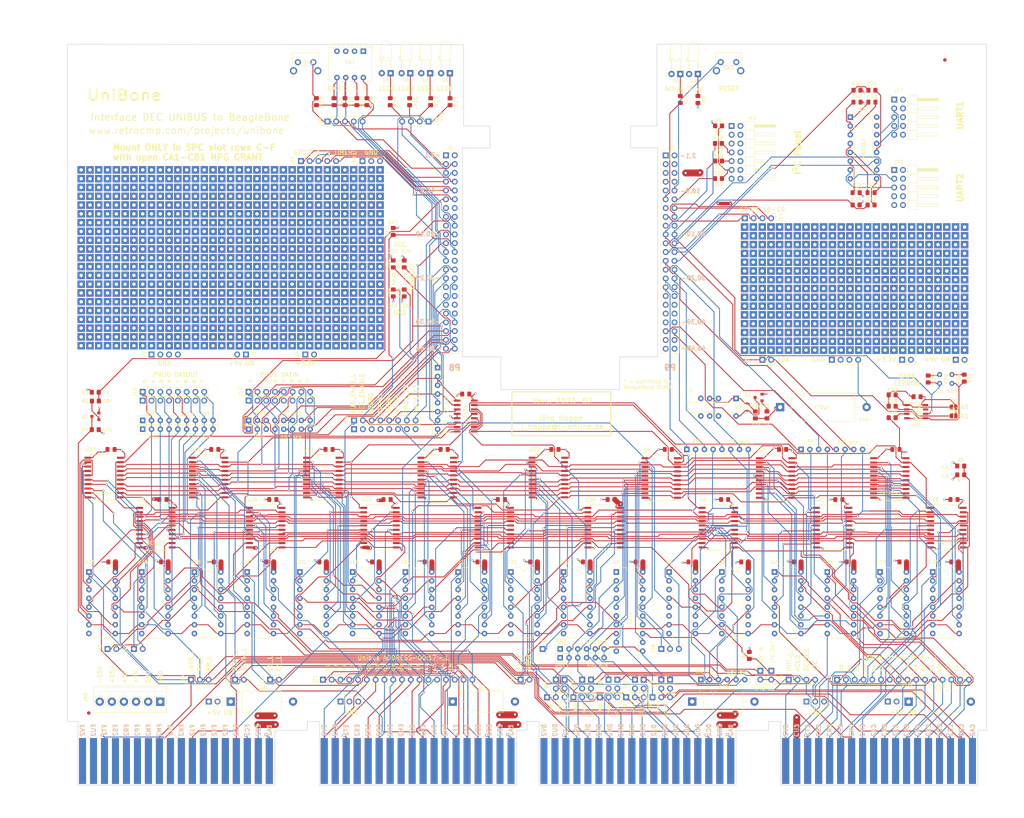
<source format=kicad_pcb>
(kicad_pcb (version 20171130) (host pcbnew "(5.1.12)-1")

  (general
    (thickness 1.6)
    (drawings 256)
    (tracks 6010)
    (zones 0)
    (modules 1343)
    (nets 446)
  )

  (page A3)
  (title_block
    (title "UniBone Quad Height Flip Chip ")
    (date 2018-04-27)
    (rev V1.0)
    (company retrocmp.com)
    (comment 1 "Joerg Hoppe")
  )

  (layers
    (0 F.Cu signal)
    (1 In1.Cu power hide)
    (2 In2.Cu power)
    (31 B.Cu signal)
    (32 B.Adhes user hide)
    (33 F.Adhes user hide)
    (34 B.Paste user hide)
    (35 F.Paste user hide)
    (36 B.SilkS user)
    (37 F.SilkS user)
    (38 B.Mask user hide)
    (39 F.Mask user hide)
    (40 Dwgs.User user hide)
    (41 Cmts.User user hide)
    (42 Eco1.User user hide)
    (43 Eco2.User user)
    (44 Edge.Cuts user)
    (45 Margin user hide)
    (46 B.CrtYd user hide)
    (47 F.CrtYd user)
    (48 B.Fab user hide)
    (49 F.Fab user hide)
  )

  (setup
    (last_trace_width 0.25)
    (trace_clearance 0.2)
    (zone_clearance 0.508)
    (zone_45_only yes)
    (trace_min 0.2)
    (via_size 0.6)
    (via_drill 0.4)
    (via_min_size 0.4)
    (via_min_drill 0.3)
    (uvia_size 0.3)
    (uvia_drill 0.1)
    (uvias_allowed no)
    (uvia_min_size 0.2)
    (uvia_min_drill 0.1)
    (edge_width 0.1524)
    (segment_width 0.0254)
    (pcb_text_width 0.2032)
    (pcb_text_size 1.27 1.27)
    (mod_edge_width 0.3048)
    (mod_text_size 1.27 1.27)
    (mod_text_width 0.2032)
    (pad_size 1 1)
    (pad_drill 0)
    (pad_to_mask_clearance 0.2)
    (solder_mask_min_width 0.25)
    (aux_axis_origin 289.56 246.38)
    (grid_origin 189.9 62.2)
    (visible_elements 7FFCF7FF)
    (pcbplotparams
      (layerselection 0x010f8_ffffffff)
      (usegerberextensions false)
      (usegerberattributes false)
      (usegerberadvancedattributes false)
      (creategerberjobfile false)
      (excludeedgelayer true)
      (linewidth 0.304800)
      (plotframeref false)
      (viasonmask false)
      (mode 1)
      (useauxorigin false)
      (hpglpennumber 1)
      (hpglpenspeed 20)
      (hpglpendiameter 15.000000)
      (psnegative false)
      (psa4output false)
      (plotreference true)
      (plotvalue true)
      (plotinvisibletext false)
      (padsonsilk false)
      (subtractmaskfromsilk false)
      (outputformat 1)
      (mirror false)
      (drillshape 0)
      (scaleselection 1)
      (outputdirectory "manufacturing/"))
  )

  (net 0 "")
  (net 1 +3V3)
  (net 2 GND)
  (net 3 "Net-(D1-Pad1)")
  (net 4 "Net-(D2-Pad1)")
  (net 5 "Net-(D3-Pad1)")
  (net 6 "Net-(D4-Pad1)")
  (net 7 "Net-(D5-Pad1)")
  (net 8 BUTTON)
  (net 9 PRU1_13)
  (net 10 PRU1_12)
  (net 11 PRU1_08)
  (net 12 PRU1_10)
  (net 13 PRU1_09)
  (net 14 PRU1_11)
  (net 15 PRU1_06)
  (net 16 PRU1_07)
  (net 17 PRU1_05)
  (net 18 I2C2_SCL)
  (net 19 I2C2_SDA)
  (net 20 UB_5V)
  (net 21 UB_SACK_L)
  (net 22 UB_A15_L)
  (net 23 UB_A16_L)
  (net 24 UB_C1_L)
  (net 25 UB_A00_L)
  (net 26 UB_C0_L)
  (net 27 UB_A13_L)
  (net 28 UB_A08_L)
  (net 29 UB_A07_L)
  (net 30 UB_A04_L)
  (net 31 UB_A03_L)
  (net 32 UB_BR7_L)
  (net 33 UB_BR6_L)
  (net 34 UB_BR5_L)
  (net 35 UB_BR4_L)
  (net 36 UB_BG7_IN_H)
  (net 37 UB_BG7_OUT_H)
  (net 38 UB_BG6_IN_H)
  (net 39 UB_BG6_OUT_H)
  (net 40 UB_BG5_IN_H)
  (net 41 UB_BG5_OUT_H)
  (net 42 UB_BG4_IN_H)
  (net 43 UB_BG4_OUT_H)
  (net 44 UB_D06_L)
  (net 45 UB_D02_L)
  (net 46 UB_D03_L)
  (net 47 UB_D00_L)
  (net 48 UB_D01_L)
  (net 49 UB_D05_L)
  (net 50 UB_D04_L)
  (net 51 UB_D07_L)
  (net 52 UB_D08_L)
  (net 53 UB_D09_L)
  (net 54 UB_D10_L)
  (net 55 UB_D12_L)
  (net 56 UB_D13_L)
  (net 57 UB_D14_L)
  (net 58 UB_D15_L)
  (net 59 UB_INTR_L)
  (net 60 UB_NPR_L)
  (net 61 UB_BBSY_L)
  (net 62 UB_A05_L)
  (net 63 UB_A06_L)
  (net 64 UB_A09_L)
  (net 65 UB_A10_L)
  (net 66 UB_A11_L)
  (net 67 UB_A14_L)
  (net 68 UB_SSYN_L)
  (net 69 UB_A01_L)
  (net 70 UB_A02_L)
  (net 71 UB_MSYN_L)
  (net 72 UB_A17_L)
  (net 73 UB_A12_L)
  (net 74 UB_INIT_L)
  (net 75 UB_NPG_IN_H)
  (net 76 UB_NPG_OUT_H)
  (net 77 UB_PA_L)
  (net 78 UB_D11_L)
  (net 79 UB_DCLO_L)
  (net 80 UB_PB_L)
  (net 81 UB_ACLO_L)
  (net 82 /TTL_IN_OUT/BUS_OUT_DAT6)
  (net 83 "Net-(U4-Pad2)")
  (net 84 "Net-(U4-Pad3)")
  (net 85 "Net-(U4-Pad4)")
  (net 86 "Net-(U4-Pad5)")
  (net 87 "Net-(U4-Pad6)")
  (net 88 "Net-(U4-Pad7)")
  (net 89 "Net-(U4-Pad8)")
  (net 90 "Net-(U4-Pad9)")
  (net 91 "Net-(U5-Pad2)")
  (net 92 "Net-(U5-Pad12)")
  (net 93 "Net-(U5-Pad5)")
  (net 94 "Net-(U5-Pad6)")
  (net 95 "Net-(U5-Pad16)")
  (net 96 "Net-(U5-Pad9)")
  (net 97 "Net-(U5-Pad19)")
  (net 98 "Net-(U11-Pad13)")
  (net 99 "Net-(U11-Pad10)")
  (net 100 "Net-(U11-Pad3)")
  (net 101 "Net-(U11-Pad6)")
  (net 102 "Net-(U12-Pad13)")
  (net 103 "Net-(U12-Pad10)")
  (net 104 "Net-(U12-Pad3)")
  (net 105 "Net-(U12-Pad6)")
  (net 106 "Net-(U10-Pad2)")
  (net 107 "Net-(U10-Pad12)")
  (net 108 "Net-(U10-Pad5)")
  (net 109 "Net-(U10-Pad15)")
  (net 110 "Net-(U10-Pad6)")
  (net 111 "Net-(U10-Pad16)")
  (net 112 "Net-(U10-Pad9)")
  (net 113 "Net-(U10-Pad19)")
  (net 114 "Net-(U13-Pad2)")
  (net 115 "Net-(U13-Pad3)")
  (net 116 "Net-(U13-Pad4)")
  (net 117 "Net-(U13-Pad5)")
  (net 118 "Net-(U13-Pad6)")
  (net 119 "Net-(U13-Pad7)")
  (net 120 "Net-(U13-Pad8)")
  (net 121 "Net-(U13-Pad9)")
  (net 122 "Net-(U14-Pad2)")
  (net 123 "Net-(U14-Pad12)")
  (net 124 "Net-(U14-Pad5)")
  (net 125 "Net-(U14-Pad15)")
  (net 126 "Net-(U14-Pad6)")
  (net 127 "Net-(U14-Pad16)")
  (net 128 "Net-(U14-Pad9)")
  (net 129 "Net-(U14-Pad19)")
  (net 130 "Net-(U17-Pad2)")
  (net 131 "Net-(U17-Pad3)")
  (net 132 "Net-(U17-Pad4)")
  (net 133 "Net-(U17-Pad5)")
  (net 134 "Net-(U17-Pad6)")
  (net 135 "Net-(U17-Pad7)")
  (net 136 "Net-(U17-Pad8)")
  (net 137 "Net-(U17-Pad9)")
  (net 138 "Net-(U18-Pad2)")
  (net 139 "Net-(U18-Pad12)")
  (net 140 "Net-(U18-Pad5)")
  (net 141 "Net-(U18-Pad15)")
  (net 142 "Net-(U18-Pad6)")
  (net 143 "Net-(U18-Pad16)")
  (net 144 "Net-(U18-Pad9)")
  (net 145 "Net-(U18-Pad19)")
  (net 146 "Net-(U21-Pad2)")
  (net 147 "Net-(U21-Pad3)")
  (net 148 "Net-(U21-Pad4)")
  (net 149 "Net-(U21-Pad5)")
  (net 150 "Net-(U21-Pad6)")
  (net 151 "Net-(U21-Pad7)")
  (net 152 "Net-(U21-Pad8)")
  (net 153 "Net-(U21-Pad9)")
  (net 154 "Net-(U22-Pad2)")
  (net 155 "Net-(U22-Pad12)")
  (net 156 "Net-(U22-Pad5)")
  (net 157 "Net-(U22-Pad15)")
  (net 158 "Net-(U22-Pad6)")
  (net 159 "Net-(U22-Pad16)")
  (net 160 "Net-(U22-Pad9)")
  (net 161 "Net-(U22-Pad19)")
  (net 162 "Net-(U25-Pad2)")
  (net 163 "Net-(U25-Pad3)")
  (net 164 "Net-(U25-Pad4)")
  (net 165 "Net-(U25-Pad5)")
  (net 166 "Net-(U25-Pad6)")
  (net 167 "Net-(U25-Pad7)")
  (net 168 "Net-(U25-Pad8)")
  (net 169 "Net-(U25-Pad9)")
  (net 170 "Net-(U26-Pad2)")
  (net 171 "Net-(U26-Pad12)")
  (net 172 "Net-(U26-Pad5)")
  (net 173 "Net-(U26-Pad15)")
  (net 174 "Net-(U26-Pad6)")
  (net 175 "Net-(U26-Pad16)")
  (net 176 "Net-(U26-Pad9)")
  (net 177 "Net-(U26-Pad19)")
  (net 178 "Net-(U29-Pad2)")
  (net 179 "Net-(U29-Pad3)")
  (net 180 "Net-(U29-Pad4)")
  (net 181 "Net-(U29-Pad5)")
  (net 182 "Net-(U29-Pad6)")
  (net 183 "Net-(U29-Pad7)")
  (net 184 "Net-(U29-Pad8)")
  (net 185 "Net-(U29-Pad9)")
  (net 186 "Net-(U30-Pad2)")
  (net 187 "Net-(U30-Pad12)")
  (net 188 "Net-(U30-Pad5)")
  (net 189 "Net-(U30-Pad15)")
  (net 190 "Net-(U30-Pad6)")
  (net 191 "Net-(U30-Pad16)")
  (net 192 "Net-(U30-Pad9)")
  (net 193 "Net-(U30-Pad19)")
  (net 194 "Net-(U33-Pad2)")
  (net 195 "Net-(U33-Pad3)")
  (net 196 "Net-(U33-Pad4)")
  (net 197 "Net-(U33-Pad5)")
  (net 198 "Net-(U33-Pad6)")
  (net 199 "Net-(U33-Pad7)")
  (net 200 "Net-(U33-Pad8)")
  (net 201 "Net-(U33-Pad9)")
  (net 202 "Net-(U34-Pad2)")
  (net 203 "Net-(U34-Pad12)")
  (net 204 "Net-(U34-Pad5)")
  (net 205 "Net-(U34-Pad15)")
  (net 206 "Net-(U34-Pad6)")
  (net 207 "Net-(U34-Pad16)")
  (net 208 "Net-(U34-Pad9)")
  (net 209 "Net-(U34-Pad19)")
  (net 210 +5VA)
  (net 211 /misc-io/EEPROM_A0)
  (net 212 UART1_TXD)
  (net 213 UART1_RXD)
  (net 214 "Net-(C40-Pad1)")
  (net 215 "Net-(C40-Pad2)")
  (net 216 "Net-(C41-Pad1)")
  (net 217 "Net-(C41-Pad2)")
  (net 218 "Net-(C42-Pad2)")
  (net 219 "Net-(C43-Pad2)")
  (net 220 UART2_TXD)
  (net 221 UART2_RXD)
  (net 222 "Net-(J27-Pad3)")
  (net 223 "Net-(J27-Pad5)")
  (net 224 "Net-(J33-Pad3)")
  (net 225 "Net-(J33-Pad5)")
  (net 226 GPIO1_6__38)
  (net 227 GPIO1_7__39)
  (net 228 GPIO1_2__34)
  (net 229 GPIO1_3__35)
  (net 230 GPIO1_5__37)
  (net 231 GPIO1_4__36)
  (net 232 GPIO1_1__33)
  (net 233 GPIO1_0__32)
  (net 234 PRU0_07)
  (net 235 PRU0_05)
  (net 236 PRU0_03)
  (net 237 PRU0_01)
  (net 238 PRU0_02)
  (net 239 PRU0_00)
  (net 240 PRU0_06)
  (net 241 PRU0_04)
  (net 242 PRU1_04/SYSBOOT4)
  (net 243 PRU1_02/SYSBOOT2)
  (net 244 PRU1_03/SYSBOOT3)
  (net 245 PRU1_00/SYSBOOT0)
  (net 246 PRU1_01/SYSBOOT1)
  (net 247 "Net-(D6-Pad1)")
  (net 248 /SELECT6_L)
  (net 249 /SELECT5_L)
  (net 250 /SELECT4_L)
  (net 251 /SELECT3_L)
  (net 252 /SELECT2_L)
  (net 253 /SELECT1_L)
  (net 254 /SELECT7_L)
  (net 255 /SELECT0_L)
  (net 256 BUS_ENABLE)
  (net 257 GPIO1_14__46)
  (net 258 BUS_ENABLE_L)
  (net 259 GPIO2_2_66)
  (net 260 GPIO2_3_67)
  (net 261 GPIO2_4_68)
  (net 262 GPIO2_1_65)
  (net 263 GPIO1_18_50)
  (net 264 GPIO1_16_48)
  (net 265 GPIO1_19_51)
  (net 266 GPIO1_17_49)
  (net 267 "Net-(C44-Pad1)")
  (net 268 /TTL_IN_OUT/BUS_IN_DAT6)
  (net 269 /TTL_IN_OUT/BUS_IN_DAT7)
  (net 270 /DS8641-ADR167+MSYN/BUS_DAT6)
  (net 271 /DS8641-ADR167+MSYN/BUS_DAT7)
  (net 272 /DS8641-ARB/BUS_DAT7)
  (net 273 /DS8641-SSYN+MISC/BUS_DAT6)
  (net 274 /DS8641-SSYN+MISC/BUS_DAT7)
  (net 275 "Net-(D7-Pad2)")
  (net 276 REG_DATOUT_0)
  (net 277 REG_DATOUT_1)
  (net 278 REG_DATOUT_2)
  (net 279 REG_DATOUT_3)
  (net 280 REG_DATOUT_4)
  (net 281 REG_DATOUT_5)
  (net 282 REG_DATOUT_6)
  (net 283 REG_DATOUT_7)
  (net 284 REG_DATIN_0)
  (net 285 REG_DATIN_1)
  (net 286 REG_DATIN_2)
  (net 287 REG_DATIN_3)
  (net 288 REG_DATIN_4)
  (net 289 REG_DATIN_5)
  (net 290 REG_DATIN_6)
  (net 291 REG_DATIN_7)
  (net 292 REG_ADR0)
  (net 293 REG_ADR1)
  (net 294 REG_ADR2)
  (net 295 REG_WRITE)
  (net 296 UB_LTC)
  (net 297 BG4_IN_H)
  (net 298 BG4_OUT_H)
  (net 299 BG5_IN_H)
  (net 300 BG5_OUT_H)
  (net 301 BG6_IN_H)
  (net 302 BG6_OUT_H)
  (net 303 BG7_IN_H)
  (net 304 BG7_OUT_H)
  (net 305 NPG_IN_H)
  (net 306 NPG_OUT_H)
  (net 307 "Net-(J1-Pad13)")
  (net 308 "Net-(J1-Pad14)")
  (net 309 "Net-(J1-Pad15)")
  (net 310 "Net-(J1-Pad17)")
  (net 311 "Net-(J1-Pad19)")
  (net 312 "Net-(J1-Pad26)")
  (net 313 "Net-(J1-Pad31)")
  (net 314 "Net-(J1-Pad32)")
  (net 315 "Net-(J1-Pad33)")
  (net 316 "Net-(J1-Pad34)")
  (net 317 "Net-(J1-Pad35)")
  (net 318 "Net-(J1-Pad36)")
  (net 319 "Net-(J1-Pad37)")
  (net 320 "Net-(J1-Pad38)")
  (net 321 "Net-(J2-Pad7)")
  (net 322 "Net-(J2-Pad8)")
  (net 323 "Net-(J2-Pad9)")
  (net 324 "Net-(J2-Pad13)")
  (net 325 "Net-(J2-Pad32)")
  (net 326 "Net-(J2-Pad33)")
  (net 327 "Net-(J2-Pad34)")
  (net 328 "Net-(J2-Pad35)")
  (net 329 "Net-(J2-Pad36)")
  (net 330 "Net-(J2-Pad37)")
  (net 331 "Net-(J2-Pad38)")
  (net 332 "Net-(J2-Pad39)")
  (net 333 "Net-(J2-Pad40)")
  (net 334 "Net-(U3-Pad7)")
  (net 335 "Net-(J16-PadFD2)")
  (net 336 "Net-(J16-PadFE2)")
  (net 337 "Net-(J16-PadFF2)")
  (net 338 "Net-(J16-PadFH2)")
  (net 339 "Net-(J16-PadFJ2)")
  (net 340 "Net-(J16-PadFK2)")
  (net 341 "Net-(J16-PadFL2)")
  (net 342 "Net-(J16-PadFM2)")
  (net 343 "Net-(J16-PadFN2)")
  (net 344 "Net-(J16-PadFP2)")
  (net 345 "Net-(J16-PadFR2)")
  (net 346 "Net-(J16-PadFS2)")
  (net 347 "Net-(J16-PadFU2)")
  (net 348 "Net-(J16-PadFV2)")
  (net 349 "Net-(J16-PadEL2)")
  (net 350 "Net-(J16-PadEM2)")
  (net 351 "Net-(J16-PadER2)")
  (net 352 "Net-(J16-PadES2)")
  (net 353 "Net-(J16-PadET2)")
  (net 354 "Net-(J16-PadDJ2)")
  (net 355 "Net-(J16-PadDU2)")
  (net 356 "Net-(J16-PadDV2)")
  (net 357 "Net-(J16-PadFV1)")
  (net 358 "Net-(J16-PadFU1)")
  (net 359 "Net-(J16-PadFS1)")
  (net 360 "Net-(J16-PadFR1)")
  (net 361 "Net-(J16-PadFP1)")
  (net 362 "Net-(J16-PadFN1)")
  (net 363 "Net-(J16-PadFL1)")
  (net 364 "Net-(J16-PadFK1)")
  (net 365 "Net-(J16-PadFH1)")
  (net 366 "Net-(J16-PadFF1)")
  (net 367 "Net-(J16-PadFE1)")
  (net 368 "Net-(J16-PadFC1)")
  (net 369 "Net-(J16-PadFB1)")
  (net 370 "Net-(J16-PadFA1)")
  (net 371 "Net-(J16-PadES1)")
  (net 372 "Net-(J16-PadEN1)")
  (net 373 "Net-(J16-PadEM1)")
  (net 374 "Net-(J16-PadEB1)")
  (net 375 "Net-(J16-PadEA1)")
  (net 376 "Net-(J16-PadDV1)")
  (net 377 "Net-(J16-PadDU1)")
  (net 378 "Net-(J16-PadDS1)")
  (net 379 "Net-(J16-PadDR1)")
  (net 380 "Net-(J16-PadDP1)")
  (net 381 "Net-(J16-PadDN1)")
  (net 382 "Net-(J16-PadDM1)")
  (net 383 "Net-(J16-PadDK1)")
  (net 384 "Net-(J16-PadDJ1)")
  (net 385 "Net-(J16-PadDH1)")
  (net 386 "Net-(J16-PadDF1)")
  (net 387 "Net-(J16-PadDE1)")
  (net 388 "Net-(J16-PadDD1)")
  (net 389 "Net-(J16-PadDC1)")
  (net 390 "Net-(J16-PadDB1)")
  (net 391 "Net-(J16-PadDA1)")
  (net 392 "Net-(J16-PadCE1)")
  (net 393 "Net-(J16-PadCF1)")
  (net 394 "Net-(J16-PadCJ1)")
  (net 395 "Net-(J16-PadCK1)")
  (net 396 "Net-(J16-PadCL1)")
  (net 397 "Net-(J16-PadCM1)")
  (net 398 "Net-(J16-PadCP1)")
  (net 399 "Net-(J16-PadCR1)")
  (net 400 "Net-(K1-Pad3)")
  (net 401 "Net-(K1-Pad10)")
  (net 402 "Net-(U7-Pad6)")
  (net 403 "Net-(U7-Pad13)")
  (net 404 "Net-(U7-Pad3)")
  (net 405 "Net-(U7-Pad10)")
  (net 406 "Net-(U8-Pad6)")
  (net 407 "Net-(U8-Pad13)")
  (net 408 "Net-(U8-Pad3)")
  (net 409 "Net-(U8-Pad10)")
  (net 410 "Net-(J27-Pad1)")
  (net 411 "Net-(J27-Pad2)")
  (net 412 "Net-(J27-Pad4)")
  (net 413 "Net-(J27-Pad6)")
  (net 414 "Net-(J27-Pad7)")
  (net 415 "Net-(J27-Pad8)")
  (net 416 "Net-(J27-Pad10)")
  (net 417 "Net-(J33-Pad1)")
  (net 418 "Net-(J33-Pad2)")
  (net 419 "Net-(J33-Pad4)")
  (net 420 "Net-(J33-Pad6)")
  (net 421 "Net-(J33-Pad7)")
  (net 422 "Net-(J33-Pad8)")
  (net 423 "Net-(J33-Pad10)")
  (net 424 PANEL_RESET_L)
  (net 425 "Net-(J2-Pad18)")
  (net 426 "Net-(J2-Pad17)")
  (net 427 SYSRESET_L)
  (net 428 UB_15V)
  (net 429 UB_-15V)
  (net 430 "Net-(J43-Pad11)")
  (net 431 "Net-(J43-Pad9)")
  (net 432 "Net-(J43-Pad7)")
  (net 433 "Net-(F1-Pad1)")
  (net 434 "Net-(F2-Pad1)")
  (net 435 "Net-(R21-Pad1)")
  (net 436 "Net-(R22-Pad1)")
  (net 437 TIMER5)
  (net 438 LED_BUS_ACTIVITY)
  (net 439 LTC_OUT)
  (net 440 LTC_IN)
  (net 441 "Net-(U5-Pad15)")
  (net 442 "Net-(Q1-Pad1)")
  (net 443 "Net-(Q2-Pad1)")
  (net 444 "Net-(JP2-Pad1)")
  (net 445 "Net-(R35-Pad2)")

  (net_class Default "This is the default net class."
    (clearance 0.2)
    (trace_width 0.25)
    (via_dia 0.6)
    (via_drill 0.4)
    (uvia_dia 0.3)
    (uvia_drill 0.1)
    (add_net /DS8641-ADR167+MSYN/BUS_DAT6)
    (add_net /DS8641-ADR167+MSYN/BUS_DAT7)
    (add_net /DS8641-ARB/BUS_DAT7)
    (add_net /DS8641-SSYN+MISC/BUS_DAT6)
    (add_net /DS8641-SSYN+MISC/BUS_DAT7)
    (add_net /SELECT0_L)
    (add_net /SELECT1_L)
    (add_net /SELECT2_L)
    (add_net /SELECT3_L)
    (add_net /SELECT4_L)
    (add_net /SELECT5_L)
    (add_net /SELECT6_L)
    (add_net /SELECT7_L)
    (add_net /TTL_IN_OUT/BUS_IN_DAT6)
    (add_net /TTL_IN_OUT/BUS_IN_DAT7)
    (add_net /TTL_IN_OUT/BUS_OUT_DAT6)
    (add_net /misc-io/EEPROM_A0)
    (add_net BG4_IN_H)
    (add_net BG4_OUT_H)
    (add_net BG5_IN_H)
    (add_net BG5_OUT_H)
    (add_net BG6_IN_H)
    (add_net BG6_OUT_H)
    (add_net BG7_IN_H)
    (add_net BG7_OUT_H)
    (add_net BUS_ENABLE)
    (add_net BUS_ENABLE_L)
    (add_net BUTTON)
    (add_net GPIO1_0__32)
    (add_net GPIO1_14__46)
    (add_net GPIO1_16_48)
    (add_net GPIO1_17_49)
    (add_net GPIO1_18_50)
    (add_net GPIO1_19_51)
    (add_net GPIO1_1__33)
    (add_net GPIO1_2__34)
    (add_net GPIO1_3__35)
    (add_net GPIO1_4__36)
    (add_net GPIO1_5__37)
    (add_net GPIO1_6__38)
    (add_net GPIO1_7__39)
    (add_net GPIO2_1_65)
    (add_net GPIO2_2_66)
    (add_net GPIO2_3_67)
    (add_net GPIO2_4_68)
    (add_net I2C2_SCL)
    (add_net I2C2_SDA)
    (add_net LED_BUS_ACTIVITY)
    (add_net LTC_IN)
    (add_net LTC_OUT)
    (add_net NPG_IN_H)
    (add_net NPG_OUT_H)
    (add_net "Net-(C40-Pad1)")
    (add_net "Net-(C40-Pad2)")
    (add_net "Net-(C41-Pad1)")
    (add_net "Net-(C41-Pad2)")
    (add_net "Net-(C42-Pad2)")
    (add_net "Net-(C43-Pad2)")
    (add_net "Net-(C44-Pad1)")
    (add_net "Net-(D1-Pad1)")
    (add_net "Net-(D2-Pad1)")
    (add_net "Net-(D3-Pad1)")
    (add_net "Net-(D4-Pad1)")
    (add_net "Net-(D5-Pad1)")
    (add_net "Net-(D6-Pad1)")
    (add_net "Net-(D7-Pad2)")
    (add_net "Net-(F1-Pad1)")
    (add_net "Net-(F2-Pad1)")
    (add_net "Net-(J1-Pad13)")
    (add_net "Net-(J1-Pad14)")
    (add_net "Net-(J1-Pad15)")
    (add_net "Net-(J1-Pad17)")
    (add_net "Net-(J1-Pad19)")
    (add_net "Net-(J1-Pad26)")
    (add_net "Net-(J1-Pad31)")
    (add_net "Net-(J1-Pad32)")
    (add_net "Net-(J1-Pad33)")
    (add_net "Net-(J1-Pad34)")
    (add_net "Net-(J1-Pad35)")
    (add_net "Net-(J1-Pad36)")
    (add_net "Net-(J1-Pad37)")
    (add_net "Net-(J1-Pad38)")
    (add_net "Net-(J16-PadCE1)")
    (add_net "Net-(J16-PadCF1)")
    (add_net "Net-(J16-PadCJ1)")
    (add_net "Net-(J16-PadCK1)")
    (add_net "Net-(J16-PadCL1)")
    (add_net "Net-(J16-PadCM1)")
    (add_net "Net-(J16-PadCP1)")
    (add_net "Net-(J16-PadCR1)")
    (add_net "Net-(J16-PadDA1)")
    (add_net "Net-(J16-PadDB1)")
    (add_net "Net-(J16-PadDC1)")
    (add_net "Net-(J16-PadDD1)")
    (add_net "Net-(J16-PadDE1)")
    (add_net "Net-(J16-PadDF1)")
    (add_net "Net-(J16-PadDH1)")
    (add_net "Net-(J16-PadDJ1)")
    (add_net "Net-(J16-PadDJ2)")
    (add_net "Net-(J16-PadDK1)")
    (add_net "Net-(J16-PadDM1)")
    (add_net "Net-(J16-PadDN1)")
    (add_net "Net-(J16-PadDP1)")
    (add_net "Net-(J16-PadDR1)")
    (add_net "Net-(J16-PadDS1)")
    (add_net "Net-(J16-PadDU1)")
    (add_net "Net-(J16-PadDU2)")
    (add_net "Net-(J16-PadDV1)")
    (add_net "Net-(J16-PadDV2)")
    (add_net "Net-(J16-PadEA1)")
    (add_net "Net-(J16-PadEB1)")
    (add_net "Net-(J16-PadEL2)")
    (add_net "Net-(J16-PadEM1)")
    (add_net "Net-(J16-PadEM2)")
    (add_net "Net-(J16-PadEN1)")
    (add_net "Net-(J16-PadER2)")
    (add_net "Net-(J16-PadES1)")
    (add_net "Net-(J16-PadES2)")
    (add_net "Net-(J16-PadET2)")
    (add_net "Net-(J16-PadFA1)")
    (add_net "Net-(J16-PadFB1)")
    (add_net "Net-(J16-PadFC1)")
    (add_net "Net-(J16-PadFD2)")
    (add_net "Net-(J16-PadFE1)")
    (add_net "Net-(J16-PadFE2)")
    (add_net "Net-(J16-PadFF1)")
    (add_net "Net-(J16-PadFF2)")
    (add_net "Net-(J16-PadFH1)")
    (add_net "Net-(J16-PadFH2)")
    (add_net "Net-(J16-PadFJ2)")
    (add_net "Net-(J16-PadFK1)")
    (add_net "Net-(J16-PadFK2)")
    (add_net "Net-(J16-PadFL1)")
    (add_net "Net-(J16-PadFL2)")
    (add_net "Net-(J16-PadFM2)")
    (add_net "Net-(J16-PadFN1)")
    (add_net "Net-(J16-PadFN2)")
    (add_net "Net-(J16-PadFP1)")
    (add_net "Net-(J16-PadFP2)")
    (add_net "Net-(J16-PadFR1)")
    (add_net "Net-(J16-PadFR2)")
    (add_net "Net-(J16-PadFS1)")
    (add_net "Net-(J16-PadFS2)")
    (add_net "Net-(J16-PadFU1)")
    (add_net "Net-(J16-PadFU2)")
    (add_net "Net-(J16-PadFV1)")
    (add_net "Net-(J16-PadFV2)")
    (add_net "Net-(J2-Pad13)")
    (add_net "Net-(J2-Pad17)")
    (add_net "Net-(J2-Pad18)")
    (add_net "Net-(J2-Pad32)")
    (add_net "Net-(J2-Pad33)")
    (add_net "Net-(J2-Pad34)")
    (add_net "Net-(J2-Pad35)")
    (add_net "Net-(J2-Pad36)")
    (add_net "Net-(J2-Pad37)")
    (add_net "Net-(J2-Pad38)")
    (add_net "Net-(J2-Pad39)")
    (add_net "Net-(J2-Pad40)")
    (add_net "Net-(J2-Pad7)")
    (add_net "Net-(J2-Pad8)")
    (add_net "Net-(J2-Pad9)")
    (add_net "Net-(J27-Pad1)")
    (add_net "Net-(J27-Pad10)")
    (add_net "Net-(J27-Pad2)")
    (add_net "Net-(J27-Pad3)")
    (add_net "Net-(J27-Pad4)")
    (add_net "Net-(J27-Pad5)")
    (add_net "Net-(J27-Pad6)")
    (add_net "Net-(J27-Pad7)")
    (add_net "Net-(J27-Pad8)")
    (add_net "Net-(J33-Pad1)")
    (add_net "Net-(J33-Pad10)")
    (add_net "Net-(J33-Pad2)")
    (add_net "Net-(J33-Pad3)")
    (add_net "Net-(J33-Pad4)")
    (add_net "Net-(J33-Pad5)")
    (add_net "Net-(J33-Pad6)")
    (add_net "Net-(J33-Pad7)")
    (add_net "Net-(J33-Pad8)")
    (add_net "Net-(J43-Pad11)")
    (add_net "Net-(J43-Pad7)")
    (add_net "Net-(J43-Pad9)")
    (add_net "Net-(JP2-Pad1)")
    (add_net "Net-(K1-Pad10)")
    (add_net "Net-(K1-Pad3)")
    (add_net "Net-(Q1-Pad1)")
    (add_net "Net-(Q2-Pad1)")
    (add_net "Net-(R21-Pad1)")
    (add_net "Net-(R22-Pad1)")
    (add_net "Net-(R35-Pad2)")
    (add_net "Net-(U10-Pad12)")
    (add_net "Net-(U10-Pad15)")
    (add_net "Net-(U10-Pad16)")
    (add_net "Net-(U10-Pad19)")
    (add_net "Net-(U10-Pad2)")
    (add_net "Net-(U10-Pad5)")
    (add_net "Net-(U10-Pad6)")
    (add_net "Net-(U10-Pad9)")
    (add_net "Net-(U11-Pad10)")
    (add_net "Net-(U11-Pad13)")
    (add_net "Net-(U11-Pad3)")
    (add_net "Net-(U11-Pad6)")
    (add_net "Net-(U12-Pad10)")
    (add_net "Net-(U12-Pad13)")
    (add_net "Net-(U12-Pad3)")
    (add_net "Net-(U12-Pad6)")
    (add_net "Net-(U13-Pad2)")
    (add_net "Net-(U13-Pad3)")
    (add_net "Net-(U13-Pad4)")
    (add_net "Net-(U13-Pad5)")
    (add_net "Net-(U13-Pad6)")
    (add_net "Net-(U13-Pad7)")
    (add_net "Net-(U13-Pad8)")
    (add_net "Net-(U13-Pad9)")
    (add_net "Net-(U14-Pad12)")
    (add_net "Net-(U14-Pad15)")
    (add_net "Net-(U14-Pad16)")
    (add_net "Net-(U14-Pad19)")
    (add_net "Net-(U14-Pad2)")
    (add_net "Net-(U14-Pad5)")
    (add_net "Net-(U14-Pad6)")
    (add_net "Net-(U14-Pad9)")
    (add_net "Net-(U17-Pad2)")
    (add_net "Net-(U17-Pad3)")
    (add_net "Net-(U17-Pad4)")
    (add_net "Net-(U17-Pad5)")
    (add_net "Net-(U17-Pad6)")
    (add_net "Net-(U17-Pad7)")
    (add_net "Net-(U17-Pad8)")
    (add_net "Net-(U17-Pad9)")
    (add_net "Net-(U18-Pad12)")
    (add_net "Net-(U18-Pad15)")
    (add_net "Net-(U18-Pad16)")
    (add_net "Net-(U18-Pad19)")
    (add_net "Net-(U18-Pad2)")
    (add_net "Net-(U18-Pad5)")
    (add_net "Net-(U18-Pad6)")
    (add_net "Net-(U18-Pad9)")
    (add_net "Net-(U21-Pad2)")
    (add_net "Net-(U21-Pad3)")
    (add_net "Net-(U21-Pad4)")
    (add_net "Net-(U21-Pad5)")
    (add_net "Net-(U21-Pad6)")
    (add_net "Net-(U21-Pad7)")
    (add_net "Net-(U21-Pad8)")
    (add_net "Net-(U21-Pad9)")
    (add_net "Net-(U22-Pad12)")
    (add_net "Net-(U22-Pad15)")
    (add_net "Net-(U22-Pad16)")
    (add_net "Net-(U22-Pad19)")
    (add_net "Net-(U22-Pad2)")
    (add_net "Net-(U22-Pad5)")
    (add_net "Net-(U22-Pad6)")
    (add_net "Net-(U22-Pad9)")
    (add_net "Net-(U25-Pad2)")
    (add_net "Net-(U25-Pad3)")
    (add_net "Net-(U25-Pad4)")
    (add_net "Net-(U25-Pad5)")
    (add_net "Net-(U25-Pad6)")
    (add_net "Net-(U25-Pad7)")
    (add_net "Net-(U25-Pad8)")
    (add_net "Net-(U25-Pad9)")
    (add_net "Net-(U26-Pad12)")
    (add_net "Net-(U26-Pad15)")
    (add_net "Net-(U26-Pad16)")
    (add_net "Net-(U26-Pad19)")
    (add_net "Net-(U26-Pad2)")
    (add_net "Net-(U26-Pad5)")
    (add_net "Net-(U26-Pad6)")
    (add_net "Net-(U26-Pad9)")
    (add_net "Net-(U29-Pad2)")
    (add_net "Net-(U29-Pad3)")
    (add_net "Net-(U29-Pad4)")
    (add_net "Net-(U29-Pad5)")
    (add_net "Net-(U29-Pad6)")
    (add_net "Net-(U29-Pad7)")
    (add_net "Net-(U29-Pad8)")
    (add_net "Net-(U29-Pad9)")
    (add_net "Net-(U3-Pad7)")
    (add_net "Net-(U30-Pad12)")
    (add_net "Net-(U30-Pad15)")
    (add_net "Net-(U30-Pad16)")
    (add_net "Net-(U30-Pad19)")
    (add_net "Net-(U30-Pad2)")
    (add_net "Net-(U30-Pad5)")
    (add_net "Net-(U30-Pad6)")
    (add_net "Net-(U30-Pad9)")
    (add_net "Net-(U33-Pad2)")
    (add_net "Net-(U33-Pad3)")
    (add_net "Net-(U33-Pad4)")
    (add_net "Net-(U33-Pad5)")
    (add_net "Net-(U33-Pad6)")
    (add_net "Net-(U33-Pad7)")
    (add_net "Net-(U33-Pad8)")
    (add_net "Net-(U33-Pad9)")
    (add_net "Net-(U34-Pad12)")
    (add_net "Net-(U34-Pad15)")
    (add_net "Net-(U34-Pad16)")
    (add_net "Net-(U34-Pad19)")
    (add_net "Net-(U34-Pad2)")
    (add_net "Net-(U34-Pad5)")
    (add_net "Net-(U34-Pad6)")
    (add_net "Net-(U34-Pad9)")
    (add_net "Net-(U4-Pad2)")
    (add_net "Net-(U4-Pad3)")
    (add_net "Net-(U4-Pad4)")
    (add_net "Net-(U4-Pad5)")
    (add_net "Net-(U4-Pad6)")
    (add_net "Net-(U4-Pad7)")
    (add_net "Net-(U4-Pad8)")
    (add_net "Net-(U4-Pad9)")
    (add_net "Net-(U5-Pad12)")
    (add_net "Net-(U5-Pad15)")
    (add_net "Net-(U5-Pad16)")
    (add_net "Net-(U5-Pad19)")
    (add_net "Net-(U5-Pad2)")
    (add_net "Net-(U5-Pad5)")
    (add_net "Net-(U5-Pad6)")
    (add_net "Net-(U5-Pad9)")
    (add_net "Net-(U7-Pad10)")
    (add_net "Net-(U7-Pad13)")
    (add_net "Net-(U7-Pad3)")
    (add_net "Net-(U7-Pad6)")
    (add_net "Net-(U8-Pad10)")
    (add_net "Net-(U8-Pad13)")
    (add_net "Net-(U8-Pad3)")
    (add_net "Net-(U8-Pad6)")
    (add_net PANEL_RESET_L)
    (add_net PRU0_00)
    (add_net PRU0_01)
    (add_net PRU0_02)
    (add_net PRU0_03)
    (add_net PRU0_04)
    (add_net PRU0_05)
    (add_net PRU0_06)
    (add_net PRU0_07)
    (add_net PRU1_00/SYSBOOT0)
    (add_net PRU1_01/SYSBOOT1)
    (add_net PRU1_02/SYSBOOT2)
    (add_net PRU1_03/SYSBOOT3)
    (add_net PRU1_04/SYSBOOT4)
    (add_net PRU1_05)
    (add_net PRU1_06)
    (add_net PRU1_07)
    (add_net PRU1_08)
    (add_net PRU1_09)
    (add_net PRU1_10)
    (add_net PRU1_11)
    (add_net PRU1_12)
    (add_net PRU1_13)
    (add_net REG_ADR0)
    (add_net REG_ADR1)
    (add_net REG_ADR2)
    (add_net REG_DATIN_0)
    (add_net REG_DATIN_1)
    (add_net REG_DATIN_2)
    (add_net REG_DATIN_3)
    (add_net REG_DATIN_4)
    (add_net REG_DATIN_5)
    (add_net REG_DATIN_6)
    (add_net REG_DATIN_7)
    (add_net REG_DATOUT_0)
    (add_net REG_DATOUT_1)
    (add_net REG_DATOUT_2)
    (add_net REG_DATOUT_3)
    (add_net REG_DATOUT_4)
    (add_net REG_DATOUT_5)
    (add_net REG_DATOUT_6)
    (add_net REG_DATOUT_7)
    (add_net REG_WRITE)
    (add_net SYSRESET_L)
    (add_net TIMER5)
    (add_net UART1_RXD)
    (add_net UART1_TXD)
    (add_net UART2_RXD)
    (add_net UART2_TXD)
    (add_net UB_A00_L)
    (add_net UB_A01_L)
    (add_net UB_A02_L)
    (add_net UB_A03_L)
    (add_net UB_A04_L)
    (add_net UB_A05_L)
    (add_net UB_A06_L)
    (add_net UB_A07_L)
    (add_net UB_A08_L)
    (add_net UB_A09_L)
    (add_net UB_A10_L)
    (add_net UB_A11_L)
    (add_net UB_A12_L)
    (add_net UB_A13_L)
    (add_net UB_A14_L)
    (add_net UB_A15_L)
    (add_net UB_A16_L)
    (add_net UB_A17_L)
    (add_net UB_ACLO_L)
    (add_net UB_BBSY_L)
    (add_net UB_BG4_IN_H)
    (add_net UB_BG4_OUT_H)
    (add_net UB_BG5_IN_H)
    (add_net UB_BG5_OUT_H)
    (add_net UB_BG6_IN_H)
    (add_net UB_BG6_OUT_H)
    (add_net UB_BG7_IN_H)
    (add_net UB_BG7_OUT_H)
    (add_net UB_BR4_L)
    (add_net UB_BR5_L)
    (add_net UB_BR6_L)
    (add_net UB_BR7_L)
    (add_net UB_C0_L)
    (add_net UB_C1_L)
    (add_net UB_D00_L)
    (add_net UB_D01_L)
    (add_net UB_D02_L)
    (add_net UB_D03_L)
    (add_net UB_D04_L)
    (add_net UB_D05_L)
    (add_net UB_D06_L)
    (add_net UB_D07_L)
    (add_net UB_D08_L)
    (add_net UB_D09_L)
    (add_net UB_D10_L)
    (add_net UB_D11_L)
    (add_net UB_D12_L)
    (add_net UB_D13_L)
    (add_net UB_D14_L)
    (add_net UB_D15_L)
    (add_net UB_DCLO_L)
    (add_net UB_INIT_L)
    (add_net UB_INTR_L)
    (add_net UB_LTC)
    (add_net UB_MSYN_L)
    (add_net UB_NPG_IN_H)
    (add_net UB_NPG_OUT_H)
    (add_net UB_NPR_L)
    (add_net UB_PA_L)
    (add_net UB_PB_L)
    (add_net UB_SACK_L)
    (add_net UB_SSYN_L)
  )

  (net_class GND ""
    (clearance 0.2)
    (trace_width 0.25)
    (via_dia 0.6)
    (via_drill 0.4)
    (uvia_dia 0.3)
    (uvia_drill 0.1)
    (add_net GND)
  )

  (net_class MIRROR ""
    (clearance 0.2)
    (trace_width 0.4)
    (via_dia 0.6)
    (via_drill 0.4)
    (uvia_dia 0.3)
    (uvia_drill 0.1)
  )

  (net_class PWR ""
    (clearance 0.2)
    (trace_width 0.25)
    (via_dia 0.6)
    (via_drill 0.4)
    (uvia_dia 0.3)
    (uvia_drill 0.1)
    (add_net +3V3)
    (add_net +5VA)
    (add_net UB_-15V)
    (add_net UB_15V)
    (add_net UB_5V)
  )

  (module Capacitor_THT:CP_Axial_L11.0mm_D6.0mm_P18.00mm_Horizontal (layer F.Cu) (tedit 5AE50EF2) (tstamp 5BA864AA)
    (at 267.035 222.25)
    (descr "CP, Axial series, Axial, Horizontal, pin pitch=18mm, , length*diameter=11*6mm^2, Electrolytic Capacitor")
    (tags "CP Axial series Axial Horizontal pin pitch 18mm  length 11mm diameter 6mm Electrolytic Capacitor")
    (path /5ADB3077/5AE1F005)
    (fp_text reference C39 (at 9 -4.12) (layer F.SilkS)
      (effects (font (size 1 1) (thickness 0.15)))
    )
    (fp_text value 6.3uF (at 9 4.12) (layer F.Fab)
      (effects (font (size 1 1) (thickness 0.15)))
    )
    (fp_line (start 3.5 -3) (end 3.5 3) (layer F.Fab) (width 0.1))
    (fp_line (start 14.5 -3) (end 14.5 3) (layer F.Fab) (width 0.1))
    (fp_line (start 3.5 -3) (end 5.18 -3) (layer F.Fab) (width 0.1))
    (fp_line (start 5.18 -3) (end 6.08 -2.1) (layer F.Fab) (width 0.1))
    (fp_line (start 6.08 -2.1) (end 6.98 -3) (layer F.Fab) (width 0.1))
    (fp_line (start 6.98 -3) (end 14.5 -3) (layer F.Fab) (width 0.1))
    (fp_line (start 3.5 3) (end 5.18 3) (layer F.Fab) (width 0.1))
    (fp_line (start 5.18 3) (end 6.08 2.1) (layer F.Fab) (width 0.1))
    (fp_line (start 6.08 2.1) (end 6.98 3) (layer F.Fab) (width 0.1))
    (fp_line (start 6.98 3) (end 14.5 3) (layer F.Fab) (width 0.1))
    (fp_line (start 0 0) (end 3.5 0) (layer F.Fab) (width 0.1))
    (fp_line (start 18 0) (end 14.5 0) (layer F.Fab) (width 0.1))
    (fp_line (start 5.2 0) (end 7 0) (layer F.Fab) (width 0.1))
    (fp_line (start 6.1 -0.9) (end 6.1 0.9) (layer F.Fab) (width 0.1))
    (fp_line (start 1.28 -2.6) (end 3.08 -2.6) (layer F.SilkS) (width 0.12))
    (fp_line (start 2.18 -3.5) (end 2.18 -1.7) (layer F.SilkS) (width 0.12))
    (fp_line (start 3.38 -3.12) (end 3.38 3.12) (layer F.SilkS) (width 0.12))
    (fp_line (start 14.62 -3.12) (end 14.62 3.12) (layer F.SilkS) (width 0.12))
    (fp_line (start 3.38 -3.12) (end 5.18 -3.12) (layer F.SilkS) (width 0.12))
    (fp_line (start 5.18 -3.12) (end 6.08 -2.22) (layer F.SilkS) (width 0.12))
    (fp_line (start 6.08 -2.22) (end 6.98 -3.12) (layer F.SilkS) (width 0.12))
    (fp_line (start 6.98 -3.12) (end 14.62 -3.12) (layer F.SilkS) (width 0.12))
    (fp_line (start 3.38 3.12) (end 5.18 3.12) (layer F.SilkS) (width 0.12))
    (fp_line (start 5.18 3.12) (end 6.08 2.22) (layer F.SilkS) (width 0.12))
    (fp_line (start 6.08 2.22) (end 6.98 3.12) (layer F.SilkS) (width 0.12))
    (fp_line (start 6.98 3.12) (end 14.62 3.12) (layer F.SilkS) (width 0.12))
    (fp_line (start 1.44 0) (end 3.38 0) (layer F.SilkS) (width 0.12))
    (fp_line (start 16.56 0) (end 14.62 0) (layer F.SilkS) (width 0.12))
    (fp_line (start -1.45 -3.25) (end -1.45 3.25) (layer F.CrtYd) (width 0.05))
    (fp_line (start -1.45 3.25) (end 19.45 3.25) (layer F.CrtYd) (width 0.05))
    (fp_line (start 19.45 3.25) (end 19.45 -3.25) (layer F.CrtYd) (width 0.05))
    (fp_line (start 19.45 -3.25) (end -1.45 -3.25) (layer F.CrtYd) (width 0.05))
    (fp_text user %R (at 9 0) (layer F.Fab)
      (effects (font (size 1 1) (thickness 0.15)))
    )
    (pad 2 thru_hole oval (at 18 0) (size 2.4 2.4) (drill 1.2) (layers *.Cu *.Mask)
      (net 2 GND))
    (pad 1 thru_hole rect (at 0 0) (size 2.4 2.4) (drill 1.2) (layers *.Cu *.Mask)
      (net 20 UB_5V))
    (model ${KISYS3DMOD}/Capacitor_THT.3dshapes/CP_Axial_L11.0mm_D6.0mm_P18.00mm_Horizontal.wrl
      (at (xyz 0 0 0))
      (scale (xyz 1 1 1))
      (rotate (xyz 0 0 0))
    )
  )

  (module Capacitor_THT:CP_Axial_L11.0mm_D6.0mm_P18.00mm_Horizontal (layer F.Cu) (tedit 5AE50EF2) (tstamp 5BA86484)
    (at 204.505 222.22)
    (descr "CP, Axial series, Axial, Horizontal, pin pitch=18mm, , length*diameter=11*6mm^2, Electrolytic Capacitor")
    (tags "CP Axial series Axial Horizontal pin pitch 18mm  length 11mm diameter 6mm Electrolytic Capacitor")
    (path /5ADB3077/5AE1EFA9)
    (fp_text reference C38 (at 9 -4.12) (layer F.SilkS)
      (effects (font (size 1 1) (thickness 0.15)))
    )
    (fp_text value 6.3uF (at 9 4.12) (layer F.Fab)
      (effects (font (size 1 1) (thickness 0.15)))
    )
    (fp_line (start 3.5 -3) (end 3.5 3) (layer F.Fab) (width 0.1))
    (fp_line (start 14.5 -3) (end 14.5 3) (layer F.Fab) (width 0.1))
    (fp_line (start 3.5 -3) (end 5.18 -3) (layer F.Fab) (width 0.1))
    (fp_line (start 5.18 -3) (end 6.08 -2.1) (layer F.Fab) (width 0.1))
    (fp_line (start 6.08 -2.1) (end 6.98 -3) (layer F.Fab) (width 0.1))
    (fp_line (start 6.98 -3) (end 14.5 -3) (layer F.Fab) (width 0.1))
    (fp_line (start 3.5 3) (end 5.18 3) (layer F.Fab) (width 0.1))
    (fp_line (start 5.18 3) (end 6.08 2.1) (layer F.Fab) (width 0.1))
    (fp_line (start 6.08 2.1) (end 6.98 3) (layer F.Fab) (width 0.1))
    (fp_line (start 6.98 3) (end 14.5 3) (layer F.Fab) (width 0.1))
    (fp_line (start 0 0) (end 3.5 0) (layer F.Fab) (width 0.1))
    (fp_line (start 18 0) (end 14.5 0) (layer F.Fab) (width 0.1))
    (fp_line (start 5.2 0) (end 7 0) (layer F.Fab) (width 0.1))
    (fp_line (start 6.1 -0.9) (end 6.1 0.9) (layer F.Fab) (width 0.1))
    (fp_line (start 1.28 -2.6) (end 3.08 -2.6) (layer F.SilkS) (width 0.12))
    (fp_line (start 2.18 -3.5) (end 2.18 -1.7) (layer F.SilkS) (width 0.12))
    (fp_line (start 3.38 -3.12) (end 3.38 3.12) (layer F.SilkS) (width 0.12))
    (fp_line (start 14.62 -3.12) (end 14.62 3.12) (layer F.SilkS) (width 0.12))
    (fp_line (start 3.38 -3.12) (end 5.18 -3.12) (layer F.SilkS) (width 0.12))
    (fp_line (start 5.18 -3.12) (end 6.08 -2.22) (layer F.SilkS) (width 0.12))
    (fp_line (start 6.08 -2.22) (end 6.98 -3.12) (layer F.SilkS) (width 0.12))
    (fp_line (start 6.98 -3.12) (end 14.62 -3.12) (layer F.SilkS) (width 0.12))
    (fp_line (start 3.38 3.12) (end 5.18 3.12) (layer F.SilkS) (width 0.12))
    (fp_line (start 5.18 3.12) (end 6.08 2.22) (layer F.SilkS) (width 0.12))
    (fp_line (start 6.08 2.22) (end 6.98 3.12) (layer F.SilkS) (width 0.12))
    (fp_line (start 6.98 3.12) (end 14.62 3.12) (layer F.SilkS) (width 0.12))
    (fp_line (start 1.44 0) (end 3.38 0) (layer F.SilkS) (width 0.12))
    (fp_line (start 16.56 0) (end 14.62 0) (layer F.SilkS) (width 0.12))
    (fp_line (start -1.45 -3.25) (end -1.45 3.25) (layer F.CrtYd) (width 0.05))
    (fp_line (start -1.45 3.25) (end 19.45 3.25) (layer F.CrtYd) (width 0.05))
    (fp_line (start 19.45 3.25) (end 19.45 -3.25) (layer F.CrtYd) (width 0.05))
    (fp_line (start 19.45 -3.25) (end -1.45 -3.25) (layer F.CrtYd) (width 0.05))
    (fp_text user %R (at 9 0) (layer F.Fab)
      (effects (font (size 1 1) (thickness 0.15)))
    )
    (pad 2 thru_hole oval (at 18 0) (size 2.4 2.4) (drill 1.2) (layers *.Cu *.Mask)
      (net 2 GND))
    (pad 1 thru_hole rect (at 0 0) (size 2.4 2.4) (drill 1.2) (layers *.Cu *.Mask)
      (net 20 UB_5V))
    (model ${KISYS3DMOD}/Capacitor_THT.3dshapes/CP_Axial_L11.0mm_D6.0mm_P18.00mm_Horizontal.wrl
      (at (xyz 0 0 0))
      (scale (xyz 1 1 1))
      (rotate (xyz 0 0 0))
    )
  )

  (module Capacitor_THT:CP_Axial_L11.0mm_D6.0mm_P18.00mm_Horizontal (layer F.Cu) (tedit 5AE50EF2) (tstamp 63E31BD7)
    (at 135.29 222.22)
    (descr "CP, Axial series, Axial, Horizontal, pin pitch=18mm, , length*diameter=11*6mm^2, Electrolytic Capacitor")
    (tags "CP Axial series Axial Horizontal pin pitch 18mm  length 11mm diameter 6mm Electrolytic Capacitor")
    (path /5ADB3077/5AE1EEA3)
    (fp_text reference C37 (at 9 -4.12) (layer F.SilkS)
      (effects (font (size 1 1) (thickness 0.15)))
    )
    (fp_text value 6.3uF (at 9 4.12) (layer F.Fab)
      (effects (font (size 1 1) (thickness 0.15)))
    )
    (fp_line (start 3.5 -3) (end 3.5 3) (layer F.Fab) (width 0.1))
    (fp_line (start 14.5 -3) (end 14.5 3) (layer F.Fab) (width 0.1))
    (fp_line (start 3.5 -3) (end 5.18 -3) (layer F.Fab) (width 0.1))
    (fp_line (start 5.18 -3) (end 6.08 -2.1) (layer F.Fab) (width 0.1))
    (fp_line (start 6.08 -2.1) (end 6.98 -3) (layer F.Fab) (width 0.1))
    (fp_line (start 6.98 -3) (end 14.5 -3) (layer F.Fab) (width 0.1))
    (fp_line (start 3.5 3) (end 5.18 3) (layer F.Fab) (width 0.1))
    (fp_line (start 5.18 3) (end 6.08 2.1) (layer F.Fab) (width 0.1))
    (fp_line (start 6.08 2.1) (end 6.98 3) (layer F.Fab) (width 0.1))
    (fp_line (start 6.98 3) (end 14.5 3) (layer F.Fab) (width 0.1))
    (fp_line (start 0 0) (end 3.5 0) (layer F.Fab) (width 0.1))
    (fp_line (start 18 0) (end 14.5 0) (layer F.Fab) (width 0.1))
    (fp_line (start 5.2 0) (end 7 0) (layer F.Fab) (width 0.1))
    (fp_line (start 6.1 -0.9) (end 6.1 0.9) (layer F.Fab) (width 0.1))
    (fp_line (start 1.28 -2.6) (end 3.08 -2.6) (layer F.SilkS) (width 0.12))
    (fp_line (start 2.18 -3.5) (end 2.18 -1.7) (layer F.SilkS) (width 0.12))
    (fp_line (start 3.38 -3.12) (end 3.38 3.12) (layer F.SilkS) (width 0.12))
    (fp_line (start 14.62 -3.12) (end 14.62 3.12) (layer F.SilkS) (width 0.12))
    (fp_line (start 3.38 -3.12) (end 5.18 -3.12) (layer F.SilkS) (width 0.12))
    (fp_line (start 5.18 -3.12) (end 6.08 -2.22) (layer F.SilkS) (width 0.12))
    (fp_line (start 6.08 -2.22) (end 6.98 -3.12) (layer F.SilkS) (width 0.12))
    (fp_line (start 6.98 -3.12) (end 14.62 -3.12) (layer F.SilkS) (width 0.12))
    (fp_line (start 3.38 3.12) (end 5.18 3.12) (layer F.SilkS) (width 0.12))
    (fp_line (start 5.18 3.12) (end 6.08 2.22) (layer F.SilkS) (width 0.12))
    (fp_line (start 6.08 2.22) (end 6.98 3.12) (layer F.SilkS) (width 0.12))
    (fp_line (start 6.98 3.12) (end 14.62 3.12) (layer F.SilkS) (width 0.12))
    (fp_line (start 1.44 0) (end 3.38 0) (layer F.SilkS) (width 0.12))
    (fp_line (start 16.56 0) (end 14.62 0) (layer F.SilkS) (width 0.12))
    (fp_line (start -1.45 -3.25) (end -1.45 3.25) (layer F.CrtYd) (width 0.05))
    (fp_line (start -1.45 3.25) (end 19.45 3.25) (layer F.CrtYd) (width 0.05))
    (fp_line (start 19.45 3.25) (end 19.45 -3.25) (layer F.CrtYd) (width 0.05))
    (fp_line (start 19.45 -3.25) (end -1.45 -3.25) (layer F.CrtYd) (width 0.05))
    (fp_text user %R (at 9 0) (layer F.Fab)
      (effects (font (size 1 1) (thickness 0.15)))
    )
    (pad 2 thru_hole oval (at 18 0) (size 2.4 2.4) (drill 1.2) (layers *.Cu *.Mask)
      (net 2 GND))
    (pad 1 thru_hole rect (at 0 0) (size 2.4 2.4) (drill 1.2) (layers *.Cu *.Mask)
      (net 20 UB_5V))
    (model ${KISYS3DMOD}/Capacitor_THT.3dshapes/CP_Axial_L11.0mm_D6.0mm_P18.00mm_Horizontal.wrl
      (at (xyz 0 0 0))
      (scale (xyz 1 1 1))
      (rotate (xyz 0 0 0))
    )
  )

  (module Capacitor_THT:CP_Axial_L11.0mm_D6.0mm_P18.00mm_Horizontal (layer F.Cu) (tedit 5AE50EF2) (tstamp 5BA86438)
    (at 71.155 222.22)
    (descr "CP, Axial series, Axial, Horizontal, pin pitch=18mm, , length*diameter=11*6mm^2, Electrolytic Capacitor")
    (tags "CP Axial series Axial Horizontal pin pitch 18mm  length 11mm diameter 6mm Electrolytic Capacitor")
    (path /5ADB3077/5AE1EE04)
    (fp_text reference C36 (at 9 -4.12) (layer F.SilkS)
      (effects (font (size 1 1) (thickness 0.15)))
    )
    (fp_text value 6.3uF (at 9 4.12) (layer F.Fab)
      (effects (font (size 1 1) (thickness 0.15)))
    )
    (fp_line (start 3.5 -3) (end 3.5 3) (layer F.Fab) (width 0.1))
    (fp_line (start 14.5 -3) (end 14.5 3) (layer F.Fab) (width 0.1))
    (fp_line (start 3.5 -3) (end 5.18 -3) (layer F.Fab) (width 0.1))
    (fp_line (start 5.18 -3) (end 6.08 -2.1) (layer F.Fab) (width 0.1))
    (fp_line (start 6.08 -2.1) (end 6.98 -3) (layer F.Fab) (width 0.1))
    (fp_line (start 6.98 -3) (end 14.5 -3) (layer F.Fab) (width 0.1))
    (fp_line (start 3.5 3) (end 5.18 3) (layer F.Fab) (width 0.1))
    (fp_line (start 5.18 3) (end 6.08 2.1) (layer F.Fab) (width 0.1))
    (fp_line (start 6.08 2.1) (end 6.98 3) (layer F.Fab) (width 0.1))
    (fp_line (start 6.98 3) (end 14.5 3) (layer F.Fab) (width 0.1))
    (fp_line (start 0 0) (end 3.5 0) (layer F.Fab) (width 0.1))
    (fp_line (start 18 0) (end 14.5 0) (layer F.Fab) (width 0.1))
    (fp_line (start 5.2 0) (end 7 0) (layer F.Fab) (width 0.1))
    (fp_line (start 6.1 -0.9) (end 6.1 0.9) (layer F.Fab) (width 0.1))
    (fp_line (start 1.28 -2.6) (end 3.08 -2.6) (layer F.SilkS) (width 0.12))
    (fp_line (start 2.18 -3.5) (end 2.18 -1.7) (layer F.SilkS) (width 0.12))
    (fp_line (start 3.38 -3.12) (end 3.38 3.12) (layer F.SilkS) (width 0.12))
    (fp_line (start 14.62 -3.12) (end 14.62 3.12) (layer F.SilkS) (width 0.12))
    (fp_line (start 3.38 -3.12) (end 5.18 -3.12) (layer F.SilkS) (width 0.12))
    (fp_line (start 5.18 -3.12) (end 6.08 -2.22) (layer F.SilkS) (width 0.12))
    (fp_line (start 6.08 -2.22) (end 6.98 -3.12) (layer F.SilkS) (width 0.12))
    (fp_line (start 6.98 -3.12) (end 14.62 -3.12) (layer F.SilkS) (width 0.12))
    (fp_line (start 3.38 3.12) (end 5.18 3.12) (layer F.SilkS) (width 0.12))
    (fp_line (start 5.18 3.12) (end 6.08 2.22) (layer F.SilkS) (width 0.12))
    (fp_line (start 6.08 2.22) (end 6.98 3.12) (layer F.SilkS) (width 0.12))
    (fp_line (start 6.98 3.12) (end 14.62 3.12) (layer F.SilkS) (width 0.12))
    (fp_line (start 1.44 0) (end 3.38 0) (layer F.SilkS) (width 0.12))
    (fp_line (start 16.56 0) (end 14.62 0) (layer F.SilkS) (width 0.12))
    (fp_line (start -1.45 -3.25) (end -1.45 3.25) (layer F.CrtYd) (width 0.05))
    (fp_line (start -1.45 3.25) (end 19.45 3.25) (layer F.CrtYd) (width 0.05))
    (fp_line (start 19.45 3.25) (end 19.45 -3.25) (layer F.CrtYd) (width 0.05))
    (fp_line (start 19.45 -3.25) (end -1.45 -3.25) (layer F.CrtYd) (width 0.05))
    (fp_text user %R (at 9 0) (layer F.Fab)
      (effects (font (size 1 1) (thickness 0.15)))
    )
    (pad 2 thru_hole oval (at 18 0) (size 2.4 2.4) (drill 1.2) (layers *.Cu *.Mask)
      (net 2 GND))
    (pad 1 thru_hole rect (at 0 0) (size 2.4 2.4) (drill 1.2) (layers *.Cu *.Mask)
      (net 20 UB_5V))
    (model ${KISYS3DMOD}/Capacitor_THT.3dshapes/CP_Axial_L11.0mm_D6.0mm_P18.00mm_Horizontal.wrl
      (at (xyz 0 0 0))
      (scale (xyz 1 1 1))
      (rotate (xyz 0 0 0))
    )
  )

  (module Jumper:SolderJumper-2_P1.3mm_Open_RoundedPad1.0x1.5mm (layer F.Cu) (tedit 5B391E66) (tstamp 63C503F0)
    (at 280.07 139.67)
    (descr "SMD Solder Jumper, 1x1.5mm, rounded Pads, 0.3mm gap, open")
    (tags "solder jumper open")
    (path /5ADD6A0E/63D8A9A8)
    (attr virtual)
    (fp_text reference JP2 (at 0 -1.8) (layer F.SilkS)
      (effects (font (size 1 1) (thickness 0.15)))
    )
    (fp_text value A1 (at 0 1.9) (layer F.Fab)
      (effects (font (size 1 1) (thickness 0.15)))
    )
    (fp_line (start 1.65 1.25) (end -1.65 1.25) (layer F.CrtYd) (width 0.05))
    (fp_line (start 1.65 1.25) (end 1.65 -1.25) (layer F.CrtYd) (width 0.05))
    (fp_line (start -1.65 -1.25) (end -1.65 1.25) (layer F.CrtYd) (width 0.05))
    (fp_line (start -1.65 -1.25) (end 1.65 -1.25) (layer F.CrtYd) (width 0.05))
    (fp_line (start -0.7 -1) (end 0.7 -1) (layer F.SilkS) (width 0.12))
    (fp_line (start 1.4 -0.3) (end 1.4 0.3) (layer F.SilkS) (width 0.12))
    (fp_line (start 0.7 1) (end -0.7 1) (layer F.SilkS) (width 0.12))
    (fp_line (start -1.4 0.3) (end -1.4 -0.3) (layer F.SilkS) (width 0.12))
    (fp_arc (start -0.7 -0.3) (end -0.7 -1) (angle -90) (layer F.SilkS) (width 0.12))
    (fp_arc (start -0.7 0.3) (end -1.4 0.3) (angle -90) (layer F.SilkS) (width 0.12))
    (fp_arc (start 0.7 0.3) (end 0.7 1) (angle -90) (layer F.SilkS) (width 0.12))
    (fp_arc (start 0.7 -0.3) (end 1.4 -0.3) (angle -90) (layer F.SilkS) (width 0.12))
    (pad 2 smd custom (at 0.65 0) (size 1 0.5) (layers F.Cu F.Mask)
      (net 1 +3V3) (zone_connect 2)
      (options (clearance outline) (anchor rect))
      (primitives
        (gr_circle (center 0 0.25) (end 0.5 0.25) (width 0))
        (gr_circle (center 0 -0.25) (end 0.5 -0.25) (width 0))
        (gr_poly (pts
           (xy 0 -0.75) (xy -0.5 -0.75) (xy -0.5 0.75) (xy 0 0.75)) (width 0))
      ))
    (pad 1 smd custom (at -0.65 0) (size 1 0.5) (layers F.Cu F.Mask)
      (net 444 "Net-(JP2-Pad1)") (zone_connect 2)
      (options (clearance outline) (anchor rect))
      (primitives
        (gr_circle (center 0 0.25) (end 0.5 0.25) (width 0))
        (gr_circle (center 0 -0.25) (end 0.5 -0.25) (width 0))
        (gr_poly (pts
           (xy 0 -0.75) (xy 0.5 -0.75) (xy 0.5 0.75) (xy 0 0.75)) (width 0))
      ))
  )

  (module Jumper:SolderJumper-2_P1.3mm_Open_RoundedPad1.0x1.5mm (layer F.Cu) (tedit 5B391E66) (tstamp 63C503DD)
    (at 280.055 137.13)
    (descr "SMD Solder Jumper, 1x1.5mm, rounded Pads, 0.3mm gap, open")
    (tags "solder jumper open")
    (path /5ADD6A0E/63D8A2C6)
    (attr virtual)
    (fp_text reference JP1 (at 0 -1.8) (layer F.SilkS)
      (effects (font (size 1 1) (thickness 0.15)))
    )
    (fp_text value A0 (at 0 1.9) (layer F.Fab)
      (effects (font (size 1 1) (thickness 0.15)))
    )
    (fp_line (start 1.65 1.25) (end -1.65 1.25) (layer F.CrtYd) (width 0.05))
    (fp_line (start 1.65 1.25) (end 1.65 -1.25) (layer F.CrtYd) (width 0.05))
    (fp_line (start -1.65 -1.25) (end -1.65 1.25) (layer F.CrtYd) (width 0.05))
    (fp_line (start -1.65 -1.25) (end 1.65 -1.25) (layer F.CrtYd) (width 0.05))
    (fp_line (start -0.7 -1) (end 0.7 -1) (layer F.SilkS) (width 0.12))
    (fp_line (start 1.4 -0.3) (end 1.4 0.3) (layer F.SilkS) (width 0.12))
    (fp_line (start 0.7 1) (end -0.7 1) (layer F.SilkS) (width 0.12))
    (fp_line (start -1.4 0.3) (end -1.4 -0.3) (layer F.SilkS) (width 0.12))
    (fp_arc (start -0.7 -0.3) (end -0.7 -1) (angle -90) (layer F.SilkS) (width 0.12))
    (fp_arc (start -0.7 0.3) (end -1.4 0.3) (angle -90) (layer F.SilkS) (width 0.12))
    (fp_arc (start 0.7 0.3) (end 0.7 1) (angle -90) (layer F.SilkS) (width 0.12))
    (fp_arc (start 0.7 -0.3) (end 1.4 -0.3) (angle -90) (layer F.SilkS) (width 0.12))
    (pad 2 smd custom (at 0.65 0) (size 1 0.5) (layers F.Cu F.Mask)
      (net 1 +3V3) (zone_connect 2)
      (options (clearance outline) (anchor rect))
      (primitives
        (gr_circle (center 0 0.25) (end 0.5 0.25) (width 0))
        (gr_circle (center 0 -0.25) (end 0.5 -0.25) (width 0))
        (gr_poly (pts
           (xy 0 -0.75) (xy -0.5 -0.75) (xy -0.5 0.75) (xy 0 0.75)) (width 0))
      ))
    (pad 1 smd custom (at -0.65 0) (size 1 0.5) (layers F.Cu F.Mask)
      (net 211 /misc-io/EEPROM_A0) (zone_connect 2)
      (options (clearance outline) (anchor rect))
      (primitives
        (gr_circle (center 0 0.25) (end 0.5 0.25) (width 0))
        (gr_circle (center 0 -0.25) (end 0.5 -0.25) (width 0))
        (gr_poly (pts
           (xy 0 -0.75) (xy 0.5 -0.75) (xy 0.5 0.75) (xy 0 0.75)) (width 0))
      ))
  )

  (module Resistor_THT:R_Axial_DIN0204_L3.6mm_D1.6mm_P2.54mm_Vertical (layer F.Cu) (tedit 5AE5139B) (tstamp 63C45142)
    (at 276.006 127.732 270)
    (descr "Resistor, Axial_DIN0204 series, Axial, Vertical, pin pitch=2.54mm, 0.167W, length*diameter=3.6*1.6mm^2, http://cdn-reichelt.de/documents/datenblatt/B400/1_4W%23YAG.pdf")
    (tags "Resistor Axial_DIN0204 series Axial Vertical pin pitch 2.54mm 0.167W length 3.6mm diameter 1.6mm")
    (path /5ADD6A0E/63E62067)
    (fp_text reference R38 (at 1.27 -1.92 90) (layer F.SilkS)
      (effects (font (size 1 1) (thickness 0.15)))
    )
    (fp_text value opt. (at 1.27 1.92 90) (layer F.Fab)
      (effects (font (size 1 1) (thickness 0.15)))
    )
    (fp_line (start 3.49 -1.05) (end -1.05 -1.05) (layer F.CrtYd) (width 0.05))
    (fp_line (start 3.49 1.05) (end 3.49 -1.05) (layer F.CrtYd) (width 0.05))
    (fp_line (start -1.05 1.05) (end 3.49 1.05) (layer F.CrtYd) (width 0.05))
    (fp_line (start -1.05 -1.05) (end -1.05 1.05) (layer F.CrtYd) (width 0.05))
    (fp_line (start 0.92 0) (end 1.54 0) (layer F.SilkS) (width 0.12))
    (fp_line (start 0 0) (end 2.54 0) (layer F.Fab) (width 0.1))
    (fp_circle (center 0 0) (end 0.92 0) (layer F.SilkS) (width 0.12))
    (fp_circle (center 0 0) (end 0.8 0) (layer F.Fab) (width 0.1))
    (fp_text user %R (at 1.27 -1.92 90) (layer F.Fab)
      (effects (font (size 1 1) (thickness 0.15)))
    )
    (pad 2 thru_hole oval (at 2.54 0 270) (size 1.4 1.4) (drill 0.7) (layers *.Cu *.Mask)
      (net 18 I2C2_SCL))
    (pad 1 thru_hole circle (at 0 0 270) (size 1.4 1.4) (drill 0.7) (layers *.Cu *.Mask)
      (net 1 +3V3))
    (model ${KISYS3DMOD}/Resistor_THT.3dshapes/R_Axial_DIN0204_L3.6mm_D1.6mm_P2.54mm_Vertical.wrl
      (at (xyz 0 0 0))
      (scale (xyz 1 1 1))
      (rotate (xyz 0 0 0))
    )
  )

  (module Resistor_THT:R_Axial_DIN0204_L3.6mm_D1.6mm_P2.54mm_Vertical (layer F.Cu) (tedit 5AE5139B) (tstamp 63C45120)
    (at 279.562 127.732 270)
    (descr "Resistor, Axial_DIN0204 series, Axial, Vertical, pin pitch=2.54mm, 0.167W, length*diameter=3.6*1.6mm^2, http://cdn-reichelt.de/documents/datenblatt/B400/1_4W%23YAG.pdf")
    (tags "Resistor Axial_DIN0204 series Axial Vertical pin pitch 2.54mm 0.167W length 3.6mm diameter 1.6mm")
    (path /5ADD6A0E/63E62F2D)
    (fp_text reference R36 (at 1.27 -1.92 90) (layer F.SilkS)
      (effects (font (size 1 1) (thickness 0.15)))
    )
    (fp_text value opt. (at 1.27 1.92 90) (layer F.Fab)
      (effects (font (size 1 1) (thickness 0.15)))
    )
    (fp_line (start 3.49 -1.05) (end -1.05 -1.05) (layer F.CrtYd) (width 0.05))
    (fp_line (start 3.49 1.05) (end 3.49 -1.05) (layer F.CrtYd) (width 0.05))
    (fp_line (start -1.05 1.05) (end 3.49 1.05) (layer F.CrtYd) (width 0.05))
    (fp_line (start -1.05 -1.05) (end -1.05 1.05) (layer F.CrtYd) (width 0.05))
    (fp_line (start 0.92 0) (end 1.54 0) (layer F.SilkS) (width 0.12))
    (fp_line (start 0 0) (end 2.54 0) (layer F.Fab) (width 0.1))
    (fp_circle (center 0 0) (end 0.92 0) (layer F.SilkS) (width 0.12))
    (fp_circle (center 0 0) (end 0.8 0) (layer F.Fab) (width 0.1))
    (fp_text user %R (at 1.27 -1.92 90) (layer F.Fab)
      (effects (font (size 1 1) (thickness 0.15)))
    )
    (pad 2 thru_hole oval (at 2.54 0 270) (size 1.4 1.4) (drill 0.7) (layers *.Cu *.Mask)
      (net 19 I2C2_SDA))
    (pad 1 thru_hole circle (at 0 0 270) (size 1.4 1.4) (drill 0.7) (layers *.Cu *.Mask)
      (net 1 +3V3))
    (model ${KISYS3DMOD}/Resistor_THT.3dshapes/R_Axial_DIN0204_L3.6mm_D1.6mm_P2.54mm_Vertical.wrl
      (at (xyz 0 0 0))
      (scale (xyz 1 1 1))
      (rotate (xyz 0 0 0))
    )
  )

  (module Button_Switch_THT:SW_Tactile_SPST_Angled_PTS645Vx58-2LFS (layer F.Cu) (tedit 5A02FE31) (tstamp 63C45439)
    (at 212.76 37.435)
    (descr "tactile switch SPST right angle, PTS645VL58-2 LFS")
    (tags "tactile switch SPST angled PTS645VL58-2 LFS C&K Button")
    (path /5ADB3077/64587142)
    (fp_text reference SW3 (at 2.25 1.68) (layer F.SilkS)
      (effects (font (size 1 1) (thickness 0.15)))
    )
    (fp_text value BTN (at 2.25 5.38988) (layer F.Fab)
      (effects (font (size 1 1) (thickness 0.15)))
    )
    (fp_line (start 0.55 0.97) (end 3.95 0.97) (layer F.SilkS) (width 0.12))
    (fp_line (start -1.09 0.97) (end -0.55 0.97) (layer F.SilkS) (width 0.12))
    (fp_line (start 6.11 3.8) (end 6.11 4.31) (layer F.SilkS) (width 0.12))
    (fp_line (start 5.59 4.31) (end 6.11 4.31) (layer F.SilkS) (width 0.12))
    (fp_line (start 5.59 3.8) (end 5.59 4.31) (layer F.SilkS) (width 0.12))
    (fp_line (start 5.05 0.97) (end 5.59 0.97) (layer F.SilkS) (width 0.12))
    (fp_line (start -1.61 3.8) (end -1.61 4.31) (layer F.SilkS) (width 0.12))
    (fp_line (start -1.09 3.8) (end -1.09 4.31) (layer F.SilkS) (width 0.12))
    (fp_line (start 5.59 0.97) (end 5.59 1.2) (layer F.SilkS) (width 0.12))
    (fp_line (start -1.2 4.2) (end -1.2 0.86) (layer F.Fab) (width 0.1))
    (fp_line (start 5.7 4.2) (end 6 4.2) (layer F.Fab) (width 0.1))
    (fp_line (start -1.5 4.2) (end -1.5 -2.59) (layer F.Fab) (width 0.1))
    (fp_line (start -1.5 -2.59) (end 6 -2.59) (layer F.Fab) (width 0.1))
    (fp_line (start -1.61 -2.7) (end -1.61 1.2) (layer F.SilkS) (width 0.12))
    (fp_line (start -1.61 4.31) (end -1.09 4.31) (layer F.SilkS) (width 0.12))
    (fp_line (start 6.11 -2.7) (end 6.11 1.2) (layer F.SilkS) (width 0.12))
    (fp_line (start -1.61 -2.7) (end 6.11 -2.7) (layer F.SilkS) (width 0.12))
    (fp_line (start -2.5 4.45) (end -2.5 -2.8) (layer F.CrtYd) (width 0.05))
    (fp_line (start 7.05 4.45) (end -2.5 4.45) (layer F.CrtYd) (width 0.05))
    (fp_line (start 7.05 -2.8) (end 7.05 4.45) (layer F.CrtYd) (width 0.05))
    (fp_line (start -2.5 -2.8) (end 7.05 -2.8) (layer F.CrtYd) (width 0.05))
    (fp_line (start 6 4.2) (end 6 -2.59) (layer F.Fab) (width 0.1))
    (fp_line (start -1.2 0.86) (end 5.7 0.86) (layer F.Fab) (width 0.1))
    (fp_line (start -1.5 4.2) (end -1.2 4.2) (layer F.Fab) (width 0.1))
    (fp_line (start 5.7 4.2) (end 5.7 0.86) (layer F.Fab) (width 0.1))
    (fp_line (start -1.09 0.97) (end -1.09 1.2) (layer F.SilkS) (width 0.12))
    (fp_line (start 0.5 -5.85) (end 4 -5.85) (layer F.Fab) (width 0.1))
    (fp_line (start 4 -5.85) (end 4 -2.59) (layer F.Fab) (width 0.1))
    (fp_line (start 0.5 -5.85) (end 0.5 -2.59) (layer F.Fab) (width 0.1))
    (fp_text user %R (at 2.25 1.68) (layer F.Fab)
      (effects (font (size 1 1) (thickness 0.15)))
    )
    (pad "" thru_hole circle (at -1.25 2.49) (size 2.1 2.1) (drill 1.3) (layers *.Cu *.Mask))
    (pad 1 thru_hole circle (at 0 0) (size 1.75 1.75) (drill 0.99) (layers *.Cu *.Mask)
      (net 427 SYSRESET_L))
    (pad 2 thru_hole circle (at 4.5 0) (size 1.75 1.75) (drill 0.99) (layers *.Cu *.Mask)
      (net 2 GND))
    (pad "" thru_hole circle (at 5.76 2.49) (size 2.1 2.1) (drill 1.3) (layers *.Cu *.Mask))
    (model ${KISYS3DMOD}/Button_Switch_THT.3dshapes/SW_Tactile_SPST_Angled_PTS645Vx58-2LFS.wrl
      (at (xyz 0 0 0))
      (scale (xyz 1 1 1))
      (rotate (xyz 0 0 0))
    )
  )

  (module Resistor_SMD:R_0805_2012Metric_Pad1.20x1.40mm_HandSolder (layer F.Cu) (tedit 5F68FEEE) (tstamp 63C45153)
    (at 272.704 129.002 270)
    (descr "Resistor SMD 0805 (2012 Metric), square (rectangular) end terminal, IPC_7351 nominal with elongated pad for handsoldering. (Body size source: IPC-SM-782 page 72, https://www.pcb-3d.com/wordpress/wp-content/uploads/ipc-sm-782a_amendment_1_and_2.pdf), generated with kicad-footprint-generator")
    (tags "resistor handsolder")
    (path /5ADD6A0E/63E62E3C)
    (attr smd)
    (fp_text reference R39 (at 0 -1.65 90) (layer F.SilkS)
      (effects (font (size 1 1) (thickness 0.15)))
    )
    (fp_text value 10K (at 0 1.65 90) (layer F.Fab)
      (effects (font (size 1 1) (thickness 0.15)))
    )
    (fp_line (start 1.85 0.95) (end -1.85 0.95) (layer F.CrtYd) (width 0.05))
    (fp_line (start 1.85 -0.95) (end 1.85 0.95) (layer F.CrtYd) (width 0.05))
    (fp_line (start -1.85 -0.95) (end 1.85 -0.95) (layer F.CrtYd) (width 0.05))
    (fp_line (start -1.85 0.95) (end -1.85 -0.95) (layer F.CrtYd) (width 0.05))
    (fp_line (start -0.227064 0.735) (end 0.227064 0.735) (layer F.SilkS) (width 0.12))
    (fp_line (start -0.227064 -0.735) (end 0.227064 -0.735) (layer F.SilkS) (width 0.12))
    (fp_line (start 1 0.625) (end -1 0.625) (layer F.Fab) (width 0.1))
    (fp_line (start 1 -0.625) (end 1 0.625) (layer F.Fab) (width 0.1))
    (fp_line (start -1 -0.625) (end 1 -0.625) (layer F.Fab) (width 0.1))
    (fp_line (start -1 0.625) (end -1 -0.625) (layer F.Fab) (width 0.1))
    (fp_text user %R (at 0 0 90) (layer F.Fab)
      (effects (font (size 0.5 0.5) (thickness 0.08)))
    )
    (pad 2 smd roundrect (at 1 0 270) (size 1.2 1.4) (layers F.Cu F.Paste F.Mask) (roundrect_rratio 0.2083325)
      (net 18 I2C2_SCL))
    (pad 1 smd roundrect (at -1 0 270) (size 1.2 1.4) (layers F.Cu F.Paste F.Mask) (roundrect_rratio 0.2083325)
      (net 1 +3V3))
    (model ${KISYS3DMOD}/Resistor_SMD.3dshapes/R_0805_2012Metric.wrl
      (at (xyz 0 0 0))
      (scale (xyz 1 1 1))
      (rotate (xyz 0 0 0))
    )
  )

  (module Resistor_SMD:R_0805_2012Metric_Pad1.20x1.40mm_HandSolder (layer F.Cu) (tedit 5F68FEEE) (tstamp 63C45131)
    (at 283.118 128.748 270)
    (descr "Resistor SMD 0805 (2012 Metric), square (rectangular) end terminal, IPC_7351 nominal with elongated pad for handsoldering. (Body size source: IPC-SM-782 page 72, https://www.pcb-3d.com/wordpress/wp-content/uploads/ipc-sm-782a_amendment_1_and_2.pdf), generated with kicad-footprint-generator")
    (tags "resistor handsolder")
    (path /5ADD6A0E/63E60362)
    (attr smd)
    (fp_text reference R37 (at 0 -1.65 90) (layer F.SilkS)
      (effects (font (size 1 1) (thickness 0.15)))
    )
    (fp_text value 10K (at 0 1.65 90) (layer F.Fab)
      (effects (font (size 1 1) (thickness 0.15)))
    )
    (fp_line (start 1.85 0.95) (end -1.85 0.95) (layer F.CrtYd) (width 0.05))
    (fp_line (start 1.85 -0.95) (end 1.85 0.95) (layer F.CrtYd) (width 0.05))
    (fp_line (start -1.85 -0.95) (end 1.85 -0.95) (layer F.CrtYd) (width 0.05))
    (fp_line (start -1.85 0.95) (end -1.85 -0.95) (layer F.CrtYd) (width 0.05))
    (fp_line (start -0.227064 0.735) (end 0.227064 0.735) (layer F.SilkS) (width 0.12))
    (fp_line (start -0.227064 -0.735) (end 0.227064 -0.735) (layer F.SilkS) (width 0.12))
    (fp_line (start 1 0.625) (end -1 0.625) (layer F.Fab) (width 0.1))
    (fp_line (start 1 -0.625) (end 1 0.625) (layer F.Fab) (width 0.1))
    (fp_line (start -1 -0.625) (end 1 -0.625) (layer F.Fab) (width 0.1))
    (fp_line (start -1 0.625) (end -1 -0.625) (layer F.Fab) (width 0.1))
    (fp_text user %R (at 0 0 90) (layer F.Fab)
      (effects (font (size 0.5 0.5) (thickness 0.08)))
    )
    (pad 2 smd roundrect (at 1 0 270) (size 1.2 1.4) (layers F.Cu F.Paste F.Mask) (roundrect_rratio 0.2083325)
      (net 19 I2C2_SDA))
    (pad 1 smd roundrect (at -1 0 270) (size 1.2 1.4) (layers F.Cu F.Paste F.Mask) (roundrect_rratio 0.2083325)
      (net 1 +3V3))
    (model ${KISYS3DMOD}/Resistor_SMD.3dshapes/R_0805_2012Metric.wrl
      (at (xyz 0 0 0))
      (scale (xyz 1 1 1))
      (rotate (xyz 0 0 0))
    )
  )

  (module Resistor_SMD:R_0805_2012Metric_Pad1.20x1.40mm_HandSolder (layer F.Cu) (tedit 5F68FEEE) (tstamp 63C4510F)
    (at 262.29 140.178)
    (descr "Resistor SMD 0805 (2012 Metric), square (rectangular) end terminal, IPC_7351 nominal with elongated pad for handsoldering. (Body size source: IPC-SM-782 page 72, https://www.pcb-3d.com/wordpress/wp-content/uploads/ipc-sm-782a_amendment_1_and_2.pdf), generated with kicad-footprint-generator")
    (tags "resistor handsolder")
    (path /5ADD6A0E/63E5FD83)
    (attr smd)
    (fp_text reference R35 (at 0 -1.65) (layer F.SilkS)
      (effects (font (size 1 1) (thickness 0.15)))
    )
    (fp_text value 10K (at 0 1.65) (layer F.Fab)
      (effects (font (size 1 1) (thickness 0.15)))
    )
    (fp_line (start 1.85 0.95) (end -1.85 0.95) (layer F.CrtYd) (width 0.05))
    (fp_line (start 1.85 -0.95) (end 1.85 0.95) (layer F.CrtYd) (width 0.05))
    (fp_line (start -1.85 -0.95) (end 1.85 -0.95) (layer F.CrtYd) (width 0.05))
    (fp_line (start -1.85 0.95) (end -1.85 -0.95) (layer F.CrtYd) (width 0.05))
    (fp_line (start -0.227064 0.735) (end 0.227064 0.735) (layer F.SilkS) (width 0.12))
    (fp_line (start -0.227064 -0.735) (end 0.227064 -0.735) (layer F.SilkS) (width 0.12))
    (fp_line (start 1 0.625) (end -1 0.625) (layer F.Fab) (width 0.1))
    (fp_line (start 1 -0.625) (end 1 0.625) (layer F.Fab) (width 0.1))
    (fp_line (start -1 -0.625) (end 1 -0.625) (layer F.Fab) (width 0.1))
    (fp_line (start -1 0.625) (end -1 -0.625) (layer F.Fab) (width 0.1))
    (fp_text user %R (at 0 0) (layer F.Fab)
      (effects (font (size 0.5 0.5) (thickness 0.08)))
    )
    (pad 2 smd roundrect (at 1 0) (size 1.2 1.4) (layers F.Cu F.Paste F.Mask) (roundrect_rratio 0.2083325)
      (net 445 "Net-(R35-Pad2)"))
    (pad 1 smd roundrect (at -1 0) (size 1.2 1.4) (layers F.Cu F.Paste F.Mask) (roundrect_rratio 0.2083325)
      (net 1 +3V3))
    (model ${KISYS3DMOD}/Resistor_SMD.3dshapes/R_0805_2012Metric.wrl
      (at (xyz 0 0 0))
      (scale (xyz 1 1 1))
      (rotate (xyz 0 0 0))
    )
  )

  (module Resistor_SMD:R_0805_2012Metric_Pad1.20x1.40mm_HandSolder (layer F.Cu) (tedit 5F68FEEE) (tstamp 63C450FE)
    (at 262.29 136.876 180)
    (descr "Resistor SMD 0805 (2012 Metric), square (rectangular) end terminal, IPC_7351 nominal with elongated pad for handsoldering. (Body size source: IPC-SM-782 page 72, https://www.pcb-3d.com/wordpress/wp-content/uploads/ipc-sm-782a_amendment_1_and_2.pdf), generated with kicad-footprint-generator")
    (tags "resistor handsolder")
    (path /5ADD6A0E/63E87245)
    (attr smd)
    (fp_text reference R34 (at 0 1.524) (layer F.SilkS)
      (effects (font (size 1 1) (thickness 0.15)))
    )
    (fp_text value 10K (at 0 1.65) (layer F.Fab)
      (effects (font (size 1 1) (thickness 0.15)))
    )
    (fp_line (start 1.85 0.95) (end -1.85 0.95) (layer F.CrtYd) (width 0.05))
    (fp_line (start 1.85 -0.95) (end 1.85 0.95) (layer F.CrtYd) (width 0.05))
    (fp_line (start -1.85 -0.95) (end 1.85 -0.95) (layer F.CrtYd) (width 0.05))
    (fp_line (start -1.85 0.95) (end -1.85 -0.95) (layer F.CrtYd) (width 0.05))
    (fp_line (start -0.227064 0.735) (end 0.227064 0.735) (layer F.SilkS) (width 0.12))
    (fp_line (start -0.227064 -0.735) (end 0.227064 -0.735) (layer F.SilkS) (width 0.12))
    (fp_line (start 1 0.625) (end -1 0.625) (layer F.Fab) (width 0.1))
    (fp_line (start 1 -0.625) (end 1 0.625) (layer F.Fab) (width 0.1))
    (fp_line (start -1 -0.625) (end 1 -0.625) (layer F.Fab) (width 0.1))
    (fp_line (start -1 0.625) (end -1 -0.625) (layer F.Fab) (width 0.1))
    (fp_text user %R (at 0 0) (layer F.Fab)
      (effects (font (size 0.5 0.5) (thickness 0.08)))
    )
    (pad 2 smd roundrect (at 1 0 180) (size 1.2 1.4) (layers F.Cu F.Paste F.Mask) (roundrect_rratio 0.2083325)
      (net 2 GND))
    (pad 1 smd roundrect (at -1 0 180) (size 1.2 1.4) (layers F.Cu F.Paste F.Mask) (roundrect_rratio 0.2083325)
      (net 444 "Net-(JP2-Pad1)"))
    (model ${KISYS3DMOD}/Resistor_SMD.3dshapes/R_0805_2012Metric.wrl
      (at (xyz 0 0 0))
      (scale (xyz 1 1 1))
      (rotate (xyz 0 0 0))
    )
  )

  (module Resistor_SMD:R_0805_2012Metric_Pad1.20x1.40mm_HandSolder (layer F.Cu) (tedit 5F68FEEE) (tstamp 63C450ED)
    (at 262.29 133.574 180)
    (descr "Resistor SMD 0805 (2012 Metric), square (rectangular) end terminal, IPC_7351 nominal with elongated pad for handsoldering. (Body size source: IPC-SM-782 page 72, https://www.pcb-3d.com/wordpress/wp-content/uploads/ipc-sm-782a_amendment_1_and_2.pdf), generated with kicad-footprint-generator")
    (tags "resistor handsolder")
    (path /5ADD6A0E/63E5EB6D)
    (attr smd)
    (fp_text reference R33 (at 0 1.524) (layer F.SilkS)
      (effects (font (size 1 1) (thickness 0.15)))
    )
    (fp_text value 10K (at 0 1.65) (layer F.Fab)
      (effects (font (size 1 1) (thickness 0.15)))
    )
    (fp_line (start 1.85 0.95) (end -1.85 0.95) (layer F.CrtYd) (width 0.05))
    (fp_line (start 1.85 -0.95) (end 1.85 0.95) (layer F.CrtYd) (width 0.05))
    (fp_line (start -1.85 -0.95) (end 1.85 -0.95) (layer F.CrtYd) (width 0.05))
    (fp_line (start -1.85 0.95) (end -1.85 -0.95) (layer F.CrtYd) (width 0.05))
    (fp_line (start -0.227064 0.735) (end 0.227064 0.735) (layer F.SilkS) (width 0.12))
    (fp_line (start -0.227064 -0.735) (end 0.227064 -0.735) (layer F.SilkS) (width 0.12))
    (fp_line (start 1 0.625) (end -1 0.625) (layer F.Fab) (width 0.1))
    (fp_line (start 1 -0.625) (end 1 0.625) (layer F.Fab) (width 0.1))
    (fp_line (start -1 -0.625) (end 1 -0.625) (layer F.Fab) (width 0.1))
    (fp_line (start -1 0.625) (end -1 -0.625) (layer F.Fab) (width 0.1))
    (fp_text user %R (at 0 0) (layer F.Fab)
      (effects (font (size 0.5 0.5) (thickness 0.08)))
    )
    (pad 2 smd roundrect (at 1 0 180) (size 1.2 1.4) (layers F.Cu F.Paste F.Mask) (roundrect_rratio 0.2083325)
      (net 2 GND))
    (pad 1 smd roundrect (at -1 0 180) (size 1.2 1.4) (layers F.Cu F.Paste F.Mask) (roundrect_rratio 0.2083325)
      (net 211 /misc-io/EEPROM_A0))
    (model ${KISYS3DMOD}/Resistor_SMD.3dshapes/R_0805_2012Metric.wrl
      (at (xyz 0 0 0))
      (scale (xyz 1 1 1))
      (rotate (xyz 0 0 0))
    )
  )

  (module Resistor_SMD:R_0805_2012Metric_Pad1.20x1.40mm_HandSolder (layer F.Cu) (tedit 5F68FEEE) (tstamp 63C2D741)
    (at 95.92 48.865 270)
    (descr "Resistor SMD 0805 (2012 Metric), square (rectangular) end terminal, IPC_7351 nominal with elongated pad for handsoldering. (Body size source: IPC-SM-782 page 72, https://www.pcb-3d.com/wordpress/wp-content/uploads/ipc-sm-782a_amendment_1_and_2.pdf), generated with kicad-footprint-generator")
    (tags "resistor handsolder")
    (path /5ADD6A0E/63DCB470)
    (attr smd)
    (fp_text reference R32 (at 0 -1.65 90) (layer F.SilkS)
      (effects (font (size 1 1) (thickness 0.15)))
    )
    (fp_text value 1K (at 0 1.65 90) (layer F.Fab)
      (effects (font (size 1 1) (thickness 0.15)))
    )
    (fp_line (start -1 0.625) (end -1 -0.625) (layer F.Fab) (width 0.1))
    (fp_line (start -1 -0.625) (end 1 -0.625) (layer F.Fab) (width 0.1))
    (fp_line (start 1 -0.625) (end 1 0.625) (layer F.Fab) (width 0.1))
    (fp_line (start 1 0.625) (end -1 0.625) (layer F.Fab) (width 0.1))
    (fp_line (start -0.227064 -0.735) (end 0.227064 -0.735) (layer F.SilkS) (width 0.12))
    (fp_line (start -0.227064 0.735) (end 0.227064 0.735) (layer F.SilkS) (width 0.12))
    (fp_line (start -1.85 0.95) (end -1.85 -0.95) (layer F.CrtYd) (width 0.05))
    (fp_line (start -1.85 -0.95) (end 1.85 -0.95) (layer F.CrtYd) (width 0.05))
    (fp_line (start 1.85 -0.95) (end 1.85 0.95) (layer F.CrtYd) (width 0.05))
    (fp_line (start 1.85 0.95) (end -1.85 0.95) (layer F.CrtYd) (width 0.05))
    (fp_text user %R (at 0 0 90) (layer F.Fab)
      (effects (font (size 0.5 0.5) (thickness 0.08)))
    )
    (pad 2 smd roundrect (at 1 0 270) (size 1.2 1.4) (layers F.Cu F.Paste F.Mask) (roundrect_rratio 0.2083325)
      (net 2 GND))
    (pad 1 smd roundrect (at -1 0 270) (size 1.2 1.4) (layers F.Cu F.Paste F.Mask) (roundrect_rratio 0.2083325)
      (net 8 BUTTON))
    (model ${KISYS3DMOD}/Resistor_SMD.3dshapes/R_0805_2012Metric.wrl
      (at (xyz 0 0 0))
      (scale (xyz 1 1 1))
      (rotate (xyz 0 0 0))
    )
  )

  (module Resistor_SMD:R_0805_2012Metric_Pad1.20x1.40mm_HandSolder (layer F.Cu) (tedit 5F68FEEE) (tstamp 63C2D730)
    (at 101 48.865 270)
    (descr "Resistor SMD 0805 (2012 Metric), square (rectangular) end terminal, IPC_7351 nominal with elongated pad for handsoldering. (Body size source: IPC-SM-782 page 72, https://www.pcb-3d.com/wordpress/wp-content/uploads/ipc-sm-782a_amendment_1_and_2.pdf), generated with kicad-footprint-generator")
    (tags "resistor handsolder")
    (path /5ADD6A0E/63DCA682)
    (attr smd)
    (fp_text reference R31 (at -0.111 -1.651 90) (layer F.SilkS)
      (effects (font (size 1 1) (thickness 0.15)))
    )
    (fp_text value 1K (at 0 1.65 90) (layer F.Fab)
      (effects (font (size 1 1) (thickness 0.15)))
    )
    (fp_line (start -1 0.625) (end -1 -0.625) (layer F.Fab) (width 0.1))
    (fp_line (start -1 -0.625) (end 1 -0.625) (layer F.Fab) (width 0.1))
    (fp_line (start 1 -0.625) (end 1 0.625) (layer F.Fab) (width 0.1))
    (fp_line (start 1 0.625) (end -1 0.625) (layer F.Fab) (width 0.1))
    (fp_line (start -0.227064 -0.735) (end 0.227064 -0.735) (layer F.SilkS) (width 0.12))
    (fp_line (start -0.227064 0.735) (end 0.227064 0.735) (layer F.SilkS) (width 0.12))
    (fp_line (start -1.85 0.95) (end -1.85 -0.95) (layer F.CrtYd) (width 0.05))
    (fp_line (start -1.85 -0.95) (end 1.85 -0.95) (layer F.CrtYd) (width 0.05))
    (fp_line (start 1.85 -0.95) (end 1.85 0.95) (layer F.CrtYd) (width 0.05))
    (fp_line (start 1.85 0.95) (end -1.85 0.95) (layer F.CrtYd) (width 0.05))
    (fp_text user %R (at 0 0 90) (layer F.Fab)
      (effects (font (size 0.5 0.5) (thickness 0.08)))
    )
    (pad 2 smd roundrect (at 1 0 270) (size 1.2 1.4) (layers F.Cu F.Paste F.Mask) (roundrect_rratio 0.2083325)
      (net 2 GND))
    (pad 1 smd roundrect (at -1 0 270) (size 1.2 1.4) (layers F.Cu F.Paste F.Mask) (roundrect_rratio 0.2083325)
      (net 227 GPIO1_7__39))
    (model ${KISYS3DMOD}/Resistor_SMD.3dshapes/R_0805_2012Metric.wrl
      (at (xyz 0 0 0))
      (scale (xyz 1 1 1))
      (rotate (xyz 0 0 0))
    )
  )

  (module Resistor_SMD:R_0805_2012Metric_Pad1.20x1.40mm_HandSolder (layer F.Cu) (tedit 5F68FEEE) (tstamp 63C2D71F)
    (at 104.175 48.865 270)
    (descr "Resistor SMD 0805 (2012 Metric), square (rectangular) end terminal, IPC_7351 nominal with elongated pad for handsoldering. (Body size source: IPC-SM-782 page 72, https://www.pcb-3d.com/wordpress/wp-content/uploads/ipc-sm-782a_amendment_1_and_2.pdf), generated with kicad-footprint-generator")
    (tags "resistor handsolder")
    (path /5ADD6A0E/63DC97F3)
    (attr smd)
    (fp_text reference R30 (at 0 -1.65 90) (layer F.SilkS)
      (effects (font (size 1 1) (thickness 0.15)))
    )
    (fp_text value 1K (at 0 1.65 90) (layer F.Fab)
      (effects (font (size 1 1) (thickness 0.15)))
    )
    (fp_line (start -1 0.625) (end -1 -0.625) (layer F.Fab) (width 0.1))
    (fp_line (start -1 -0.625) (end 1 -0.625) (layer F.Fab) (width 0.1))
    (fp_line (start 1 -0.625) (end 1 0.625) (layer F.Fab) (width 0.1))
    (fp_line (start 1 0.625) (end -1 0.625) (layer F.Fab) (width 0.1))
    (fp_line (start -0.227064 -0.735) (end 0.227064 -0.735) (layer F.SilkS) (width 0.12))
    (fp_line (start -0.227064 0.735) (end 0.227064 0.735) (layer F.SilkS) (width 0.12))
    (fp_line (start -1.85 0.95) (end -1.85 -0.95) (layer F.CrtYd) (width 0.05))
    (fp_line (start -1.85 -0.95) (end 1.85 -0.95) (layer F.CrtYd) (width 0.05))
    (fp_line (start 1.85 -0.95) (end 1.85 0.95) (layer F.CrtYd) (width 0.05))
    (fp_line (start 1.85 0.95) (end -1.85 0.95) (layer F.CrtYd) (width 0.05))
    (fp_text user %R (at 0 0 90) (layer F.Fab)
      (effects (font (size 0.5 0.5) (thickness 0.08)))
    )
    (pad 2 smd roundrect (at 1 0 270) (size 1.2 1.4) (layers F.Cu F.Paste F.Mask) (roundrect_rratio 0.2083325)
      (net 2 GND))
    (pad 1 smd roundrect (at -1 0 270) (size 1.2 1.4) (layers F.Cu F.Paste F.Mask) (roundrect_rratio 0.2083325)
      (net 226 GPIO1_6__38))
    (model ${KISYS3DMOD}/Resistor_SMD.3dshapes/R_0805_2012Metric.wrl
      (at (xyz 0 0 0))
      (scale (xyz 1 1 1))
      (rotate (xyz 0 0 0))
    )
  )

  (module Resistor_SMD:R_0805_2012Metric_Pad1.20x1.40mm_HandSolder (layer F.Cu) (tedit 5F68FEEE) (tstamp 63C2EB34)
    (at 107.604 48.865 270)
    (descr "Resistor SMD 0805 (2012 Metric), square (rectangular) end terminal, IPC_7351 nominal with elongated pad for handsoldering. (Body size source: IPC-SM-782 page 72, https://www.pcb-3d.com/wordpress/wp-content/uploads/ipc-sm-782a_amendment_1_and_2.pdf), generated with kicad-footprint-generator")
    (tags "resistor handsolder")
    (path /5ADD6A0E/63DC89D4)
    (attr smd)
    (fp_text reference R29 (at 0 -1.65 90) (layer F.SilkS)
      (effects (font (size 1 1) (thickness 0.15)))
    )
    (fp_text value 1K (at 0 1.65 90) (layer F.Fab)
      (effects (font (size 1 1) (thickness 0.15)))
    )
    (fp_line (start -1 0.625) (end -1 -0.625) (layer F.Fab) (width 0.1))
    (fp_line (start -1 -0.625) (end 1 -0.625) (layer F.Fab) (width 0.1))
    (fp_line (start 1 -0.625) (end 1 0.625) (layer F.Fab) (width 0.1))
    (fp_line (start 1 0.625) (end -1 0.625) (layer F.Fab) (width 0.1))
    (fp_line (start -0.227064 -0.735) (end 0.227064 -0.735) (layer F.SilkS) (width 0.12))
    (fp_line (start -0.227064 0.735) (end 0.227064 0.735) (layer F.SilkS) (width 0.12))
    (fp_line (start -1.85 0.95) (end -1.85 -0.95) (layer F.CrtYd) (width 0.05))
    (fp_line (start -1.85 -0.95) (end 1.85 -0.95) (layer F.CrtYd) (width 0.05))
    (fp_line (start 1.85 -0.95) (end 1.85 0.95) (layer F.CrtYd) (width 0.05))
    (fp_line (start 1.85 0.95) (end -1.85 0.95) (layer F.CrtYd) (width 0.05))
    (fp_text user %R (at 0 0 90) (layer F.Fab)
      (effects (font (size 0.5 0.5) (thickness 0.08)))
    )
    (pad 2 smd roundrect (at 1 0 270) (size 1.2 1.4) (layers F.Cu F.Paste F.Mask) (roundrect_rratio 0.2083325)
      (net 2 GND))
    (pad 1 smd roundrect (at -1 0 270) (size 1.2 1.4) (layers F.Cu F.Paste F.Mask) (roundrect_rratio 0.2083325)
      (net 230 GPIO1_5__37))
    (model ${KISYS3DMOD}/Resistor_SMD.3dshapes/R_0805_2012Metric.wrl
      (at (xyz 0 0 0))
      (scale (xyz 1 1 1))
      (rotate (xyz 0 0 0))
    )
  )

  (module Resistor_SMD:R_0805_2012Metric_Pad1.20x1.40mm_HandSolder (layer F.Cu) (tedit 5F68FEEE) (tstamp 63C2D6FD)
    (at 110.525 48.865 270)
    (descr "Resistor SMD 0805 (2012 Metric), square (rectangular) end terminal, IPC_7351 nominal with elongated pad for handsoldering. (Body size source: IPC-SM-782 page 72, https://www.pcb-3d.com/wordpress/wp-content/uploads/ipc-sm-782a_amendment_1_and_2.pdf), generated with kicad-footprint-generator")
    (tags "resistor handsolder")
    (path /5ADD6A0E/63DC75C8)
    (attr smd)
    (fp_text reference R28 (at 0 -1.65 90) (layer F.SilkS)
      (effects (font (size 1 1) (thickness 0.15)))
    )
    (fp_text value 1K (at 0 1.65 90) (layer F.Fab)
      (effects (font (size 1 1) (thickness 0.15)))
    )
    (fp_line (start -1 0.625) (end -1 -0.625) (layer F.Fab) (width 0.1))
    (fp_line (start -1 -0.625) (end 1 -0.625) (layer F.Fab) (width 0.1))
    (fp_line (start 1 -0.625) (end 1 0.625) (layer F.Fab) (width 0.1))
    (fp_line (start 1 0.625) (end -1 0.625) (layer F.Fab) (width 0.1))
    (fp_line (start -0.227064 -0.735) (end 0.227064 -0.735) (layer F.SilkS) (width 0.12))
    (fp_line (start -0.227064 0.735) (end 0.227064 0.735) (layer F.SilkS) (width 0.12))
    (fp_line (start -1.85 0.95) (end -1.85 -0.95) (layer F.CrtYd) (width 0.05))
    (fp_line (start -1.85 -0.95) (end 1.85 -0.95) (layer F.CrtYd) (width 0.05))
    (fp_line (start 1.85 -0.95) (end 1.85 0.95) (layer F.CrtYd) (width 0.05))
    (fp_line (start 1.85 0.95) (end -1.85 0.95) (layer F.CrtYd) (width 0.05))
    (fp_text user %R (at 0 0 90) (layer F.Fab)
      (effects (font (size 0.5 0.5) (thickness 0.08)))
    )
    (pad 2 smd roundrect (at 1 0 270) (size 1.2 1.4) (layers F.Cu F.Paste F.Mask) (roundrect_rratio 0.2083325)
      (net 2 GND))
    (pad 1 smd roundrect (at -1 0 270) (size 1.2 1.4) (layers F.Cu F.Paste F.Mask) (roundrect_rratio 0.2083325)
      (net 231 GPIO1_4__36))
    (model ${KISYS3DMOD}/Resistor_SMD.3dshapes/R_0805_2012Metric.wrl
      (at (xyz 0 0 0))
      (scale (xyz 1 1 1))
      (rotate (xyz 0 0 0))
    )
  )

  (module Resistor_SMD:R_0805_2012Metric_Pad1.20x1.40mm_HandSolder (layer F.Cu) (tedit 5F68FEEE) (tstamp 63C2D6EC)
    (at 117.256 48.865 270)
    (descr "Resistor SMD 0805 (2012 Metric), square (rectangular) end terminal, IPC_7351 nominal with elongated pad for handsoldering. (Body size source: IPC-SM-782 page 72, https://www.pcb-3d.com/wordpress/wp-content/uploads/ipc-sm-782a_amendment_1_and_2.pdf), generated with kicad-footprint-generator")
    (tags "resistor handsolder")
    (path /5ADD6A0E/63CA4ABE)
    (attr smd)
    (fp_text reference R27 (at 0 -1.65 90) (layer F.SilkS)
      (effects (font (size 1 1) (thickness 0.15)))
    )
    (fp_text value 470 (at 0 1.65 90) (layer F.Fab)
      (effects (font (size 1 1) (thickness 0.15)))
    )
    (fp_line (start -1 0.625) (end -1 -0.625) (layer F.Fab) (width 0.1))
    (fp_line (start -1 -0.625) (end 1 -0.625) (layer F.Fab) (width 0.1))
    (fp_line (start 1 -0.625) (end 1 0.625) (layer F.Fab) (width 0.1))
    (fp_line (start 1 0.625) (end -1 0.625) (layer F.Fab) (width 0.1))
    (fp_line (start -0.227064 -0.735) (end 0.227064 -0.735) (layer F.SilkS) (width 0.12))
    (fp_line (start -0.227064 0.735) (end 0.227064 0.735) (layer F.SilkS) (width 0.12))
    (fp_line (start -1.85 0.95) (end -1.85 -0.95) (layer F.CrtYd) (width 0.05))
    (fp_line (start -1.85 -0.95) (end 1.85 -0.95) (layer F.CrtYd) (width 0.05))
    (fp_line (start 1.85 -0.95) (end 1.85 0.95) (layer F.CrtYd) (width 0.05))
    (fp_line (start 1.85 0.95) (end -1.85 0.95) (layer F.CrtYd) (width 0.05))
    (fp_text user %R (at 0 0 90) (layer F.Fab)
      (effects (font (size 0.5 0.5) (thickness 0.08)))
    )
    (pad 2 smd roundrect (at 1 0 270) (size 1.2 1.4) (layers F.Cu F.Paste F.Mask) (roundrect_rratio 0.2083325)
      (net 229 GPIO1_3__35))
    (pad 1 smd roundrect (at -1 0 270) (size 1.2 1.4) (layers F.Cu F.Paste F.Mask) (roundrect_rratio 0.2083325)
      (net 7 "Net-(D5-Pad1)"))
    (model ${KISYS3DMOD}/Resistor_SMD.3dshapes/R_0805_2012Metric.wrl
      (at (xyz 0 0 0))
      (scale (xyz 1 1 1))
      (rotate (xyz 0 0 0))
    )
  )

  (module Resistor_SMD:R_0805_2012Metric_Pad1.20x1.40mm_HandSolder (layer F.Cu) (tedit 5F68FEEE) (tstamp 63C2D6DB)
    (at 122.844 48.865 270)
    (descr "Resistor SMD 0805 (2012 Metric), square (rectangular) end terminal, IPC_7351 nominal with elongated pad for handsoldering. (Body size source: IPC-SM-782 page 72, https://www.pcb-3d.com/wordpress/wp-content/uploads/ipc-sm-782a_amendment_1_and_2.pdf), generated with kicad-footprint-generator")
    (tags "resistor handsolder")
    (path /5ADD6A0E/63CA3A35)
    (attr smd)
    (fp_text reference R26 (at 0 -1.65 90) (layer F.SilkS)
      (effects (font (size 1 1) (thickness 0.15)))
    )
    (fp_text value 470 (at 0 1.65 90) (layer F.Fab)
      (effects (font (size 1 1) (thickness 0.15)))
    )
    (fp_line (start -1 0.625) (end -1 -0.625) (layer F.Fab) (width 0.1))
    (fp_line (start -1 -0.625) (end 1 -0.625) (layer F.Fab) (width 0.1))
    (fp_line (start 1 -0.625) (end 1 0.625) (layer F.Fab) (width 0.1))
    (fp_line (start 1 0.625) (end -1 0.625) (layer F.Fab) (width 0.1))
    (fp_line (start -0.227064 -0.735) (end 0.227064 -0.735) (layer F.SilkS) (width 0.12))
    (fp_line (start -0.227064 0.735) (end 0.227064 0.735) (layer F.SilkS) (width 0.12))
    (fp_line (start -1.85 0.95) (end -1.85 -0.95) (layer F.CrtYd) (width 0.05))
    (fp_line (start -1.85 -0.95) (end 1.85 -0.95) (layer F.CrtYd) (width 0.05))
    (fp_line (start 1.85 -0.95) (end 1.85 0.95) (layer F.CrtYd) (width 0.05))
    (fp_line (start 1.85 0.95) (end -1.85 0.95) (layer F.CrtYd) (width 0.05))
    (fp_text user %R (at 0 0 90) (layer F.Fab)
      (effects (font (size 0.5 0.5) (thickness 0.08)))
    )
    (pad 2 smd roundrect (at 1 0 270) (size 1.2 1.4) (layers F.Cu F.Paste F.Mask) (roundrect_rratio 0.2083325)
      (net 228 GPIO1_2__34))
    (pad 1 smd roundrect (at -1 0 270) (size 1.2 1.4) (layers F.Cu F.Paste F.Mask) (roundrect_rratio 0.2083325)
      (net 6 "Net-(D4-Pad1)"))
    (model ${KISYS3DMOD}/Resistor_SMD.3dshapes/R_0805_2012Metric.wrl
      (at (xyz 0 0 0))
      (scale (xyz 1 1 1))
      (rotate (xyz 0 0 0))
    )
  )

  (module Resistor_SMD:R_0805_2012Metric_Pad1.20x1.40mm_HandSolder (layer F.Cu) (tedit 5F68FEEE) (tstamp 63C2D6CA)
    (at 128.94 48.865 270)
    (descr "Resistor SMD 0805 (2012 Metric), square (rectangular) end terminal, IPC_7351 nominal with elongated pad for handsoldering. (Body size source: IPC-SM-782 page 72, https://www.pcb-3d.com/wordpress/wp-content/uploads/ipc-sm-782a_amendment_1_and_2.pdf), generated with kicad-footprint-generator")
    (tags "resistor handsolder")
    (path /5ADD6A0E/63CA1B13)
    (attr smd)
    (fp_text reference R25 (at 0 -1.65 90) (layer F.SilkS)
      (effects (font (size 1 1) (thickness 0.15)))
    )
    (fp_text value 470 (at 0 1.65 90) (layer F.Fab)
      (effects (font (size 1 1) (thickness 0.15)))
    )
    (fp_line (start -1 0.625) (end -1 -0.625) (layer F.Fab) (width 0.1))
    (fp_line (start -1 -0.625) (end 1 -0.625) (layer F.Fab) (width 0.1))
    (fp_line (start 1 -0.625) (end 1 0.625) (layer F.Fab) (width 0.1))
    (fp_line (start 1 0.625) (end -1 0.625) (layer F.Fab) (width 0.1))
    (fp_line (start -0.227064 -0.735) (end 0.227064 -0.735) (layer F.SilkS) (width 0.12))
    (fp_line (start -0.227064 0.735) (end 0.227064 0.735) (layer F.SilkS) (width 0.12))
    (fp_line (start -1.85 0.95) (end -1.85 -0.95) (layer F.CrtYd) (width 0.05))
    (fp_line (start -1.85 -0.95) (end 1.85 -0.95) (layer F.CrtYd) (width 0.05))
    (fp_line (start 1.85 -0.95) (end 1.85 0.95) (layer F.CrtYd) (width 0.05))
    (fp_line (start 1.85 0.95) (end -1.85 0.95) (layer F.CrtYd) (width 0.05))
    (fp_text user %R (at 0 0 90) (layer F.Fab)
      (effects (font (size 0.5 0.5) (thickness 0.08)))
    )
    (pad 2 smd roundrect (at 1 0 270) (size 1.2 1.4) (layers F.Cu F.Paste F.Mask) (roundrect_rratio 0.2083325)
      (net 232 GPIO1_1__33))
    (pad 1 smd roundrect (at -1 0 270) (size 1.2 1.4) (layers F.Cu F.Paste F.Mask) (roundrect_rratio 0.2083325)
      (net 5 "Net-(D3-Pad1)"))
    (model ${KISYS3DMOD}/Resistor_SMD.3dshapes/R_0805_2012Metric.wrl
      (at (xyz 0 0 0))
      (scale (xyz 1 1 1))
      (rotate (xyz 0 0 0))
    )
  )

  (module Resistor_SMD:R_0805_2012Metric_Pad1.20x1.40mm_HandSolder (layer F.Cu) (tedit 5F68FEEE) (tstamp 63C2D5D9)
    (at 134.528 48.865 270)
    (descr "Resistor SMD 0805 (2012 Metric), square (rectangular) end terminal, IPC_7351 nominal with elongated pad for handsoldering. (Body size source: IPC-SM-782 page 72, https://www.pcb-3d.com/wordpress/wp-content/uploads/ipc-sm-782a_amendment_1_and_2.pdf), generated with kicad-footprint-generator")
    (tags "resistor handsolder")
    (path /5ADD6A0E/63C9D6CE)
    (attr smd)
    (fp_text reference R17 (at 0 -1.65 90) (layer F.SilkS)
      (effects (font (size 1 1) (thickness 0.15)))
    )
    (fp_text value 470 (at 0 1.65 90) (layer F.Fab)
      (effects (font (size 1 1) (thickness 0.15)))
    )
    (fp_line (start -1 0.625) (end -1 -0.625) (layer F.Fab) (width 0.1))
    (fp_line (start -1 -0.625) (end 1 -0.625) (layer F.Fab) (width 0.1))
    (fp_line (start 1 -0.625) (end 1 0.625) (layer F.Fab) (width 0.1))
    (fp_line (start 1 0.625) (end -1 0.625) (layer F.Fab) (width 0.1))
    (fp_line (start -0.227064 -0.735) (end 0.227064 -0.735) (layer F.SilkS) (width 0.12))
    (fp_line (start -0.227064 0.735) (end 0.227064 0.735) (layer F.SilkS) (width 0.12))
    (fp_line (start -1.85 0.95) (end -1.85 -0.95) (layer F.CrtYd) (width 0.05))
    (fp_line (start -1.85 -0.95) (end 1.85 -0.95) (layer F.CrtYd) (width 0.05))
    (fp_line (start 1.85 -0.95) (end 1.85 0.95) (layer F.CrtYd) (width 0.05))
    (fp_line (start 1.85 0.95) (end -1.85 0.95) (layer F.CrtYd) (width 0.05))
    (fp_text user %R (at 0 0 90) (layer F.Fab)
      (effects (font (size 0.5 0.5) (thickness 0.08)))
    )
    (pad 2 smd roundrect (at 1 0 270) (size 1.2 1.4) (layers F.Cu F.Paste F.Mask) (roundrect_rratio 0.2083325)
      (net 233 GPIO1_0__32))
    (pad 1 smd roundrect (at -1 0 270) (size 1.2 1.4) (layers F.Cu F.Paste F.Mask) (roundrect_rratio 0.2083325)
      (net 4 "Net-(D2-Pad1)"))
    (model ${KISYS3DMOD}/Resistor_SMD.3dshapes/R_0805_2012Metric.wrl
      (at (xyz 0 0 0))
      (scale (xyz 1 1 1))
      (rotate (xyz 0 0 0))
    )
  )

  (module Diode_SMD:D_SOD-323 (layer F.Cu) (tedit 58641739) (tstamp 5BEEAE10)
    (at 220.38 137.13 270)
    (descr SOD-323)
    (tags SOD-323)
    (path /5ADB3077/5B9403E1)
    (attr smd)
    (fp_text reference D7 (at 0 2.54 180) (layer F.SilkS)
      (effects (font (size 1 1) (thickness 0.15)))
    )
    (fp_text value 1N4148WS (at 0.1 1.9 90) (layer F.Fab)
      (effects (font (size 1 1) (thickness 0.15)))
    )
    (fp_line (start -1.5 -0.85) (end 1.05 -0.85) (layer F.SilkS) (width 0.12))
    (fp_line (start -1.5 0.85) (end 1.05 0.85) (layer F.SilkS) (width 0.12))
    (fp_line (start -1.6 -0.95) (end -1.6 0.95) (layer F.CrtYd) (width 0.05))
    (fp_line (start -1.6 0.95) (end 1.6 0.95) (layer F.CrtYd) (width 0.05))
    (fp_line (start 1.6 -0.95) (end 1.6 0.95) (layer F.CrtYd) (width 0.05))
    (fp_line (start -1.6 -0.95) (end 1.6 -0.95) (layer F.CrtYd) (width 0.05))
    (fp_line (start -0.9 -0.7) (end 0.9 -0.7) (layer F.Fab) (width 0.1))
    (fp_line (start 0.9 -0.7) (end 0.9 0.7) (layer F.Fab) (width 0.1))
    (fp_line (start 0.9 0.7) (end -0.9 0.7) (layer F.Fab) (width 0.1))
    (fp_line (start -0.9 0.7) (end -0.9 -0.7) (layer F.Fab) (width 0.1))
    (fp_line (start -0.3 -0.35) (end -0.3 0.35) (layer F.Fab) (width 0.1))
    (fp_line (start -0.3 0) (end -0.5 0) (layer F.Fab) (width 0.1))
    (fp_line (start -0.3 0) (end 0.2 -0.35) (layer F.Fab) (width 0.1))
    (fp_line (start 0.2 -0.35) (end 0.2 0.35) (layer F.Fab) (width 0.1))
    (fp_line (start 0.2 0.35) (end -0.3 0) (layer F.Fab) (width 0.1))
    (fp_line (start 0.2 0) (end 0.45 0) (layer F.Fab) (width 0.1))
    (fp_line (start -1.5 -0.85) (end -1.5 0.85) (layer F.SilkS) (width 0.12))
    (fp_text user %R (at 0 -1.85 90) (layer F.Fab)
      (effects (font (size 1 1) (thickness 0.15)))
    )
    (pad 2 smd rect (at 1.05 0 270) (size 0.6 0.45) (layers F.Cu F.Paste F.Mask)
      (net 275 "Net-(D7-Pad2)"))
    (pad 1 smd rect (at -1.05 0 270) (size 0.6 0.45) (layers F.Cu F.Paste F.Mask)
      (net 20 UB_5V))
    (model ${KISYS3DMOD}/Diode_SMD.3dshapes/D_SOD-323.wrl
      (at (xyz 0 0 0))
      (scale (xyz 1 1 1))
      (rotate (xyz 0 0 0))
    )
  )

  (module Connector_PinHeader_2.54mm:PinHeader_1x03_P2.54mm_Vertical (layer F.Cu) (tedit 59FED5CC) (tstamp 5BA85FE0)
    (at 195.58 207.01 90)
    (descr "Through hole straight pin header, 1x03, 2.54mm pitch, single row")
    (tags "Through hole pin header THT 1x03 2.54mm single row")
    (path /5B973055)
    (fp_text reference J38 (at 0 -2.33 90) (layer F.SilkS)
      (effects (font (size 1 1) (thickness 0.15)))
    )
    (fp_text value - (at 0 7.41 90) (layer F.Fab)
      (effects (font (size 1 1) (thickness 0.15)))
    )
    (fp_line (start 1.8 -1.8) (end -1.8 -1.8) (layer F.CrtYd) (width 0.05))
    (fp_line (start 1.8 6.85) (end 1.8 -1.8) (layer F.CrtYd) (width 0.05))
    (fp_line (start -1.8 6.85) (end 1.8 6.85) (layer F.CrtYd) (width 0.05))
    (fp_line (start -1.8 -1.8) (end -1.8 6.85) (layer F.CrtYd) (width 0.05))
    (fp_line (start -1.33 -1.33) (end 0 -1.33) (layer F.SilkS) (width 0.12))
    (fp_line (start -1.33 0) (end -1.33 -1.33) (layer F.SilkS) (width 0.12))
    (fp_line (start -1.33 1.27) (end 1.33 1.27) (layer F.SilkS) (width 0.12))
    (fp_line (start 1.33 1.27) (end 1.33 6.41) (layer F.SilkS) (width 0.12))
    (fp_line (start -1.33 1.27) (end -1.33 6.41) (layer F.SilkS) (width 0.12))
    (fp_line (start -1.33 6.41) (end 1.33 6.41) (layer F.SilkS) (width 0.12))
    (fp_line (start -1.27 -0.635) (end -0.635 -1.27) (layer F.Fab) (width 0.1))
    (fp_line (start -1.27 6.35) (end -1.27 -0.635) (layer F.Fab) (width 0.1))
    (fp_line (start 1.27 6.35) (end -1.27 6.35) (layer F.Fab) (width 0.1))
    (fp_line (start 1.27 -1.27) (end 1.27 6.35) (layer F.Fab) (width 0.1))
    (fp_line (start -0.635 -1.27) (end 1.27 -1.27) (layer F.Fab) (width 0.1))
    (fp_text user %R (at 0 2.54) (layer F.Fab)
      (effects (font (size 1 1) (thickness 0.15)))
    )
    (pad 3 thru_hole oval (at 0 5.08 90) (size 1.7 1.7) (drill 1) (layers *.Cu *.Mask)
      (net 82 /TTL_IN_OUT/BUS_OUT_DAT6))
    (pad 2 thru_hole oval (at 0 2.54 90) (size 1.7 1.7) (drill 1) (layers *.Cu *.Mask)
      (net 269 /TTL_IN_OUT/BUS_IN_DAT7))
    (pad 1 thru_hole rect (at 0 0 90) (size 1.7 1.7) (drill 1) (layers *.Cu *.Mask)
      (net 268 /TTL_IN_OUT/BUS_IN_DAT6))
    (model ${KISYS3DMOD}/Connector_PinHeader_2.54mm.3dshapes/PinHeader_1x03_P2.54mm_Vertical.wrl
      (at (xyz 0 0 0))
      (scale (xyz 1 1 1))
      (rotate (xyz 0 0 0))
    )
  )

  (module Resistor_SMD:R_0805_2012Metric_Pad1.20x1.40mm_HandSolder (layer F.Cu) (tedit 5F68FEEE) (tstamp 63BCD192)
    (at 221.015 208.885 270)
    (descr "Resistor SMD 0805 (2012 Metric), square (rectangular) end terminal, IPC_7351 nominal with elongated pad for handsoldering. (Body size source: IPC-SM-782 page 72, https://www.pcb-3d.com/wordpress/wp-content/uploads/ipc-sm-782a_amendment_1_and_2.pdf), generated with kicad-footprint-generator")
    (tags "resistor handsolder")
    (path /5ADD6A0E/63FCA179)
    (attr smd)
    (fp_text reference R8 (at -0.016 1.524 90) (layer F.SilkS)
      (effects (font (size 1 1) (thickness 0.15)))
    )
    (fp_text value 1K (at 0 1.65 90) (layer F.Fab)
      (effects (font (size 1 1) (thickness 0.15)))
    )
    (fp_line (start 1.85 0.95) (end -1.85 0.95) (layer F.CrtYd) (width 0.05))
    (fp_line (start 1.85 -0.95) (end 1.85 0.95) (layer F.CrtYd) (width 0.05))
    (fp_line (start -1.85 -0.95) (end 1.85 -0.95) (layer F.CrtYd) (width 0.05))
    (fp_line (start -1.85 0.95) (end -1.85 -0.95) (layer F.CrtYd) (width 0.05))
    (fp_line (start -0.227064 0.735) (end 0.227064 0.735) (layer F.SilkS) (width 0.12))
    (fp_line (start -0.227064 -0.735) (end 0.227064 -0.735) (layer F.SilkS) (width 0.12))
    (fp_line (start 1 0.625) (end -1 0.625) (layer F.Fab) (width 0.1))
    (fp_line (start 1 -0.625) (end 1 0.625) (layer F.Fab) (width 0.1))
    (fp_line (start -1 -0.625) (end 1 -0.625) (layer F.Fab) (width 0.1))
    (fp_line (start -1 0.625) (end -1 -0.625) (layer F.Fab) (width 0.1))
    (fp_text user %R (at 0 0 90) (layer F.Fab)
      (effects (font (size 0.5 0.5) (thickness 0.08)))
    )
    (pad 2 smd roundrect (at 1 0 270) (size 1.2 1.4) (layers F.Cu F.Paste F.Mask) (roundrect_rratio 0.2083325)
      (net 439 LTC_OUT))
    (pad 1 smd roundrect (at -1 0 270) (size 1.2 1.4) (layers F.Cu F.Paste F.Mask) (roundrect_rratio 0.2083325)
      (net 20 UB_5V))
    (model ${KISYS3DMOD}/Resistor_SMD.3dshapes/R_0805_2012Metric.wrl
      (at (xyz 0 0 0))
      (scale (xyz 1 1 1))
      (rotate (xyz 0 0 0))
    )
  )

  (module Connector_PinHeader_2.54mm:PinHeader_1x02_P2.54mm_Vertical (layer F.Cu) (tedit 59FED5CC) (tstamp 63BD021D)
    (at 224.19 213.33)
    (descr "Through hole straight pin header, 1x02, 2.54mm pitch, single row")
    (tags "Through hole pin header THT 1x02 2.54mm single row")
    (path /5ADD6A0E/63FC023D)
    (fp_text reference J46 (at 0 5.08) (layer F.SilkS)
      (effects (font (size 1 1) (thickness 0.15)))
    )
    (fp_text value LTC_IN (at 0 4.87) (layer F.Fab)
      (effects (font (size 1 1) (thickness 0.15)))
    )
    (fp_line (start 1.8 -1.8) (end -1.8 -1.8) (layer F.CrtYd) (width 0.05))
    (fp_line (start 1.8 4.35) (end 1.8 -1.8) (layer F.CrtYd) (width 0.05))
    (fp_line (start -1.8 4.35) (end 1.8 4.35) (layer F.CrtYd) (width 0.05))
    (fp_line (start -1.8 -1.8) (end -1.8 4.35) (layer F.CrtYd) (width 0.05))
    (fp_line (start -1.33 -1.33) (end 0 -1.33) (layer F.SilkS) (width 0.12))
    (fp_line (start -1.33 0) (end -1.33 -1.33) (layer F.SilkS) (width 0.12))
    (fp_line (start -1.33 1.27) (end 1.33 1.27) (layer F.SilkS) (width 0.12))
    (fp_line (start 1.33 1.27) (end 1.33 3.87) (layer F.SilkS) (width 0.12))
    (fp_line (start -1.33 1.27) (end -1.33 3.87) (layer F.SilkS) (width 0.12))
    (fp_line (start -1.33 3.87) (end 1.33 3.87) (layer F.SilkS) (width 0.12))
    (fp_line (start -1.27 -0.635) (end -0.635 -1.27) (layer F.Fab) (width 0.1))
    (fp_line (start -1.27 3.81) (end -1.27 -0.635) (layer F.Fab) (width 0.1))
    (fp_line (start 1.27 3.81) (end -1.27 3.81) (layer F.Fab) (width 0.1))
    (fp_line (start 1.27 -1.27) (end 1.27 3.81) (layer F.Fab) (width 0.1))
    (fp_line (start -0.635 -1.27) (end 1.27 -1.27) (layer F.Fab) (width 0.1))
    (fp_text user %R (at 0 1.27 90) (layer F.Fab)
      (effects (font (size 1 1) (thickness 0.15)))
    )
    (pad 2 thru_hole oval (at 0 2.54) (size 1.7 1.7) (drill 1) (layers *.Cu *.Mask)
      (net 296 UB_LTC))
    (pad 1 thru_hole rect (at 0 0) (size 1.7 1.7) (drill 1) (layers *.Cu *.Mask)
      (net 440 LTC_IN))
    (model ${KISYS3DMOD}/Connector_PinHeader_2.54mm.3dshapes/PinHeader_1x02_P2.54mm_Vertical.wrl
      (at (xyz 0 0 0))
      (scale (xyz 1 1 1))
      (rotate (xyz 0 0 0))
    )
  )

  (module Connector_PinHeader_2.54mm:PinHeader_1x02_P2.54mm_Vertical (layer F.Cu) (tedit 59FED5CC) (tstamp 63BD1688)
    (at 227.365 213.33)
    (descr "Through hole straight pin header, 1x02, 2.54mm pitch, single row")
    (tags "Through hole pin header THT 1x02 2.54mm single row")
    (path /5ADD6A0E/63FC6F2F)
    (fp_text reference J6 (at 0 5.08) (layer F.SilkS)
      (effects (font (size 1 1) (thickness 0.15)))
    )
    (fp_text value LTC_OUT (at 0 4.87) (layer F.Fab)
      (effects (font (size 1 1) (thickness 0.15)))
    )
    (fp_line (start 1.8 -1.8) (end -1.8 -1.8) (layer F.CrtYd) (width 0.05))
    (fp_line (start 1.8 4.35) (end 1.8 -1.8) (layer F.CrtYd) (width 0.05))
    (fp_line (start -1.8 4.35) (end 1.8 4.35) (layer F.CrtYd) (width 0.05))
    (fp_line (start -1.8 -1.8) (end -1.8 4.35) (layer F.CrtYd) (width 0.05))
    (fp_line (start -1.33 -1.33) (end 0 -1.33) (layer F.SilkS) (width 0.12))
    (fp_line (start -1.33 0) (end -1.33 -1.33) (layer F.SilkS) (width 0.12))
    (fp_line (start -1.33 1.27) (end 1.33 1.27) (layer F.SilkS) (width 0.12))
    (fp_line (start 1.33 1.27) (end 1.33 3.87) (layer F.SilkS) (width 0.12))
    (fp_line (start -1.33 1.27) (end -1.33 3.87) (layer F.SilkS) (width 0.12))
    (fp_line (start -1.33 3.87) (end 1.33 3.87) (layer F.SilkS) (width 0.12))
    (fp_line (start -1.27 -0.635) (end -0.635 -1.27) (layer F.Fab) (width 0.1))
    (fp_line (start -1.27 3.81) (end -1.27 -0.635) (layer F.Fab) (width 0.1))
    (fp_line (start 1.27 3.81) (end -1.27 3.81) (layer F.Fab) (width 0.1))
    (fp_line (start 1.27 -1.27) (end 1.27 3.81) (layer F.Fab) (width 0.1))
    (fp_line (start -0.635 -1.27) (end 1.27 -1.27) (layer F.Fab) (width 0.1))
    (fp_text user %R (at 0 1.27 90) (layer F.Fab)
      (effects (font (size 1 1) (thickness 0.15)))
    )
    (pad 2 thru_hole oval (at 0 2.54) (size 1.7 1.7) (drill 1) (layers *.Cu *.Mask)
      (net 296 UB_LTC))
    (pad 1 thru_hole rect (at 0 0) (size 1.7 1.7) (drill 1) (layers *.Cu *.Mask)
      (net 439 LTC_OUT))
    (model ${KISYS3DMOD}/Connector_PinHeader_2.54mm.3dshapes/PinHeader_1x02_P2.54mm_Vertical.wrl
      (at (xyz 0 0 0))
      (scale (xyz 1 1 1))
      (rotate (xyz 0 0 0))
    )
  )

  (module Resistor_SMD:R_0805_2012Metric_Pad1.20x1.40mm_HandSolder (layer F.Cu) (tedit 5F68FEEE) (tstamp 63A08B51)
    (at 251.876 78.71 180)
    (descr "Resistor SMD 0805 (2012 Metric), square (rectangular) end terminal, IPC_7351 nominal with elongated pad for handsoldering. (Body size source: IPC-SM-782 page 72, https://www.pcb-3d.com/wordpress/wp-content/uploads/ipc-sm-782a_amendment_1_and_2.pdf), generated with kicad-footprint-generator")
    (tags "resistor handsolder")
    (path /5ADD6A0E/63ABEE65)
    (attr smd)
    (fp_text reference R24 (at 0 1.652) (layer F.SilkS)
      (effects (font (size 1 1) (thickness 0.15)))
    )
    (fp_text value 3K3 (at 0 1.65) (layer F.Fab)
      (effects (font (size 1 1) (thickness 0.15)))
    )
    (fp_line (start 1.85 0.95) (end -1.85 0.95) (layer F.CrtYd) (width 0.05))
    (fp_line (start 1.85 -0.95) (end 1.85 0.95) (layer F.CrtYd) (width 0.05))
    (fp_line (start -1.85 -0.95) (end 1.85 -0.95) (layer F.CrtYd) (width 0.05))
    (fp_line (start -1.85 0.95) (end -1.85 -0.95) (layer F.CrtYd) (width 0.05))
    (fp_line (start -0.227064 0.735) (end 0.227064 0.735) (layer F.SilkS) (width 0.12))
    (fp_line (start -0.227064 -0.735) (end 0.227064 -0.735) (layer F.SilkS) (width 0.12))
    (fp_line (start 1 0.625) (end -1 0.625) (layer F.Fab) (width 0.1))
    (fp_line (start 1 -0.625) (end 1 0.625) (layer F.Fab) (width 0.1))
    (fp_line (start -1 -0.625) (end 1 -0.625) (layer F.Fab) (width 0.1))
    (fp_line (start -1 0.625) (end -1 -0.625) (layer F.Fab) (width 0.1))
    (fp_text user %R (at 0 0) (layer F.Fab)
      (effects (font (size 0.5 0.5) (thickness 0.08)))
    )
    (pad 2 smd roundrect (at 1 0 180) (size 1.2 1.4) (layers F.Cu F.Paste F.Mask) (roundrect_rratio 0.2083325)
      (net 221 UART2_RXD))
    (pad 1 smd roundrect (at -1 0 180) (size 1.2 1.4) (layers F.Cu F.Paste F.Mask) (roundrect_rratio 0.2083325)
      (net 2 GND))
    (model ${KISYS3DMOD}/Resistor_SMD.3dshapes/R_0805_2012Metric.wrl
      (at (xyz 0 0 0))
      (scale (xyz 1 1 1))
      (rotate (xyz 0 0 0))
    )
  )

  (module Resistor_SMD:R_0805_2012Metric_Pad1.20x1.40mm_HandSolder (layer F.Cu) (tedit 5F68FEEE) (tstamp 63A08B40)
    (at 252.13 45.563 180)
    (descr "Resistor SMD 0805 (2012 Metric), square (rectangular) end terminal, IPC_7351 nominal with elongated pad for handsoldering. (Body size source: IPC-SM-782 page 72, https://www.pcb-3d.com/wordpress/wp-content/uploads/ipc-sm-782a_amendment_1_and_2.pdf), generated with kicad-footprint-generator")
    (tags "resistor handsolder")
    (path /5ADD6A0E/63AC022C)
    (attr smd)
    (fp_text reference R23 (at 0 1.905) (layer F.SilkS)
      (effects (font (size 1 1) (thickness 0.15)))
    )
    (fp_text value 3K3 (at 0 1.65) (layer F.Fab)
      (effects (font (size 1 1) (thickness 0.15)))
    )
    (fp_line (start 1.85 0.95) (end -1.85 0.95) (layer F.CrtYd) (width 0.05))
    (fp_line (start 1.85 -0.95) (end 1.85 0.95) (layer F.CrtYd) (width 0.05))
    (fp_line (start -1.85 -0.95) (end 1.85 -0.95) (layer F.CrtYd) (width 0.05))
    (fp_line (start -1.85 0.95) (end -1.85 -0.95) (layer F.CrtYd) (width 0.05))
    (fp_line (start -0.227064 0.735) (end 0.227064 0.735) (layer F.SilkS) (width 0.12))
    (fp_line (start -0.227064 -0.735) (end 0.227064 -0.735) (layer F.SilkS) (width 0.12))
    (fp_line (start 1 0.625) (end -1 0.625) (layer F.Fab) (width 0.1))
    (fp_line (start 1 -0.625) (end 1 0.625) (layer F.Fab) (width 0.1))
    (fp_line (start -1 -0.625) (end 1 -0.625) (layer F.Fab) (width 0.1))
    (fp_line (start -1 0.625) (end -1 -0.625) (layer F.Fab) (width 0.1))
    (fp_text user %R (at 0 0) (layer F.Fab)
      (effects (font (size 0.5 0.5) (thickness 0.08)))
    )
    (pad 2 smd roundrect (at 1 0 180) (size 1.2 1.4) (layers F.Cu F.Paste F.Mask) (roundrect_rratio 0.2083325)
      (net 213 UART1_RXD))
    (pad 1 smd roundrect (at -1 0 180) (size 1.2 1.4) (layers F.Cu F.Paste F.Mask) (roundrect_rratio 0.2083325)
      (net 2 GND))
    (model ${KISYS3DMOD}/Resistor_SMD.3dshapes/R_0805_2012Metric.wrl
      (at (xyz 0 0 0))
      (scale (xyz 1 1 1))
      (rotate (xyz 0 0 0))
    )
  )

  (module Resistor_SMD:R_0805_2012Metric_Pad1.20x1.40mm_HandSolder (layer F.Cu) (tedit 5F68FEEE) (tstamp 63A08B2F)
    (at 256.194 78.71 180)
    (descr "Resistor SMD 0805 (2012 Metric), square (rectangular) end terminal, IPC_7351 nominal with elongated pad for handsoldering. (Body size source: IPC-SM-782 page 72, https://www.pcb-3d.com/wordpress/wp-content/uploads/ipc-sm-782a_amendment_1_and_2.pdf), generated with kicad-footprint-generator")
    (tags "resistor handsolder")
    (path /5ADD6A0E/63ABE019)
    (attr smd)
    (fp_text reference R22 (at 0 1.652) (layer F.SilkS)
      (effects (font (size 1 1) (thickness 0.15)))
    )
    (fp_text value 2K2 (at 0 1.65) (layer F.Fab)
      (effects (font (size 1 1) (thickness 0.15)))
    )
    (fp_line (start 1.85 0.95) (end -1.85 0.95) (layer F.CrtYd) (width 0.05))
    (fp_line (start 1.85 -0.95) (end 1.85 0.95) (layer F.CrtYd) (width 0.05))
    (fp_line (start -1.85 -0.95) (end 1.85 -0.95) (layer F.CrtYd) (width 0.05))
    (fp_line (start -1.85 0.95) (end -1.85 -0.95) (layer F.CrtYd) (width 0.05))
    (fp_line (start -0.227064 0.735) (end 0.227064 0.735) (layer F.SilkS) (width 0.12))
    (fp_line (start -0.227064 -0.735) (end 0.227064 -0.735) (layer F.SilkS) (width 0.12))
    (fp_line (start 1 0.625) (end -1 0.625) (layer F.Fab) (width 0.1))
    (fp_line (start 1 -0.625) (end 1 0.625) (layer F.Fab) (width 0.1))
    (fp_line (start -1 -0.625) (end 1 -0.625) (layer F.Fab) (width 0.1))
    (fp_line (start -1 0.625) (end -1 -0.625) (layer F.Fab) (width 0.1))
    (fp_text user %R (at 0 0) (layer F.Fab)
      (effects (font (size 0.5 0.5) (thickness 0.08)))
    )
    (pad 2 smd roundrect (at 1 0 180) (size 1.2 1.4) (layers F.Cu F.Paste F.Mask) (roundrect_rratio 0.2083325)
      (net 221 UART2_RXD))
    (pad 1 smd roundrect (at -1 0 180) (size 1.2 1.4) (layers F.Cu F.Paste F.Mask) (roundrect_rratio 0.2083325)
      (net 436 "Net-(R22-Pad1)"))
    (model ${KISYS3DMOD}/Resistor_SMD.3dshapes/R_0805_2012Metric.wrl
      (at (xyz 0 0 0))
      (scale (xyz 1 1 1))
      (rotate (xyz 0 0 0))
    )
  )

  (module Resistor_SMD:R_0805_2012Metric_Pad1.20x1.40mm_HandSolder (layer F.Cu) (tedit 5F68FEEE) (tstamp 63A18B8D)
    (at 256.448 45.563 180)
    (descr "Resistor SMD 0805 (2012 Metric), square (rectangular) end terminal, IPC_7351 nominal with elongated pad for handsoldering. (Body size source: IPC-SM-782 page 72, https://www.pcb-3d.com/wordpress/wp-content/uploads/ipc-sm-782a_amendment_1_and_2.pdf), generated with kicad-footprint-generator")
    (tags "resistor handsolder")
    (path /5ADD6A0E/63ABCAE8)
    (attr smd)
    (fp_text reference R21 (at 0 1.905) (layer F.SilkS)
      (effects (font (size 1 1) (thickness 0.15)))
    )
    (fp_text value 2K2 (at 0 1.65) (layer F.Fab)
      (effects (font (size 1 1) (thickness 0.15)))
    )
    (fp_line (start 1.85 0.95) (end -1.85 0.95) (layer F.CrtYd) (width 0.05))
    (fp_line (start 1.85 -0.95) (end 1.85 0.95) (layer F.CrtYd) (width 0.05))
    (fp_line (start -1.85 -0.95) (end 1.85 -0.95) (layer F.CrtYd) (width 0.05))
    (fp_line (start -1.85 0.95) (end -1.85 -0.95) (layer F.CrtYd) (width 0.05))
    (fp_line (start -0.227064 0.735) (end 0.227064 0.735) (layer F.SilkS) (width 0.12))
    (fp_line (start -0.227064 -0.735) (end 0.227064 -0.735) (layer F.SilkS) (width 0.12))
    (fp_line (start 1 0.625) (end -1 0.625) (layer F.Fab) (width 0.1))
    (fp_line (start 1 -0.625) (end 1 0.625) (layer F.Fab) (width 0.1))
    (fp_line (start -1 -0.625) (end 1 -0.625) (layer F.Fab) (width 0.1))
    (fp_line (start -1 0.625) (end -1 -0.625) (layer F.Fab) (width 0.1))
    (fp_text user %R (at 0 0) (layer F.Fab)
      (effects (font (size 0.5 0.5) (thickness 0.08)))
    )
    (pad 2 smd roundrect (at 1 0 180) (size 1.2 1.4) (layers F.Cu F.Paste F.Mask) (roundrect_rratio 0.2083325)
      (net 213 UART1_RXD))
    (pad 1 smd roundrect (at -1 0 180) (size 1.2 1.4) (layers F.Cu F.Paste F.Mask) (roundrect_rratio 0.2083325)
      (net 435 "Net-(R21-Pad1)"))
    (model ${KISYS3DMOD}/Resistor_SMD.3dshapes/R_0805_2012Metric.wrl
      (at (xyz 0 0 0))
      (scale (xyz 1 1 1))
      (rotate (xyz 0 0 0))
    )
  )

  (module Resistor_SMD:R_0805_2012Metric_Pad1.20x1.40mm_HandSolder (layer F.Cu) (tedit 5F68FEEE) (tstamp 5DC457E3)
    (at 212.09 71.09)
    (descr "Resistor SMD 0805 (2012 Metric), square (rectangular) end terminal, IPC_7351 nominal with elongated pad for handsoldering. (Body size source: IPC-SM-782 page 72, https://www.pcb-3d.com/wordpress/wp-content/uploads/ipc-sm-782a_amendment_1_and_2.pdf), generated with kicad-footprint-generator")
    (tags "resistor handsolder")
    (path /5ADD6A0E/5C193410)
    (attr smd)
    (fp_text reference R20 (at 0.03 -1.524) (layer F.SilkS)
      (effects (font (size 1 1) (thickness 0.15)))
    )
    (fp_text value 220 (at 0 1.65) (layer F.Fab)
      (effects (font (size 1 1) (thickness 0.15)))
    )
    (fp_line (start 1.85 0.95) (end -1.85 0.95) (layer F.CrtYd) (width 0.05))
    (fp_line (start 1.85 -0.95) (end 1.85 0.95) (layer F.CrtYd) (width 0.05))
    (fp_line (start -1.85 -0.95) (end 1.85 -0.95) (layer F.CrtYd) (width 0.05))
    (fp_line (start -1.85 0.95) (end -1.85 -0.95) (layer F.CrtYd) (width 0.05))
    (fp_line (start -0.227064 0.735) (end 0.227064 0.735) (layer F.SilkS) (width 0.12))
    (fp_line (start -0.227064 -0.735) (end 0.227064 -0.735) (layer F.SilkS) (width 0.12))
    (fp_line (start 1 0.625) (end -1 0.625) (layer F.Fab) (width 0.1))
    (fp_line (start 1 -0.625) (end 1 0.625) (layer F.Fab) (width 0.1))
    (fp_line (start -1 -0.625) (end 1 -0.625) (layer F.Fab) (width 0.1))
    (fp_line (start -1 0.625) (end -1 -0.625) (layer F.Fab) (width 0.1))
    (fp_text user %R (at 0 0) (layer F.Fab)
      (effects (font (size 0.5 0.5) (thickness 0.08)))
    )
    (pad 2 smd roundrect (at 1 0) (size 1.2 1.4) (layers F.Cu F.Paste F.Mask) (roundrect_rratio 0.2083325)
      (net 430 "Net-(J43-Pad11)"))
    (pad 1 smd roundrect (at -1 0) (size 1.2 1.4) (layers F.Cu F.Paste F.Mask) (roundrect_rratio 0.2083325)
      (net 424 PANEL_RESET_L))
    (model ${KISYS3DMOD}/Resistor_SMD.3dshapes/R_0805_2012Metric.wrl
      (at (xyz 0 0 0))
      (scale (xyz 1 1 1))
      (rotate (xyz 0 0 0))
    )
  )

  (module Resistor_SMD:R_0805_2012Metric_Pad1.20x1.40mm_HandSolder (layer F.Cu) (tedit 5F68FEEE) (tstamp 5DC45867)
    (at 212.125 66.01)
    (descr "Resistor SMD 0805 (2012 Metric), square (rectangular) end terminal, IPC_7351 nominal with elongated pad for handsoldering. (Body size source: IPC-SM-782 page 72, https://www.pcb-3d.com/wordpress/wp-content/uploads/ipc-sm-782a_amendment_1_and_2.pdf), generated with kicad-footprint-generator")
    (tags "resistor handsolder")
    (path /5ADD6A0E/5C193409)
    (attr smd)
    (fp_text reference R19 (at 0 -1.524) (layer F.SilkS)
      (effects (font (size 1 1) (thickness 0.15)))
    )
    (fp_text value 220 (at 0 1.65) (layer F.Fab)
      (effects (font (size 1 1) (thickness 0.15)))
    )
    (fp_line (start 1.85 0.95) (end -1.85 0.95) (layer F.CrtYd) (width 0.05))
    (fp_line (start 1.85 -0.95) (end 1.85 0.95) (layer F.CrtYd) (width 0.05))
    (fp_line (start -1.85 -0.95) (end 1.85 -0.95) (layer F.CrtYd) (width 0.05))
    (fp_line (start -1.85 0.95) (end -1.85 -0.95) (layer F.CrtYd) (width 0.05))
    (fp_line (start -0.227064 0.735) (end 0.227064 0.735) (layer F.SilkS) (width 0.12))
    (fp_line (start -0.227064 -0.735) (end 0.227064 -0.735) (layer F.SilkS) (width 0.12))
    (fp_line (start 1 0.625) (end -1 0.625) (layer F.Fab) (width 0.1))
    (fp_line (start 1 -0.625) (end 1 0.625) (layer F.Fab) (width 0.1))
    (fp_line (start -1 -0.625) (end 1 -0.625) (layer F.Fab) (width 0.1))
    (fp_line (start -1 0.625) (end -1 -0.625) (layer F.Fab) (width 0.1))
    (fp_text user %R (at 0 0) (layer F.Fab)
      (effects (font (size 0.5 0.5) (thickness 0.08)))
    )
    (pad 2 smd roundrect (at 1 0) (size 1.2 1.4) (layers F.Cu F.Paste F.Mask) (roundrect_rratio 0.2083325)
      (net 431 "Net-(J43-Pad9)"))
    (pad 1 smd roundrect (at -1 0) (size 1.2 1.4) (layers F.Cu F.Paste F.Mask) (roundrect_rratio 0.2083325)
      (net 18 I2C2_SCL))
    (model ${KISYS3DMOD}/Resistor_SMD.3dshapes/R_0805_2012Metric.wrl
      (at (xyz 0 0 0))
      (scale (xyz 1 1 1))
      (rotate (xyz 0 0 0))
    )
  )

  (module Resistor_SMD:R_0805_2012Metric_Pad1.20x1.40mm_HandSolder (layer F.Cu) (tedit 5F68FEEE) (tstamp 63BB2874)
    (at 212.09 60.93)
    (descr "Resistor SMD 0805 (2012 Metric), square (rectangular) end terminal, IPC_7351 nominal with elongated pad for handsoldering. (Body size source: IPC-SM-782 page 72, https://www.pcb-3d.com/wordpress/wp-content/uploads/ipc-sm-782a_amendment_1_and_2.pdf), generated with kicad-footprint-generator")
    (tags "resistor handsolder")
    (path /5ADD6A0E/5C193402)
    (attr smd)
    (fp_text reference R18 (at 0.035 -1.524) (layer F.SilkS)
      (effects (font (size 1 1) (thickness 0.15)))
    )
    (fp_text value 220 (at 0 1.65) (layer F.Fab)
      (effects (font (size 1 1) (thickness 0.15)))
    )
    (fp_line (start 1.85 0.95) (end -1.85 0.95) (layer F.CrtYd) (width 0.05))
    (fp_line (start 1.85 -0.95) (end 1.85 0.95) (layer F.CrtYd) (width 0.05))
    (fp_line (start -1.85 -0.95) (end 1.85 -0.95) (layer F.CrtYd) (width 0.05))
    (fp_line (start -1.85 0.95) (end -1.85 -0.95) (layer F.CrtYd) (width 0.05))
    (fp_line (start -0.227064 0.735) (end 0.227064 0.735) (layer F.SilkS) (width 0.12))
    (fp_line (start -0.227064 -0.735) (end 0.227064 -0.735) (layer F.SilkS) (width 0.12))
    (fp_line (start 1 0.625) (end -1 0.625) (layer F.Fab) (width 0.1))
    (fp_line (start 1 -0.625) (end 1 0.625) (layer F.Fab) (width 0.1))
    (fp_line (start -1 -0.625) (end 1 -0.625) (layer F.Fab) (width 0.1))
    (fp_line (start -1 0.625) (end -1 -0.625) (layer F.Fab) (width 0.1))
    (fp_text user %R (at 0 0) (layer F.Fab)
      (effects (font (size 0.5 0.5) (thickness 0.08)))
    )
    (pad 2 smd roundrect (at 1 0) (size 1.2 1.4) (layers F.Cu F.Paste F.Mask) (roundrect_rratio 0.2083325)
      (net 432 "Net-(J43-Pad7)"))
    (pad 1 smd roundrect (at -1 0) (size 1.2 1.4) (layers F.Cu F.Paste F.Mask) (roundrect_rratio 0.2083325)
      (net 19 I2C2_SDA))
    (model ${KISYS3DMOD}/Resistor_SMD.3dshapes/R_0805_2012Metric.wrl
      (at (xyz 0 0 0))
      (scale (xyz 1 1 1))
      (rotate (xyz 0 0 0))
    )
  )

  (module Resistor_SMD:R_0805_2012Metric_Pad1.20x1.40mm_HandSolder (layer F.Cu) (tedit 5F68FEEE) (tstamp 5BA85116)
    (at 222.763 139.381 90)
    (descr "Resistor SMD 0805 (2012 Metric), square (rectangular) end terminal, IPC_7351 nominal with elongated pad for handsoldering. (Body size source: IPC-SM-782 page 72, https://www.pcb-3d.com/wordpress/wp-content/uploads/ipc-sm-782a_amendment_1_and_2.pdf), generated with kicad-footprint-generator")
    (tags "resistor handsolder")
    (path /5ADB3077/5B940E6F)
    (attr smd)
    (fp_text reference R16 (at 2.505 0.411 180) (layer F.SilkS)
      (effects (font (size 1 1) (thickness 0.15)))
    )
    (fp_text value 22K (at 0 1.65 90) (layer F.Fab)
      (effects (font (size 1 1) (thickness 0.15)))
    )
    (fp_line (start 1.85 0.95) (end -1.85 0.95) (layer F.CrtYd) (width 0.05))
    (fp_line (start 1.85 -0.95) (end 1.85 0.95) (layer F.CrtYd) (width 0.05))
    (fp_line (start -1.85 -0.95) (end 1.85 -0.95) (layer F.CrtYd) (width 0.05))
    (fp_line (start -1.85 0.95) (end -1.85 -0.95) (layer F.CrtYd) (width 0.05))
    (fp_line (start -0.227064 0.735) (end 0.227064 0.735) (layer F.SilkS) (width 0.12))
    (fp_line (start -0.227064 -0.735) (end 0.227064 -0.735) (layer F.SilkS) (width 0.12))
    (fp_line (start 1 0.625) (end -1 0.625) (layer F.Fab) (width 0.1))
    (fp_line (start 1 -0.625) (end 1 0.625) (layer F.Fab) (width 0.1))
    (fp_line (start -1 -0.625) (end 1 -0.625) (layer F.Fab) (width 0.1))
    (fp_line (start -1 0.625) (end -1 -0.625) (layer F.Fab) (width 0.1))
    (fp_text user %R (at 0 0 90) (layer F.Fab)
      (effects (font (size 0.5 0.5) (thickness 0.08)))
    )
    (pad 2 smd roundrect (at 1 0 90) (size 1.2 1.4) (layers F.Cu F.Paste F.Mask) (roundrect_rratio 0.2083325)
      (net 20 UB_5V))
    (pad 1 smd roundrect (at -1 0 90) (size 1.2 1.4) (layers F.Cu F.Paste F.Mask) (roundrect_rratio 0.2083325)
      (net 267 "Net-(C44-Pad1)"))
    (model ${KISYS3DMOD}/Resistor_SMD.3dshapes/R_0805_2012Metric.wrl
      (at (xyz 0 0 0))
      (scale (xyz 1 1 1))
      (rotate (xyz 0 0 0))
    )
  )

  (module Resistor_SMD:R_0805_2012Metric_Pad1.20x1.40mm_HandSolder (layer F.Cu) (tedit 5F68FEEE) (tstamp 5BA85024)
    (at 118.11 86.36 90)
    (descr "Resistor SMD 0805 (2012 Metric), square (rectangular) end terminal, IPC_7351 nominal with elongated pad for handsoldering. (Body size source: IPC-SM-782 page 72, https://www.pcb-3d.com/wordpress/wp-content/uploads/ipc-sm-782a_amendment_1_and_2.pdf), generated with kicad-footprint-generator")
    (tags "resistor handsolder")
    (path /5AFFBA4E)
    (attr smd)
    (fp_text reference R15 (at 0 -1.65 90) (layer F.SilkS)
      (effects (font (size 1 1) (thickness 0.15)))
    )
    (fp_text value 4K7 (at 0 1.65 90) (layer F.Fab)
      (effects (font (size 1 1) (thickness 0.15)))
    )
    (fp_line (start 1.85 0.95) (end -1.85 0.95) (layer F.CrtYd) (width 0.05))
    (fp_line (start 1.85 -0.95) (end 1.85 0.95) (layer F.CrtYd) (width 0.05))
    (fp_line (start -1.85 -0.95) (end 1.85 -0.95) (layer F.CrtYd) (width 0.05))
    (fp_line (start -1.85 0.95) (end -1.85 -0.95) (layer F.CrtYd) (width 0.05))
    (fp_line (start -0.227064 0.735) (end 0.227064 0.735) (layer F.SilkS) (width 0.12))
    (fp_line (start -0.227064 -0.735) (end 0.227064 -0.735) (layer F.SilkS) (width 0.12))
    (fp_line (start 1 0.625) (end -1 0.625) (layer F.Fab) (width 0.1))
    (fp_line (start 1 -0.625) (end 1 0.625) (layer F.Fab) (width 0.1))
    (fp_line (start -1 -0.625) (end 1 -0.625) (layer F.Fab) (width 0.1))
    (fp_line (start -1 0.625) (end -1 -0.625) (layer F.Fab) (width 0.1))
    (fp_text user %R (at 0 0 90) (layer F.Fab)
      (effects (font (size 0.5 0.5) (thickness 0.08)))
    )
    (pad 2 smd roundrect (at 1 0 90) (size 1.2 1.4) (layers F.Cu F.Paste F.Mask) (roundrect_rratio 0.2083325)
      (net 2 GND))
    (pad 1 smd roundrect (at -1 0 90) (size 1.2 1.4) (layers F.Cu F.Paste F.Mask) (roundrect_rratio 0.2083325)
      (net 257 GPIO1_14__46))
    (model ${KISYS3DMOD}/Resistor_SMD.3dshapes/R_0805_2012Metric.wrl
      (at (xyz 0 0 0))
      (scale (xyz 1 1 1))
      (rotate (xyz 0 0 0))
    )
  )

  (module Resistor_SMD:R_0805_2012Metric_Pad1.20x1.40mm_HandSolder (layer F.Cu) (tedit 5F68FEEE) (tstamp 5BA85142)
    (at 201.076 48.23 270)
    (descr "Resistor SMD 0805 (2012 Metric), square (rectangular) end terminal, IPC_7351 nominal with elongated pad for handsoldering. (Body size source: IPC-SM-782 page 72, https://www.pcb-3d.com/wordpress/wp-content/uploads/ipc-sm-782a_amendment_1_and_2.pdf), generated with kicad-footprint-generator")
    (tags "resistor handsolder")
    (path /5ADB3077/5AE64191)
    (attr smd)
    (fp_text reference R14 (at 0 -1.65 90) (layer F.SilkS)
      (effects (font (size 1 1) (thickness 0.15)))
    )
    (fp_text value 470 (at 0 1.65 90) (layer F.Fab)
      (effects (font (size 1 1) (thickness 0.15)))
    )
    (fp_line (start 1.85 0.95) (end -1.85 0.95) (layer F.CrtYd) (width 0.05))
    (fp_line (start 1.85 -0.95) (end 1.85 0.95) (layer F.CrtYd) (width 0.05))
    (fp_line (start -1.85 -0.95) (end 1.85 -0.95) (layer F.CrtYd) (width 0.05))
    (fp_line (start -1.85 0.95) (end -1.85 -0.95) (layer F.CrtYd) (width 0.05))
    (fp_line (start -0.227064 0.735) (end 0.227064 0.735) (layer F.SilkS) (width 0.12))
    (fp_line (start -0.227064 -0.735) (end 0.227064 -0.735) (layer F.SilkS) (width 0.12))
    (fp_line (start 1 0.625) (end -1 0.625) (layer F.Fab) (width 0.1))
    (fp_line (start 1 -0.625) (end 1 0.625) (layer F.Fab) (width 0.1))
    (fp_line (start -1 -0.625) (end 1 -0.625) (layer F.Fab) (width 0.1))
    (fp_line (start -1 0.625) (end -1 -0.625) (layer F.Fab) (width 0.1))
    (fp_text user %R (at 0 0 90) (layer F.Fab)
      (effects (font (size 0.5 0.5) (thickness 0.08)))
    )
    (pad 2 smd roundrect (at 1 0 270) (size 1.2 1.4) (layers F.Cu F.Paste F.Mask) (roundrect_rratio 0.2083325)
      (net 438 LED_BUS_ACTIVITY))
    (pad 1 smd roundrect (at -1 0 270) (size 1.2 1.4) (layers F.Cu F.Paste F.Mask) (roundrect_rratio 0.2083325)
      (net 247 "Net-(D6-Pad1)"))
    (model ${KISYS3DMOD}/Resistor_SMD.3dshapes/R_0805_2012Metric.wrl
      (at (xyz 0 0 0))
      (scale (xyz 1 1 1))
      (rotate (xyz 0 0 0))
    )
  )

  (module Resistor_SMD:R_0805_2012Metric_Pad1.20x1.40mm_HandSolder (layer F.Cu) (tedit 5F68FEEE) (tstamp 5BA8512C)
    (at 118.11 104.14 270)
    (descr "Resistor SMD 0805 (2012 Metric), square (rectangular) end terminal, IPC_7351 nominal with elongated pad for handsoldering. (Body size source: IPC-SM-782 page 72, https://www.pcb-3d.com/wordpress/wp-content/uploads/ipc-sm-782a_amendment_1_and_2.pdf), generated with kicad-footprint-generator")
    (tags "resistor handsolder")
    (path /5ADB3077/5AF64C3D)
    (attr smd)
    (fp_text reference R13 (at -0.03 1.616 90) (layer F.SilkS)
      (effects (font (size 1 1) (thickness 0.15)))
    )
    (fp_text value 22K (at 0 1.65 90) (layer F.Fab)
      (effects (font (size 1 1) (thickness 0.15)))
    )
    (fp_line (start 1.85 0.95) (end -1.85 0.95) (layer F.CrtYd) (width 0.05))
    (fp_line (start 1.85 -0.95) (end 1.85 0.95) (layer F.CrtYd) (width 0.05))
    (fp_line (start -1.85 -0.95) (end 1.85 -0.95) (layer F.CrtYd) (width 0.05))
    (fp_line (start -1.85 0.95) (end -1.85 -0.95) (layer F.CrtYd) (width 0.05))
    (fp_line (start -0.227064 0.735) (end 0.227064 0.735) (layer F.SilkS) (width 0.12))
    (fp_line (start -0.227064 -0.735) (end 0.227064 -0.735) (layer F.SilkS) (width 0.12))
    (fp_line (start 1 0.625) (end -1 0.625) (layer F.Fab) (width 0.1))
    (fp_line (start 1 -0.625) (end 1 0.625) (layer F.Fab) (width 0.1))
    (fp_line (start -1 -0.625) (end 1 -0.625) (layer F.Fab) (width 0.1))
    (fp_line (start -1 0.625) (end -1 -0.625) (layer F.Fab) (width 0.1))
    (fp_text user %R (at 0 0 90) (layer F.Fab)
      (effects (font (size 0.5 0.5) (thickness 0.08)))
    )
    (pad 2 smd roundrect (at 1 0 270) (size 1.2 1.4) (layers F.Cu F.Paste F.Mask) (roundrect_rratio 0.2083325)
      (net 2 GND))
    (pad 1 smd roundrect (at -1 0 270) (size 1.2 1.4) (layers F.Cu F.Paste F.Mask) (roundrect_rratio 0.2083325)
      (net 243 PRU1_02/SYSBOOT2))
    (model ${KISYS3DMOD}/Resistor_SMD.3dshapes/R_0805_2012Metric.wrl
      (at (xyz 0 0 0))
      (scale (xyz 1 1 1))
      (rotate (xyz 0 0 0))
    )
  )

  (module Resistor_SMD:R_0805_2012Metric_Pad1.20x1.40mm_HandSolder (layer F.Cu) (tedit 5F68FEEE) (tstamp 5BA850D4)
    (at 121.285 104.14 270)
    (descr "Resistor SMD 0805 (2012 Metric), square (rectangular) end terminal, IPC_7351 nominal with elongated pad for handsoldering. (Body size source: IPC-SM-782 page 72, https://www.pcb-3d.com/wordpress/wp-content/uploads/ipc-sm-782a_amendment_1_and_2.pdf), generated with kicad-footprint-generator")
    (tags "resistor handsolder")
    (path /5ADB3077/5AF64BAE)
    (attr smd)
    (fp_text reference R12 (at -0.03 1.489 90) (layer F.SilkS)
      (effects (font (size 1 1) (thickness 0.15)))
    )
    (fp_text value 22K (at 0 1.65 90) (layer F.Fab)
      (effects (font (size 1 1) (thickness 0.15)))
    )
    (fp_line (start 1.85 0.95) (end -1.85 0.95) (layer F.CrtYd) (width 0.05))
    (fp_line (start 1.85 -0.95) (end 1.85 0.95) (layer F.CrtYd) (width 0.05))
    (fp_line (start -1.85 -0.95) (end 1.85 -0.95) (layer F.CrtYd) (width 0.05))
    (fp_line (start -1.85 0.95) (end -1.85 -0.95) (layer F.CrtYd) (width 0.05))
    (fp_line (start -0.227064 0.735) (end 0.227064 0.735) (layer F.SilkS) (width 0.12))
    (fp_line (start -0.227064 -0.735) (end 0.227064 -0.735) (layer F.SilkS) (width 0.12))
    (fp_line (start 1 0.625) (end -1 0.625) (layer F.Fab) (width 0.1))
    (fp_line (start 1 -0.625) (end 1 0.625) (layer F.Fab) (width 0.1))
    (fp_line (start -1 -0.625) (end 1 -0.625) (layer F.Fab) (width 0.1))
    (fp_line (start -1 0.625) (end -1 -0.625) (layer F.Fab) (width 0.1))
    (fp_text user %R (at 0 0 90) (layer F.Fab)
      (effects (font (size 0.5 0.5) (thickness 0.08)))
    )
    (pad 2 smd roundrect (at 1 0 270) (size 1.2 1.4) (layers F.Cu F.Paste F.Mask) (roundrect_rratio 0.2083325)
      (net 2 GND))
    (pad 1 smd roundrect (at -1 0 270) (size 1.2 1.4) (layers F.Cu F.Paste F.Mask) (roundrect_rratio 0.2083325)
      (net 244 PRU1_03/SYSBOOT3))
    (model ${KISYS3DMOD}/Resistor_SMD.3dshapes/R_0805_2012Metric.wrl
      (at (xyz 0 0 0))
      (scale (xyz 1 1 1))
      (rotate (xyz 0 0 0))
    )
  )

  (module Resistor_SMD:R_0805_2012Metric_Pad1.20x1.40mm_HandSolder (layer F.Cu) (tedit 5F68FEEE) (tstamp 63BABE8B)
    (at 121.285 95.758 270)
    (descr "Resistor SMD 0805 (2012 Metric), square (rectangular) end terminal, IPC_7351 nominal with elongated pad for handsoldering. (Body size source: IPC-SM-782 page 72, https://www.pcb-3d.com/wordpress/wp-content/uploads/ipc-sm-782a_amendment_1_and_2.pdf), generated with kicad-footprint-generator")
    (tags "resistor handsolder")
    (path /5ADB3077/5AF647FE)
    (attr smd)
    (fp_text reference R11 (at 0 1.489 90) (layer F.SilkS)
      (effects (font (size 1 1) (thickness 0.15)))
    )
    (fp_text value 22K (at 0 1.65 90) (layer F.Fab)
      (effects (font (size 1 1) (thickness 0.15)))
    )
    (fp_line (start 1.85 0.95) (end -1.85 0.95) (layer F.CrtYd) (width 0.05))
    (fp_line (start 1.85 -0.95) (end 1.85 0.95) (layer F.CrtYd) (width 0.05))
    (fp_line (start -1.85 -0.95) (end 1.85 -0.95) (layer F.CrtYd) (width 0.05))
    (fp_line (start -1.85 0.95) (end -1.85 -0.95) (layer F.CrtYd) (width 0.05))
    (fp_line (start -0.227064 0.735) (end 0.227064 0.735) (layer F.SilkS) (width 0.12))
    (fp_line (start -0.227064 -0.735) (end 0.227064 -0.735) (layer F.SilkS) (width 0.12))
    (fp_line (start 1 0.625) (end -1 0.625) (layer F.Fab) (width 0.1))
    (fp_line (start 1 -0.625) (end 1 0.625) (layer F.Fab) (width 0.1))
    (fp_line (start -1 -0.625) (end 1 -0.625) (layer F.Fab) (width 0.1))
    (fp_line (start -1 0.625) (end -1 -0.625) (layer F.Fab) (width 0.1))
    (fp_text user %R (at 0 0 90) (layer F.Fab)
      (effects (font (size 0.5 0.5) (thickness 0.08)))
    )
    (pad 2 smd roundrect (at 1 0 270) (size 1.2 1.4) (layers F.Cu F.Paste F.Mask) (roundrect_rratio 0.2083325)
      (net 246 PRU1_01/SYSBOOT1))
    (pad 1 smd roundrect (at -1 0 270) (size 1.2 1.4) (layers F.Cu F.Paste F.Mask) (roundrect_rratio 0.2083325)
      (net 1 +3V3))
    (model ${KISYS3DMOD}/Resistor_SMD.3dshapes/R_0805_2012Metric.wrl
      (at (xyz 0 0 0))
      (scale (xyz 1 1 1))
      (rotate (xyz 0 0 0))
    )
  )

  (module Resistor_SMD:R_0805_2012Metric_Pad1.20x1.40mm_HandSolder (layer F.Cu) (tedit 5F68FEEE) (tstamp 63BABE5B)
    (at 118.11 95.758 270)
    (descr "Resistor SMD 0805 (2012 Metric), square (rectangular) end terminal, IPC_7351 nominal with elongated pad for handsoldering. (Body size source: IPC-SM-782 page 72, https://www.pcb-3d.com/wordpress/wp-content/uploads/ipc-sm-782a_amendment_1_and_2.pdf), generated with kicad-footprint-generator")
    (tags "resistor handsolder")
    (path /5ADB3077/5AF64738)
    (attr smd)
    (fp_text reference R10 (at 0 1.616 90) (layer F.SilkS)
      (effects (font (size 1 1) (thickness 0.15)))
    )
    (fp_text value 22K (at 0 1.65 90) (layer F.Fab)
      (effects (font (size 1 1) (thickness 0.15)))
    )
    (fp_line (start 1.85 0.95) (end -1.85 0.95) (layer F.CrtYd) (width 0.05))
    (fp_line (start 1.85 -0.95) (end 1.85 0.95) (layer F.CrtYd) (width 0.05))
    (fp_line (start -1.85 -0.95) (end 1.85 -0.95) (layer F.CrtYd) (width 0.05))
    (fp_line (start -1.85 0.95) (end -1.85 -0.95) (layer F.CrtYd) (width 0.05))
    (fp_line (start -0.227064 0.735) (end 0.227064 0.735) (layer F.SilkS) (width 0.12))
    (fp_line (start -0.227064 -0.735) (end 0.227064 -0.735) (layer F.SilkS) (width 0.12))
    (fp_line (start 1 0.625) (end -1 0.625) (layer F.Fab) (width 0.1))
    (fp_line (start 1 -0.625) (end 1 0.625) (layer F.Fab) (width 0.1))
    (fp_line (start -1 -0.625) (end 1 -0.625) (layer F.Fab) (width 0.1))
    (fp_line (start -1 0.625) (end -1 -0.625) (layer F.Fab) (width 0.1))
    (fp_text user %R (at 0 0 90) (layer F.Fab)
      (effects (font (size 0.5 0.5) (thickness 0.08)))
    )
    (pad 2 smd roundrect (at 1 0 270) (size 1.2 1.4) (layers F.Cu F.Paste F.Mask) (roundrect_rratio 0.2083325)
      (net 245 PRU1_00/SYSBOOT0))
    (pad 1 smd roundrect (at -1 0 270) (size 1.2 1.4) (layers F.Cu F.Paste F.Mask) (roundrect_rratio 0.2083325)
      (net 1 +3V3))
    (model ${KISYS3DMOD}/Resistor_SMD.3dshapes/R_0805_2012Metric.wrl
      (at (xyz 0 0 0))
      (scale (xyz 1 1 1))
      (rotate (xyz 0 0 0))
    )
  )

  (module Resistor_SMD:R_0805_2012Metric_Pad1.20x1.40mm_HandSolder (layer F.Cu) (tedit 5F68FEEE) (tstamp 5DC47888)
    (at 212.125 55.85 180)
    (descr "Resistor SMD 0805 (2012 Metric), square (rectangular) end terminal, IPC_7351 nominal with elongated pad for handsoldering. (Body size source: IPC-SM-782 page 72, https://www.pcb-3d.com/wordpress/wp-content/uploads/ipc-sm-782a_amendment_1_and_2.pdf), generated with kicad-footprint-generator")
    (tags "resistor handsolder")
    (path /5ADD6A0E/5C1933E5)
    (attr smd)
    (fp_text reference R9 (at 0 1.524) (layer F.SilkS)
      (effects (font (size 1 1) (thickness 0.15)))
    )
    (fp_text value 1K (at 0 1.65) (layer F.Fab)
      (effects (font (size 1 1) (thickness 0.15)))
    )
    (fp_line (start 1.85 0.95) (end -1.85 0.95) (layer F.CrtYd) (width 0.05))
    (fp_line (start 1.85 -0.95) (end 1.85 0.95) (layer F.CrtYd) (width 0.05))
    (fp_line (start -1.85 -0.95) (end 1.85 -0.95) (layer F.CrtYd) (width 0.05))
    (fp_line (start -1.85 0.95) (end -1.85 -0.95) (layer F.CrtYd) (width 0.05))
    (fp_line (start -0.227064 0.735) (end 0.227064 0.735) (layer F.SilkS) (width 0.12))
    (fp_line (start -0.227064 -0.735) (end 0.227064 -0.735) (layer F.SilkS) (width 0.12))
    (fp_line (start 1 0.625) (end -1 0.625) (layer F.Fab) (width 0.1))
    (fp_line (start 1 -0.625) (end 1 0.625) (layer F.Fab) (width 0.1))
    (fp_line (start -1 -0.625) (end 1 -0.625) (layer F.Fab) (width 0.1))
    (fp_line (start -1 0.625) (end -1 -0.625) (layer F.Fab) (width 0.1))
    (fp_text user %R (at 0 0) (layer F.Fab)
      (effects (font (size 0.5 0.5) (thickness 0.08)))
    )
    (pad 2 smd roundrect (at 1 0 180) (size 1.2 1.4) (layers F.Cu F.Paste F.Mask) (roundrect_rratio 0.2083325)
      (net 2 GND))
    (pad 1 smd roundrect (at -1 0 180) (size 1.2 1.4) (layers F.Cu F.Paste F.Mask) (roundrect_rratio 0.2083325)
      (net 430 "Net-(J43-Pad11)"))
    (model ${KISYS3DMOD}/Resistor_SMD.3dshapes/R_0805_2012Metric.wrl
      (at (xyz 0 0 0))
      (scale (xyz 1 1 1))
      (rotate (xyz 0 0 0))
    )
  )

  (module Resistor_SMD:R_0805_2012Metric_Pad1.20x1.40mm_HandSolder (layer F.Cu) (tedit 5F68FEEE) (tstamp 5BA850A8)
    (at 282.102 156.688 180)
    (descr "Resistor SMD 0805 (2012 Metric), square (rectangular) end terminal, IPC_7351 nominal with elongated pad for handsoldering. (Body size source: IPC-SM-782 page 72, https://www.pcb-3d.com/wordpress/wp-content/uploads/ipc-sm-782a_amendment_1_and_2.pdf), generated with kicad-footprint-generator")
    (tags "resistor handsolder")
    (path /5ADD6A0E/5BA26ADB)
    (attr smd)
    (fp_text reference R7 (at 0 -1.65) (layer F.SilkS)
      (effects (font (size 1 1) (thickness 0.15)))
    )
    (fp_text value none (at 0 1.65) (layer F.Fab)
      (effects (font (size 1 1) (thickness 0.15)))
    )
    (fp_line (start 1.85 0.95) (end -1.85 0.95) (layer F.CrtYd) (width 0.05))
    (fp_line (start 1.85 -0.95) (end 1.85 0.95) (layer F.CrtYd) (width 0.05))
    (fp_line (start -1.85 -0.95) (end 1.85 -0.95) (layer F.CrtYd) (width 0.05))
    (fp_line (start -1.85 0.95) (end -1.85 -0.95) (layer F.CrtYd) (width 0.05))
    (fp_line (start -0.227064 0.735) (end 0.227064 0.735) (layer F.SilkS) (width 0.12))
    (fp_line (start -0.227064 -0.735) (end 0.227064 -0.735) (layer F.SilkS) (width 0.12))
    (fp_line (start 1 0.625) (end -1 0.625) (layer F.Fab) (width 0.1))
    (fp_line (start 1 -0.625) (end 1 0.625) (layer F.Fab) (width 0.1))
    (fp_line (start -1 -0.625) (end 1 -0.625) (layer F.Fab) (width 0.1))
    (fp_line (start -1 0.625) (end -1 -0.625) (layer F.Fab) (width 0.1))
    (fp_text user %R (at 0 0) (layer F.Fab)
      (effects (font (size 0.5 0.5) (thickness 0.08)))
    )
    (pad 2 smd roundrect (at 1 0 180) (size 1.2 1.4) (layers F.Cu F.Paste F.Mask) (roundrect_rratio 0.2083325)
      (net 2 GND))
    (pad 1 smd roundrect (at -1 0 180) (size 1.2 1.4) (layers F.Cu F.Paste F.Mask) (roundrect_rratio 0.2083325)
      (net 295 REG_WRITE))
    (model ${KISYS3DMOD}/Resistor_SMD.3dshapes/R_0805_2012Metric.wrl
      (at (xyz 0 0 0))
      (scale (xyz 1 1 1))
      (rotate (xyz 0 0 0))
    )
  )

  (module Resistor_SMD:R_0805_2012Metric_Pad1.20x1.40mm_HandSolder (layer F.Cu) (tedit 5F68FEEE) (tstamp 5BA8500E)
    (at 282.102 154.148)
    (descr "Resistor SMD 0805 (2012 Metric), square (rectangular) end terminal, IPC_7351 nominal with elongated pad for handsoldering. (Body size source: IPC-SM-782 page 72, https://www.pcb-3d.com/wordpress/wp-content/uploads/ipc-sm-782a_amendment_1_and_2.pdf), generated with kicad-footprint-generator")
    (tags "resistor handsolder")
    (path /5ADD6A0E/5BA26BC1)
    (attr smd)
    (fp_text reference R6 (at 0 -1.65) (layer F.SilkS)
      (effects (font (size 1 1) (thickness 0.15)))
    )
    (fp_text value none (at 0 1.65) (layer F.Fab)
      (effects (font (size 1 1) (thickness 0.15)))
    )
    (fp_line (start 1.85 0.95) (end -1.85 0.95) (layer F.CrtYd) (width 0.05))
    (fp_line (start 1.85 -0.95) (end 1.85 0.95) (layer F.CrtYd) (width 0.05))
    (fp_line (start -1.85 -0.95) (end 1.85 -0.95) (layer F.CrtYd) (width 0.05))
    (fp_line (start -1.85 0.95) (end -1.85 -0.95) (layer F.CrtYd) (width 0.05))
    (fp_line (start -0.227064 0.735) (end 0.227064 0.735) (layer F.SilkS) (width 0.12))
    (fp_line (start -0.227064 -0.735) (end 0.227064 -0.735) (layer F.SilkS) (width 0.12))
    (fp_line (start 1 0.625) (end -1 0.625) (layer F.Fab) (width 0.1))
    (fp_line (start 1 -0.625) (end 1 0.625) (layer F.Fab) (width 0.1))
    (fp_line (start -1 -0.625) (end 1 -0.625) (layer F.Fab) (width 0.1))
    (fp_line (start -1 0.625) (end -1 -0.625) (layer F.Fab) (width 0.1))
    (fp_text user %R (at 0 0) (layer F.Fab)
      (effects (font (size 0.5 0.5) (thickness 0.08)))
    )
    (pad 2 smd roundrect (at 1 0) (size 1.2 1.4) (layers F.Cu F.Paste F.Mask) (roundrect_rratio 0.2083325)
      (net 295 REG_WRITE))
    (pad 1 smd roundrect (at -1 0) (size 1.2 1.4) (layers F.Cu F.Paste F.Mask) (roundrect_rratio 0.2083325)
      (net 1 +3V3))
    (model ${KISYS3DMOD}/Resistor_SMD.3dshapes/R_0805_2012Metric.wrl
      (at (xyz 0 0 0))
      (scale (xyz 1 1 1))
      (rotate (xyz 0 0 0))
    )
  )

  (module Resistor_SMD:R_0805_2012Metric_Pad1.20x1.40mm_HandSolder (layer F.Cu) (tedit 5F68FEEE) (tstamp 5BA85092)
    (at 206.156 48.23 270)
    (descr "Resistor SMD 0805 (2012 Metric), square (rectangular) end terminal, IPC_7351 nominal with elongated pad for handsoldering. (Body size source: IPC-SM-782 page 72, https://www.pcb-3d.com/wordpress/wp-content/uploads/ipc-sm-782a_amendment_1_and_2.pdf), generated with kicad-footprint-generator")
    (tags "resistor handsolder")
    (path /5ADB3077/5ADEEACB)
    (attr smd)
    (fp_text reference R5 (at 0 -1.65 90) (layer F.SilkS)
      (effects (font (size 1 1) (thickness 0.15)))
    )
    (fp_text value 470 (at 0 1.65 90) (layer F.Fab)
      (effects (font (size 1 1) (thickness 0.15)))
    )
    (fp_line (start 1.85 0.95) (end -1.85 0.95) (layer F.CrtYd) (width 0.05))
    (fp_line (start 1.85 -0.95) (end 1.85 0.95) (layer F.CrtYd) (width 0.05))
    (fp_line (start -1.85 -0.95) (end 1.85 -0.95) (layer F.CrtYd) (width 0.05))
    (fp_line (start -1.85 0.95) (end -1.85 -0.95) (layer F.CrtYd) (width 0.05))
    (fp_line (start -0.227064 0.735) (end 0.227064 0.735) (layer F.SilkS) (width 0.12))
    (fp_line (start -0.227064 -0.735) (end 0.227064 -0.735) (layer F.SilkS) (width 0.12))
    (fp_line (start 1 0.625) (end -1 0.625) (layer F.Fab) (width 0.1))
    (fp_line (start 1 -0.625) (end 1 0.625) (layer F.Fab) (width 0.1))
    (fp_line (start -1 -0.625) (end 1 -0.625) (layer F.Fab) (width 0.1))
    (fp_line (start -1 0.625) (end -1 -0.625) (layer F.Fab) (width 0.1))
    (fp_text user %R (at 0 0 90) (layer F.Fab)
      (effects (font (size 0.5 0.5) (thickness 0.08)))
    )
    (pad 2 smd roundrect (at 1 0 270) (size 1.2 1.4) (layers F.Cu F.Paste F.Mask) (roundrect_rratio 0.2083325)
      (net 2 GND))
    (pad 1 smd roundrect (at -1 0 270) (size 1.2 1.4) (layers F.Cu F.Paste F.Mask) (roundrect_rratio 0.2083325)
      (net 3 "Net-(D1-Pad1)"))
    (model ${KISYS3DMOD}/Resistor_SMD.3dshapes/R_0805_2012Metric.wrl
      (at (xyz 0 0 0))
      (scale (xyz 1 1 1))
      (rotate (xyz 0 0 0))
    )
  )

  (module Resistor_SMD:R_0805_2012Metric_Pad1.20x1.40mm_HandSolder (layer F.Cu) (tedit 5F68FEEE) (tstamp 63BC8890)
    (at 32.004 143.637 180)
    (descr "Resistor SMD 0805 (2012 Metric), square (rectangular) end terminal, IPC_7351 nominal with elongated pad for handsoldering. (Body size source: IPC-SM-782 page 72, https://www.pcb-3d.com/wordpress/wp-content/uploads/ipc-sm-782a_amendment_1_and_2.pdf), generated with kicad-footprint-generator")
    (tags "resistor handsolder")
    (path /5ADB3077/5ADDC7BF)
    (attr smd)
    (fp_text reference R4 (at 2.886 -0.097) (layer F.SilkS)
      (effects (font (size 1 1) (thickness 0.15)))
    )
    (fp_text value 470 (at 0 1.65) (layer F.Fab)
      (effects (font (size 1 1) (thickness 0.15)))
    )
    (fp_line (start 1.85 0.95) (end -1.85 0.95) (layer F.CrtYd) (width 0.05))
    (fp_line (start 1.85 -0.95) (end 1.85 0.95) (layer F.CrtYd) (width 0.05))
    (fp_line (start -1.85 -0.95) (end 1.85 -0.95) (layer F.CrtYd) (width 0.05))
    (fp_line (start -1.85 0.95) (end -1.85 -0.95) (layer F.CrtYd) (width 0.05))
    (fp_line (start -0.227064 0.735) (end 0.227064 0.735) (layer F.SilkS) (width 0.12))
    (fp_line (start -0.227064 -0.735) (end 0.227064 -0.735) (layer F.SilkS) (width 0.12))
    (fp_line (start 1 0.625) (end -1 0.625) (layer F.Fab) (width 0.1))
    (fp_line (start 1 -0.625) (end 1 0.625) (layer F.Fab) (width 0.1))
    (fp_line (start -1 -0.625) (end 1 -0.625) (layer F.Fab) (width 0.1))
    (fp_line (start -1 0.625) (end -1 -0.625) (layer F.Fab) (width 0.1))
    (fp_text user %R (at 0 0) (layer F.Fab)
      (effects (font (size 0.5 0.5) (thickness 0.08)))
    )
    (pad 2 smd roundrect (at 1 0 180) (size 1.2 1.4) (layers F.Cu F.Paste F.Mask) (roundrect_rratio 0.2083325)
      (net 258 BUS_ENABLE_L))
    (pad 1 smd roundrect (at -1 0 180) (size 1.2 1.4) (layers F.Cu F.Paste F.Mask) (roundrect_rratio 0.2083325)
      (net 20 UB_5V))
    (model ${KISYS3DMOD}/Resistor_SMD.3dshapes/R_0805_2012Metric.wrl
      (at (xyz 0 0 0))
      (scale (xyz 1 1 1))
      (rotate (xyz 0 0 0))
    )
  )

  (module Resistor_SMD:R_0805_2012Metric_Pad1.20x1.40mm_HandSolder (layer F.Cu) (tedit 5F68FEEE) (tstamp 63BC88F0)
    (at 32.004 132.842)
    (descr "Resistor SMD 0805 (2012 Metric), square (rectangular) end terminal, IPC_7351 nominal with elongated pad for handsoldering. (Body size source: IPC-SM-782 page 72, https://www.pcb-3d.com/wordpress/wp-content/uploads/ipc-sm-782a_amendment_1_and_2.pdf), generated with kicad-footprint-generator")
    (tags "resistor handsolder")
    (path /5ADB3077/5ADF13FA)
    (attr smd)
    (fp_text reference R3 (at -2.886 0.224) (layer F.SilkS)
      (effects (font (size 1 1) (thickness 0.15)))
    )
    (fp_text value 1K (at 0 1.65) (layer F.Fab)
      (effects (font (size 1 1) (thickness 0.15)))
    )
    (fp_line (start 1.85 0.95) (end -1.85 0.95) (layer F.CrtYd) (width 0.05))
    (fp_line (start 1.85 -0.95) (end 1.85 0.95) (layer F.CrtYd) (width 0.05))
    (fp_line (start -1.85 -0.95) (end 1.85 -0.95) (layer F.CrtYd) (width 0.05))
    (fp_line (start -1.85 0.95) (end -1.85 -0.95) (layer F.CrtYd) (width 0.05))
    (fp_line (start -0.227064 0.735) (end 0.227064 0.735) (layer F.SilkS) (width 0.12))
    (fp_line (start -0.227064 -0.735) (end 0.227064 -0.735) (layer F.SilkS) (width 0.12))
    (fp_line (start 1 0.625) (end -1 0.625) (layer F.Fab) (width 0.1))
    (fp_line (start 1 -0.625) (end 1 0.625) (layer F.Fab) (width 0.1))
    (fp_line (start -1 -0.625) (end 1 -0.625) (layer F.Fab) (width 0.1))
    (fp_line (start -1 0.625) (end -1 -0.625) (layer F.Fab) (width 0.1))
    (fp_text user %R (at 0 0) (layer F.Fab)
      (effects (font (size 0.5 0.5) (thickness 0.08)))
    )
    (pad 2 smd roundrect (at 1 0) (size 1.2 1.4) (layers F.Cu F.Paste F.Mask) (roundrect_rratio 0.2083325)
      (net 256 BUS_ENABLE))
    (pad 1 smd roundrect (at -1 0) (size 1.2 1.4) (layers F.Cu F.Paste F.Mask) (roundrect_rratio 0.2083325)
      (net 2 GND))
    (model ${KISYS3DMOD}/Resistor_SMD.3dshapes/R_0805_2012Metric.wrl
      (at (xyz 0 0 0))
      (scale (xyz 1 1 1))
      (rotate (xyz 0 0 0))
    )
  )

  (module Resistor_SMD:R_0805_2012Metric_Pad1.20x1.40mm_HandSolder (layer F.Cu) (tedit 5F68FEEE) (tstamp 63BC88C0)
    (at 32.039 135.372)
    (descr "Resistor SMD 0805 (2012 Metric), square (rectangular) end terminal, IPC_7351 nominal with elongated pad for handsoldering. (Body size source: IPC-SM-782 page 72, https://www.pcb-3d.com/wordpress/wp-content/uploads/ipc-sm-782a_amendment_1_and_2.pdf), generated with kicad-footprint-generator")
    (tags "resistor handsolder")
    (path /5ADB3077/5ADDCA01)
    (attr smd)
    (fp_text reference R2 (at -2.921 -0.02) (layer F.SilkS)
      (effects (font (size 1 1) (thickness 0.15)))
    )
    (fp_text value 10K (at 0 1.65) (layer F.Fab)
      (effects (font (size 1 1) (thickness 0.15)))
    )
    (fp_line (start 1.85 0.95) (end -1.85 0.95) (layer F.CrtYd) (width 0.05))
    (fp_line (start 1.85 -0.95) (end 1.85 0.95) (layer F.CrtYd) (width 0.05))
    (fp_line (start -1.85 -0.95) (end 1.85 -0.95) (layer F.CrtYd) (width 0.05))
    (fp_line (start -1.85 0.95) (end -1.85 -0.95) (layer F.CrtYd) (width 0.05))
    (fp_line (start -0.227064 0.735) (end 0.227064 0.735) (layer F.SilkS) (width 0.12))
    (fp_line (start -0.227064 -0.735) (end 0.227064 -0.735) (layer F.SilkS) (width 0.12))
    (fp_line (start 1 0.625) (end -1 0.625) (layer F.Fab) (width 0.1))
    (fp_line (start 1 -0.625) (end 1 0.625) (layer F.Fab) (width 0.1))
    (fp_line (start -1 -0.625) (end 1 -0.625) (layer F.Fab) (width 0.1))
    (fp_line (start -1 0.625) (end -1 -0.625) (layer F.Fab) (width 0.1))
    (fp_text user %R (at 0 0) (layer F.Fab)
      (effects (font (size 0.5 0.5) (thickness 0.08)))
    )
    (pad 2 smd roundrect (at 1 0) (size 1.2 1.4) (layers F.Cu F.Paste F.Mask) (roundrect_rratio 0.2083325)
      (net 256 BUS_ENABLE))
    (pad 1 smd roundrect (at -1 0) (size 1.2 1.4) (layers F.Cu F.Paste F.Mask) (roundrect_rratio 0.2083325)
      (net 442 "Net-(Q1-Pad1)"))
    (model ${KISYS3DMOD}/Resistor_SMD.3dshapes/R_0805_2012Metric.wrl
      (at (xyz 0 0 0))
      (scale (xyz 1 1 1))
      (rotate (xyz 0 0 0))
    )
  )

  (module Resistor_SMD:R_0805_2012Metric_Pad1.20x1.40mm_HandSolder (layer F.Cu) (tedit 5F68FEEE) (tstamp 5BEEAF0F)
    (at 226.095 139.381 90)
    (descr "Resistor SMD 0805 (2012 Metric), square (rectangular) end terminal, IPC_7351 nominal with elongated pad for handsoldering. (Body size source: IPC-SM-782 page 72, https://www.pcb-3d.com/wordpress/wp-content/uploads/ipc-sm-782a_amendment_1_and_2.pdf), generated with kicad-footprint-generator")
    (tags "resistor handsolder")
    (path /5ADB3077/5B940BF2)
    (attr smd)
    (fp_text reference R1 (at 2.505 0 180) (layer F.SilkS)
      (effects (font (size 1 1) (thickness 0.15)))
    )
    (fp_text value 1K (at 0 1.65 90) (layer F.Fab)
      (effects (font (size 1 1) (thickness 0.15)))
    )
    (fp_line (start 1.85 0.95) (end -1.85 0.95) (layer F.CrtYd) (width 0.05))
    (fp_line (start 1.85 -0.95) (end 1.85 0.95) (layer F.CrtYd) (width 0.05))
    (fp_line (start -1.85 -0.95) (end 1.85 -0.95) (layer F.CrtYd) (width 0.05))
    (fp_line (start -1.85 0.95) (end -1.85 -0.95) (layer F.CrtYd) (width 0.05))
    (fp_line (start -0.227064 0.735) (end 0.227064 0.735) (layer F.SilkS) (width 0.12))
    (fp_line (start -0.227064 -0.735) (end 0.227064 -0.735) (layer F.SilkS) (width 0.12))
    (fp_line (start 1 0.625) (end -1 0.625) (layer F.Fab) (width 0.1))
    (fp_line (start 1 -0.625) (end 1 0.625) (layer F.Fab) (width 0.1))
    (fp_line (start -1 -0.625) (end 1 -0.625) (layer F.Fab) (width 0.1))
    (fp_line (start -1 0.625) (end -1 -0.625) (layer F.Fab) (width 0.1))
    (fp_text user %R (at 0 0 90) (layer F.Fab)
      (effects (font (size 0.5 0.5) (thickness 0.08)))
    )
    (pad 2 smd roundrect (at 1 0 90) (size 1.2 1.4) (layers F.Cu F.Paste F.Mask) (roundrect_rratio 0.2083325)
      (net 443 "Net-(Q2-Pad1)"))
    (pad 1 smd roundrect (at -1 0 90) (size 1.2 1.4) (layers F.Cu F.Paste F.Mask) (roundrect_rratio 0.2083325)
      (net 267 "Net-(C44-Pad1)"))
    (model ${KISYS3DMOD}/Resistor_SMD.3dshapes/R_0805_2012Metric.wrl
      (at (xyz 0 0 0))
      (scale (xyz 1 1 1))
      (rotate (xyz 0 0 0))
    )
  )

  (module Package_TO_SOT_SMD:SOT-23 (layer F.Cu) (tedit 5A02FF57) (tstamp 63BAAF5D)
    (at 223.682 134.336 180)
    (descr "SOT-23, Standard")
    (tags SOT-23)
    (path /5ADB3077/5B9409C3)
    (attr smd)
    (fp_text reference Q2 (at 3.048 0.762) (layer F.SilkS)
      (effects (font (size 1 1) (thickness 0.15)))
    )
    (fp_text value MMBT3904 (at 0 2.5) (layer F.Fab)
      (effects (font (size 1 1) (thickness 0.15)))
    )
    (fp_line (start 0.76 1.58) (end -0.7 1.58) (layer F.SilkS) (width 0.12))
    (fp_line (start 0.76 -1.58) (end -1.4 -1.58) (layer F.SilkS) (width 0.12))
    (fp_line (start -1.7 1.75) (end -1.7 -1.75) (layer F.CrtYd) (width 0.05))
    (fp_line (start 1.7 1.75) (end -1.7 1.75) (layer F.CrtYd) (width 0.05))
    (fp_line (start 1.7 -1.75) (end 1.7 1.75) (layer F.CrtYd) (width 0.05))
    (fp_line (start -1.7 -1.75) (end 1.7 -1.75) (layer F.CrtYd) (width 0.05))
    (fp_line (start 0.76 -1.58) (end 0.76 -0.65) (layer F.SilkS) (width 0.12))
    (fp_line (start 0.76 1.58) (end 0.76 0.65) (layer F.SilkS) (width 0.12))
    (fp_line (start -0.7 1.52) (end 0.7 1.52) (layer F.Fab) (width 0.1))
    (fp_line (start 0.7 -1.52) (end 0.7 1.52) (layer F.Fab) (width 0.1))
    (fp_line (start -0.7 -0.95) (end -0.15 -1.52) (layer F.Fab) (width 0.1))
    (fp_line (start -0.15 -1.52) (end 0.7 -1.52) (layer F.Fab) (width 0.1))
    (fp_line (start -0.7 -0.95) (end -0.7 1.5) (layer F.Fab) (width 0.1))
    (fp_text user %R (at 0 0 90) (layer F.Fab)
      (effects (font (size 0.5 0.5) (thickness 0.075)))
    )
    (pad 3 smd rect (at 1 0 180) (size 0.9 0.8) (layers F.Cu F.Paste F.Mask)
      (net 275 "Net-(D7-Pad2)"))
    (pad 2 smd rect (at -1 0.95 180) (size 0.9 0.8) (layers F.Cu F.Paste F.Mask)
      (net 2 GND))
    (pad 1 smd rect (at -1 -0.95 180) (size 0.9 0.8) (layers F.Cu F.Paste F.Mask)
      (net 443 "Net-(Q2-Pad1)"))
    (model ${KISYS3DMOD}/Package_TO_SOT_SMD.3dshapes/SOT-23.wrl
      (at (xyz 0 0 0))
      (scale (xyz 1 1 1))
      (rotate (xyz 0 0 0))
    )
  )

  (module Package_TO_SOT_SMD:SOT-23 (layer F.Cu) (tedit 5A02FF57) (tstamp 63BC8858)
    (at 32.039 139.797 180)
    (descr "SOT-23, Standard")
    (tags SOT-23)
    (path /5ADB3077/5ADDCDD5)
    (attr smd)
    (fp_text reference Q1 (at 2.921 -0.127) (layer F.SilkS)
      (effects (font (size 1 1) (thickness 0.15)))
    )
    (fp_text value MMBT3904 (at 0 2.5) (layer F.Fab)
      (effects (font (size 1 1) (thickness 0.15)))
    )
    (fp_line (start 0.76 1.58) (end -0.7 1.58) (layer F.SilkS) (width 0.12))
    (fp_line (start 0.76 -1.58) (end -1.4 -1.58) (layer F.SilkS) (width 0.12))
    (fp_line (start -1.7 1.75) (end -1.7 -1.75) (layer F.CrtYd) (width 0.05))
    (fp_line (start 1.7 1.75) (end -1.7 1.75) (layer F.CrtYd) (width 0.05))
    (fp_line (start 1.7 -1.75) (end 1.7 1.75) (layer F.CrtYd) (width 0.05))
    (fp_line (start -1.7 -1.75) (end 1.7 -1.75) (layer F.CrtYd) (width 0.05))
    (fp_line (start 0.76 -1.58) (end 0.76 -0.65) (layer F.SilkS) (width 0.12))
    (fp_line (start 0.76 1.58) (end 0.76 0.65) (layer F.SilkS) (width 0.12))
    (fp_line (start -0.7 1.52) (end 0.7 1.52) (layer F.Fab) (width 0.1))
    (fp_line (start 0.7 -1.52) (end 0.7 1.52) (layer F.Fab) (width 0.1))
    (fp_line (start -0.7 -0.95) (end -0.15 -1.52) (layer F.Fab) (width 0.1))
    (fp_line (start -0.15 -1.52) (end 0.7 -1.52) (layer F.Fab) (width 0.1))
    (fp_line (start -0.7 -0.95) (end -0.7 1.5) (layer F.Fab) (width 0.1))
    (fp_text user %R (at 0 0 90) (layer F.Fab)
      (effects (font (size 0.5 0.5) (thickness 0.075)))
    )
    (pad 3 smd rect (at 1 0 180) (size 0.9 0.8) (layers F.Cu F.Paste F.Mask)
      (net 258 BUS_ENABLE_L))
    (pad 2 smd rect (at -1 0.95 180) (size 0.9 0.8) (layers F.Cu F.Paste F.Mask)
      (net 2 GND))
    (pad 1 smd rect (at -1 -0.95 180) (size 0.9 0.8) (layers F.Cu F.Paste F.Mask)
      (net 442 "Net-(Q1-Pad1)"))
    (model ${KISYS3DMOD}/Package_TO_SOT_SMD.3dshapes/SOT-23.wrl
      (at (xyz 0 0 0))
      (scale (xyz 1 1 1))
      (rotate (xyz 0 0 0))
    )
  )

  (module MountingHole:MountingHole_3.2mm_M3 locked (layer F.Cu) (tedit 56D1B4CB) (tstamp 5DED6DB7)
    (at 285.15 207.615)
    (descr "Mounting Hole 3.2mm, no annular, M3")
    (tags "mounting hole 3.2mm no annular m3")
    (clearance 1)
    (attr virtual)
    (fp_text reference HOLE14 (at 0 -4.2) (layer F.SilkS) hide
      (effects (font (size 1 1) (thickness 0.15)))
    )
    (fp_text value MountingHole_3.2mm_M3 (at 0 4.2) (layer F.Fab)
      (effects (font (size 1 1) (thickness 0.15)))
    )
    (fp_circle (center 0 0) (end 3.45 0) (layer F.CrtYd) (width 0.05))
    (fp_circle (center 0 0) (end 3.2 0) (layer Cmts.User) (width 0.15))
    (fp_text user %R (at 0.3 0) (layer F.Fab)
      (effects (font (size 1 1) (thickness 0.15)))
    )
    (pad 1 np_thru_hole circle (at 0 0) (size 3.2 3.2) (drill 3.2) (layers *.Cu *.Mask))
  )

  (module jh:Fiducial locked (layer F.Cu) (tedit 5DEB544B) (tstamp 5DEB45C9)
    (at 277.53 36.8254)
    (descr "Marker for pick&place machine, Jonny Jonas")
    (tags "Marker for pick&place machine, Jonny Jonas")
    (path /5DED133A)
    (attr smd)
    (fp_text reference F1 (at 0 -1.56) (layer F.SilkS) hide
      (effects (font (size 1 1) (thickness 0.15)))
    )
    (fp_text value Fiducial (at 0 1.56) (layer F.Fab)
      (effects (font (size 1 1) (thickness 0.15)))
    )
    (fp_line (start 1.15 -1) (end -1.15 -1) (layer F.CrtYd) (width 0.05))
    (fp_line (start 1.15 1) (end 1.15 -1) (layer F.CrtYd) (width 0.05))
    (fp_line (start -1.15 1) (end 1.15 1) (layer F.CrtYd) (width 0.05))
    (fp_line (start -1.15 -1) (end -1.15 1) (layer F.CrtYd) (width 0.05))
    (fp_line (start -0.635 -0.1825) (end -0.3175 -0.5) (layer F.Fab) (width 0.1))
    (fp_line (start -0.635 0.5) (end -0.635 -0.1825) (layer F.Fab) (width 0.1))
    (fp_line (start 0.635 0.5) (end -0.635 0.5) (layer F.Fab) (width 0.1))
    (fp_line (start 0.635 -0.5) (end 0.635 0.5) (layer F.Fab) (width 0.1))
    (fp_line (start -0.3175 -0.5) (end 0.635 -0.5) (layer F.Fab) (width 0.1))
    (fp_text user %R (at 0 0 90) (layer F.Fab)
      (effects (font (size 0.76 0.76) (thickness 0.114)))
    )
    (pad 1 smd circle (at 0 -0.0254) (size 1 1) (layers F.Cu F.Mask)
      (net 433 "Net-(F1-Pad1)") (solder_mask_margin 1))
  )

  (module jh:Fiducial locked (layer F.Cu) (tedit 5DEB544B) (tstamp 5DEB45DF)
    (at 30.134 225.547)
    (descr "Marker for pick&place machine, Jonny Jonas")
    (tags "Marker for pick&place machine, Jonny Jonas")
    (path /5DED182F)
    (attr smd)
    (fp_text reference F2 (at 0 -1.56) (layer F.SilkS) hide
      (effects (font (size 1 1) (thickness 0.15)))
    )
    (fp_text value Fiducial (at 0 1.56) (layer F.Fab)
      (effects (font (size 1 1) (thickness 0.15)))
    )
    (fp_line (start 1.15 -1) (end -1.15 -1) (layer F.CrtYd) (width 0.05))
    (fp_line (start 1.15 1) (end 1.15 -1) (layer F.CrtYd) (width 0.05))
    (fp_line (start -1.15 1) (end 1.15 1) (layer F.CrtYd) (width 0.05))
    (fp_line (start -1.15 -1) (end -1.15 1) (layer F.CrtYd) (width 0.05))
    (fp_line (start -0.635 -0.1825) (end -0.3175 -0.5) (layer F.Fab) (width 0.1))
    (fp_line (start -0.635 0.5) (end -0.635 -0.1825) (layer F.Fab) (width 0.1))
    (fp_line (start 0.635 0.5) (end -0.635 0.5) (layer F.Fab) (width 0.1))
    (fp_line (start 0.635 -0.5) (end 0.635 0.5) (layer F.Fab) (width 0.1))
    (fp_line (start -0.3175 -0.5) (end 0.635 -0.5) (layer F.Fab) (width 0.1))
    (fp_text user %R (at 0 0 90) (layer F.Fab)
      (effects (font (size 0.76 0.76) (thickness 0.114)))
    )
    (pad 1 smd circle (at 0 -0.0254) (size 1 1) (layers F.Cu F.Mask)
      (net 434 "Net-(F2-Pad1)") (solder_mask_margin 1))
  )

  (module Connector_PinHeader_2.54mm:PinHeader_1x02_P2.54mm_Vertical (layer F.Cu) (tedit 59FED5CC) (tstamp 5DEC0FB4)
    (at 261.02 222.22 90)
    (descr "Through hole straight pin header, 1x02, 2.54mm pitch, single row")
    (tags "Through hole pin header THT 1x02 2.54mm single row")
    (path /5ADD6A0E/5DEF0CE5)
    (fp_text reference J62 (at 0 -2.33 90) (layer F.SilkS) hide
      (effects (font (size 1 1) (thickness 0.15)))
    )
    (fp_text value Conn_01x02_Male (at 0 4.87 90) (layer F.Fab)
      (effects (font (size 1 1) (thickness 0.15)))
    )
    (fp_line (start -0.635 -1.27) (end 1.27 -1.27) (layer F.Fab) (width 0.1))
    (fp_line (start 1.27 -1.27) (end 1.27 3.81) (layer F.Fab) (width 0.1))
    (fp_line (start 1.27 3.81) (end -1.27 3.81) (layer F.Fab) (width 0.1))
    (fp_line (start -1.27 3.81) (end -1.27 -0.635) (layer F.Fab) (width 0.1))
    (fp_line (start -1.27 -0.635) (end -0.635 -1.27) (layer F.Fab) (width 0.1))
    (fp_line (start -1.33 3.87) (end 1.33 3.87) (layer F.SilkS) (width 0.12))
    (fp_line (start -1.33 1.27) (end -1.33 3.87) (layer F.SilkS) (width 0.12))
    (fp_line (start 1.33 1.27) (end 1.33 3.87) (layer F.SilkS) (width 0.12))
    (fp_line (start -1.33 1.27) (end 1.33 1.27) (layer F.SilkS) (width 0.12))
    (fp_line (start -1.33 0) (end -1.33 -1.33) (layer F.SilkS) (width 0.12))
    (fp_line (start -1.33 -1.33) (end 0 -1.33) (layer F.SilkS) (width 0.12))
    (fp_line (start -1.8 -1.8) (end -1.8 4.35) (layer F.CrtYd) (width 0.05))
    (fp_line (start -1.8 4.35) (end 1.8 4.35) (layer F.CrtYd) (width 0.05))
    (fp_line (start 1.8 4.35) (end 1.8 -1.8) (layer F.CrtYd) (width 0.05))
    (fp_line (start 1.8 -1.8) (end -1.8 -1.8) (layer F.CrtYd) (width 0.05))
    (fp_text user %R (at 0 1.27) (layer F.Fab)
      (effects (font (size 1 1) (thickness 0.15)))
    )
    (pad 2 thru_hole oval (at 0 2.54 90) (size 1.7 1.7) (drill 1) (layers *.Cu *.Mask)
      (net 20 UB_5V))
    (pad 1 thru_hole rect (at 0 0 90) (size 1.7 1.7) (drill 1) (layers *.Cu *.Mask)
      (net 20 UB_5V))
    (model ${KISYS3DMOD}/Connector_PinHeader_2.54mm.3dshapes/PinHeader_1x02_P2.54mm_Vertical.wrl
      (at (xyz 0 0 0))
      (scale (xyz 1 1 1))
      (rotate (xyz 0 0 0))
    )
  )

  (module Connector_PinHeader_2.54mm:PinHeader_1x02_P2.54mm_Vertical (layer F.Cu) (tedit 59FED5CC) (tstamp 5DEC1109)
    (at 64.805 222.22 90)
    (descr "Through hole straight pin header, 1x02, 2.54mm pitch, single row")
    (tags "Through hole pin header THT 1x02 2.54mm single row")
    (path /5ADD6A0E/5DEF0429)
    (fp_text reference J61 (at 0 -2.33 90) (layer F.SilkS) hide
      (effects (font (size 1 1) (thickness 0.15)))
    )
    (fp_text value Conn_01x02_Male (at 0 4.87 90) (layer F.Fab)
      (effects (font (size 1 1) (thickness 0.15)))
    )
    (fp_line (start -0.635 -1.27) (end 1.27 -1.27) (layer F.Fab) (width 0.1))
    (fp_line (start 1.27 -1.27) (end 1.27 3.81) (layer F.Fab) (width 0.1))
    (fp_line (start 1.27 3.81) (end -1.27 3.81) (layer F.Fab) (width 0.1))
    (fp_line (start -1.27 3.81) (end -1.27 -0.635) (layer F.Fab) (width 0.1))
    (fp_line (start -1.27 -0.635) (end -0.635 -1.27) (layer F.Fab) (width 0.1))
    (fp_line (start -1.33 3.87) (end 1.33 3.87) (layer F.SilkS) (width 0.12))
    (fp_line (start -1.33 1.27) (end -1.33 3.87) (layer F.SilkS) (width 0.12))
    (fp_line (start 1.33 1.27) (end 1.33 3.87) (layer F.SilkS) (width 0.12))
    (fp_line (start -1.33 1.27) (end 1.33 1.27) (layer F.SilkS) (width 0.12))
    (fp_line (start -1.33 0) (end -1.33 -1.33) (layer F.SilkS) (width 0.12))
    (fp_line (start -1.33 -1.33) (end 0 -1.33) (layer F.SilkS) (width 0.12))
    (fp_line (start -1.8 -1.8) (end -1.8 4.35) (layer F.CrtYd) (width 0.05))
    (fp_line (start -1.8 4.35) (end 1.8 4.35) (layer F.CrtYd) (width 0.05))
    (fp_line (start 1.8 4.35) (end 1.8 -1.8) (layer F.CrtYd) (width 0.05))
    (fp_line (start 1.8 -1.8) (end -1.8 -1.8) (layer F.CrtYd) (width 0.05))
    (fp_text user %R (at 0 1.27) (layer F.Fab)
      (effects (font (size 1 1) (thickness 0.15)))
    )
    (pad 2 thru_hole oval (at 0 2.54 90) (size 1.7 1.7) (drill 1) (layers *.Cu *.Mask)
      (net 20 UB_5V))
    (pad 1 thru_hole rect (at 0 0 90) (size 1.7 1.7) (drill 1) (layers *.Cu *.Mask)
      (net 20 UB_5V))
    (model ${KISYS3DMOD}/Connector_PinHeader_2.54mm.3dshapes/PinHeader_1x02_P2.54mm_Vertical.wrl
      (at (xyz 0 0 0))
      (scale (xyz 1 1 1))
      (rotate (xyz 0 0 0))
    )
  )

  (module MountingHole:MountingHole_3.2mm_M3 locked (layer F.Cu) (tedit 56D1B4CB) (tstamp 5DEB4F87)
    (at 214.665 207.615)
    (descr "Mounting Hole 3.2mm, no annular, M3")
    (tags "mounting hole 3.2mm no annular m3")
    (clearance 1)
    (attr virtual)
    (fp_text reference HOLE12 (at 0 -4.2) (layer F.SilkS) hide
      (effects (font (size 1 1) (thickness 0.15)))
    )
    (fp_text value MountingHole_3.2mm_M3 (at 0 4.2) (layer F.Fab)
      (effects (font (size 1 1) (thickness 0.15)))
    )
    (fp_circle (center 0 0) (end 3.45 0) (layer F.CrtYd) (width 0.05))
    (fp_circle (center 0 0) (end 3.2 0) (layer Cmts.User) (width 0.15))
    (fp_text user %R (at 0.3 0) (layer F.Fab)
      (effects (font (size 1 1) (thickness 0.15)))
    )
    (pad 1 np_thru_hole circle (at 0 0) (size 3.2 3.2) (drill 3.2) (layers *.Cu *.Mask))
  )

  (module MountingHole:MountingHole_3.2mm_M3 locked (layer F.Cu) (tedit 56D1B4CB) (tstamp 5DEB4F6E)
    (at 250.86 222.22)
    (descr "Mounting Hole 3.2mm, no annular, M3")
    (tags "mounting hole 3.2mm no annular m3")
    (clearance 1)
    (attr virtual)
    (fp_text reference HOLE13 (at 0 -4.2) (layer F.SilkS) hide
      (effects (font (size 1 1) (thickness 0.15)))
    )
    (fp_text value MountingHole_3.2mm_M3 (at 0 4.2) (layer F.Fab)
      (effects (font (size 1 1) (thickness 0.15)))
    )
    (fp_circle (center 0 0) (end 3.2 0) (layer Cmts.User) (width 0.15))
    (fp_circle (center 0 0) (end 3.45 0) (layer F.CrtYd) (width 0.05))
    (fp_text user %R (at 0.3 0) (layer F.Fab)
      (effects (font (size 1 1) (thickness 0.15)))
    )
    (pad 1 np_thru_hole circle (at 0 0) (size 3.2 3.2) (drill 3.2) (layers *.Cu *.Mask))
  )

  (module MountingHole:MountingHole_3.2mm_M3 locked (layer F.Cu) (tedit 56D1B4CB) (tstamp 63E326CF)
    (at 128.94 222.22)
    (descr "Mounting Hole 3.2mm, no annular, M3")
    (tags "mounting hole 3.2mm no annular m3")
    (clearance 1)
    (attr virtual)
    (fp_text reference HOLE11 (at 0 -4.2) (layer F.SilkS) hide
      (effects (font (size 1 1) (thickness 0.15)))
    )
    (fp_text value MountingHole_3.2mm_M3 (at 0 4.2) (layer F.Fab)
      (effects (font (size 1 1) (thickness 0.15)))
    )
    (fp_circle (center 0 0) (end 3.2 0) (layer Cmts.User) (width 0.15))
    (fp_circle (center 0 0) (end 3.45 0) (layer F.CrtYd) (width 0.05))
    (fp_text user %R (at 0.3 0) (layer F.Fab)
      (effects (font (size 1 1) (thickness 0.15)))
    )
    (pad 1 np_thru_hole circle (at 0 0) (size 3.2 3.2) (drill 3.2) (layers *.Cu *.Mask))
  )

  (module MountingHole:MountingHole_3.2mm_M3 locked (layer F.Cu) (tedit 56D1B4CB) (tstamp 5DEB4CAF)
    (at 54.772 207.615)
    (descr "Mounting Hole 3.2mm, no annular, M3")
    (tags "mounting hole 3.2mm no annular m3")
    (clearance 1)
    (attr virtual)
    (fp_text reference HOLE10 (at 0 -4.2) (layer F.SilkS) hide
      (effects (font (size 1 1) (thickness 0.15)))
    )
    (fp_text value MountingHole_3.2mm_M3 (at 0 4.2) (layer F.Fab)
      (effects (font (size 1 1) (thickness 0.15)))
    )
    (fp_circle (center 0 0) (end 3.45 0) (layer F.CrtYd) (width 0.05))
    (fp_circle (center 0 0) (end 3.2 0) (layer Cmts.User) (width 0.15))
    (fp_text user %R (at 0.3 0) (layer F.Fab)
      (effects (font (size 1 1) (thickness 0.15)))
    )
    (pad 1 np_thru_hole circle (at 0 0) (size 3.2 3.2) (drill 3.2) (layers *.Cu *.Mask))
  )

  (module TerminalBlock_Phoenix:TerminalBlock_Phoenix_PT-1,5-6-3.5-H_1x06_P3.50mm_Horizontal (layer F.Cu) (tedit 5B294F41) (tstamp 5DC9D903)
    (at 50.8 222.25 180)
    (descr "Terminal Block Phoenix PT-1,5-6-3.5-H, 6 pins, pitch 3.5mm, size 21x7.6mm^2, drill diamater 1.2mm, pad diameter 2.4mm, see , script-generated using https://github.com/pointhi/kicad-footprint-generator/scripts/TerminalBlock_Phoenix")
    (tags "THT Terminal Block Phoenix PT-1,5-6-3.5-H pitch 3.5mm size 21x7.6mm^2 drill 1.2mm pad 2.4mm")
    (path /5ADB3077/5DD6DF71)
    (fp_text reference J60 (at 21.59 1.27 90) (layer F.SilkS)
      (effects (font (size 1 1) (thickness 0.15)))
    )
    (fp_text value "Reichelt AKL 059-6" (at 8.75 5.56) (layer F.Fab)
      (effects (font (size 1 1) (thickness 0.15)))
    )
    (fp_circle (center 0 0) (end 1.5 0) (layer F.Fab) (width 0.1))
    (fp_circle (center 3.5 0) (end 5 0) (layer F.Fab) (width 0.1))
    (fp_circle (center 3.5 0) (end 5.18 0) (layer F.SilkS) (width 0.12))
    (fp_circle (center 7 0) (end 8.5 0) (layer F.Fab) (width 0.1))
    (fp_circle (center 7 0) (end 8.68 0) (layer F.SilkS) (width 0.12))
    (fp_circle (center 10.5 0) (end 12 0) (layer F.Fab) (width 0.1))
    (fp_circle (center 10.5 0) (end 12.18 0) (layer F.SilkS) (width 0.12))
    (fp_circle (center 14 0) (end 15.5 0) (layer F.Fab) (width 0.1))
    (fp_circle (center 14 0) (end 15.68 0) (layer F.SilkS) (width 0.12))
    (fp_circle (center 17.5 0) (end 19 0) (layer F.Fab) (width 0.1))
    (fp_circle (center 17.5 0) (end 19.18 0) (layer F.SilkS) (width 0.12))
    (fp_line (start -1.75 -3.1) (end 19.25 -3.1) (layer F.Fab) (width 0.1))
    (fp_line (start 19.25 -3.1) (end 19.25 4.5) (layer F.Fab) (width 0.1))
    (fp_line (start 19.25 4.5) (end -1.35 4.5) (layer F.Fab) (width 0.1))
    (fp_line (start -1.35 4.5) (end -1.75 4.1) (layer F.Fab) (width 0.1))
    (fp_line (start -1.75 4.1) (end -1.75 -3.1) (layer F.Fab) (width 0.1))
    (fp_line (start -1.75 4.1) (end 19.25 4.1) (layer F.Fab) (width 0.1))
    (fp_line (start -1.81 4.1) (end 19.311 4.1) (layer F.SilkS) (width 0.12))
    (fp_line (start -1.75 3) (end 19.25 3) (layer F.Fab) (width 0.1))
    (fp_line (start -1.81 3) (end 19.311 3) (layer F.SilkS) (width 0.12))
    (fp_line (start -1.81 -3.16) (end 19.311 -3.16) (layer F.SilkS) (width 0.12))
    (fp_line (start -1.81 4.56) (end 19.311 4.56) (layer F.SilkS) (width 0.12))
    (fp_line (start -1.81 -3.16) (end -1.81 4.56) (layer F.SilkS) (width 0.12))
    (fp_line (start 19.311 -3.16) (end 19.311 4.56) (layer F.SilkS) (width 0.12))
    (fp_line (start 1.138 -0.955) (end -0.955 1.138) (layer F.Fab) (width 0.1))
    (fp_line (start 0.955 -1.138) (end -1.138 0.955) (layer F.Fab) (width 0.1))
    (fp_line (start 4.638 -0.955) (end 2.546 1.138) (layer F.Fab) (width 0.1))
    (fp_line (start 4.455 -1.138) (end 2.363 0.955) (layer F.Fab) (width 0.1))
    (fp_line (start 4.775 -1.069) (end 4.646 -0.941) (layer F.SilkS) (width 0.12))
    (fp_line (start 2.525 1.181) (end 2.431 1.274) (layer F.SilkS) (width 0.12))
    (fp_line (start 4.57 -1.275) (end 4.476 -1.181) (layer F.SilkS) (width 0.12))
    (fp_line (start 2.355 0.941) (end 2.226 1.069) (layer F.SilkS) (width 0.12))
    (fp_line (start 8.138 -0.955) (end 6.046 1.138) (layer F.Fab) (width 0.1))
    (fp_line (start 7.955 -1.138) (end 5.863 0.955) (layer F.Fab) (width 0.1))
    (fp_line (start 8.275 -1.069) (end 8.146 -0.941) (layer F.SilkS) (width 0.12))
    (fp_line (start 6.025 1.181) (end 5.931 1.274) (layer F.SilkS) (width 0.12))
    (fp_line (start 8.07 -1.275) (end 7.976 -1.181) (layer F.SilkS) (width 0.12))
    (fp_line (start 5.855 0.941) (end 5.726 1.069) (layer F.SilkS) (width 0.12))
    (fp_line (start 11.638 -0.955) (end 9.546 1.138) (layer F.Fab) (width 0.1))
    (fp_line (start 11.455 -1.138) (end 9.363 0.955) (layer F.Fab) (width 0.1))
    (fp_line (start 11.775 -1.069) (end 11.646 -0.941) (layer F.SilkS) (width 0.12))
    (fp_line (start 9.525 1.181) (end 9.431 1.274) (layer F.SilkS) (width 0.12))
    (fp_line (start 11.57 -1.275) (end 11.476 -1.181) (layer F.SilkS) (width 0.12))
    (fp_line (start 9.355 0.941) (end 9.226 1.069) (layer F.SilkS) (width 0.12))
    (fp_line (start 15.138 -0.955) (end 13.046 1.138) (layer F.Fab) (width 0.1))
    (fp_line (start 14.955 -1.138) (end 12.863 0.955) (layer F.Fab) (width 0.1))
    (fp_line (start 15.275 -1.069) (end 15.146 -0.941) (layer F.SilkS) (width 0.12))
    (fp_line (start 13.025 1.181) (end 12.931 1.274) (layer F.SilkS) (width 0.12))
    (fp_line (start 15.07 -1.275) (end 14.976 -1.181) (layer F.SilkS) (width 0.12))
    (fp_line (start 12.855 0.941) (end 12.726 1.069) (layer F.SilkS) (width 0.12))
    (fp_line (start 18.638 -0.955) (end 16.546 1.138) (layer F.Fab) (width 0.1))
    (fp_line (start 18.455 -1.138) (end 16.363 0.955) (layer F.Fab) (width 0.1))
    (fp_line (start 18.775 -1.069) (end 18.646 -0.941) (layer F.SilkS) (width 0.12))
    (fp_line (start 16.525 1.181) (end 16.431 1.274) (layer F.SilkS) (width 0.12))
    (fp_line (start 18.57 -1.275) (end 18.476 -1.181) (layer F.SilkS) (width 0.12))
    (fp_line (start 16.355 0.941) (end 16.226 1.069) (layer F.SilkS) (width 0.12))
    (fp_line (start -2.05 4.16) (end -2.05 4.8) (layer F.SilkS) (width 0.12))
    (fp_line (start -2.05 4.8) (end -1.65 4.8) (layer F.SilkS) (width 0.12))
    (fp_line (start -2.25 -3.6) (end -2.25 5) (layer F.CrtYd) (width 0.05))
    (fp_line (start -2.25 5) (end 19.75 5) (layer F.CrtYd) (width 0.05))
    (fp_line (start 19.75 5) (end 19.75 -3.6) (layer F.CrtYd) (width 0.05))
    (fp_line (start 19.75 -3.6) (end -2.25 -3.6) (layer F.CrtYd) (width 0.05))
    (fp_text user %R (at 8.75 2.4) (layer F.Fab)
      (effects (font (size 1 1) (thickness 0.15)))
    )
    (fp_arc (start 0 0) (end -0.866 1.44) (angle -32) (layer F.SilkS) (width 0.12))
    (fp_arc (start 0 0) (end -1.44 -0.866) (angle -63) (layer F.SilkS) (width 0.12))
    (fp_arc (start 0 0) (end 0.866 -1.44) (angle -63) (layer F.SilkS) (width 0.12))
    (fp_arc (start 0 0) (end 1.425 0.891) (angle -64) (layer F.SilkS) (width 0.12))
    (fp_arc (start 0 0) (end 0 1.68) (angle -32) (layer F.SilkS) (width 0.12))
    (pad 6 thru_hole circle (at 17.5 0 180) (size 2.4 2.4) (drill 1.2) (layers *.Cu *.Mask)
      (net 429 UB_-15V))
    (pad 5 thru_hole circle (at 14 0 180) (size 2.4 2.4) (drill 1.2) (layers *.Cu *.Mask)
      (net 428 UB_15V))
    (pad 4 thru_hole circle (at 10.5 0 180) (size 2.4 2.4) (drill 1.2) (layers *.Cu *.Mask)
      (net 20 UB_5V))
    (pad 3 thru_hole circle (at 7 0 180) (size 2.4 2.4) (drill 1.2) (layers *.Cu *.Mask)
      (net 20 UB_5V))
    (pad 2 thru_hole circle (at 3.5 0 180) (size 2.4 2.4) (drill 1.2) (layers *.Cu *.Mask)
      (net 2 GND))
    (pad 1 thru_hole rect (at 0 0 180) (size 2.4 2.4) (drill 1.2) (layers *.Cu *.Mask)
      (net 2 GND))
    (model ${KISYS3DMOD}/TerminalBlock_Phoenix.3dshapes/TerminalBlock_Phoenix_PT-1,5-6-3.5-H_1x06_P3.50mm_Horizontal.wrl
      (at (xyz 0 0 0))
      (scale (xyz 1 1 1))
      (rotate (xyz 0 0 0))
    )
  )

  (module Connector_PinHeader_2.54mm:PinHeader_2x07_P2.54mm_Horizontal (layer F.Cu) (tedit 59FED5CB) (tstamp 5DC5AD5A)
    (at 215.9 55.88)
    (descr "Through hole angled pin header, 2x07, 2.54mm pitch, 6mm pin length, double rows")
    (tags "Through hole angled pin header THT 2x07 2.54mm double row")
    (path /5ADD6A0E/5E2DC0C8)
    (fp_text reference J43 (at 5.655 -2.27) (layer F.SilkS)
      (effects (font (size 1 1) (thickness 0.15)))
    )
    (fp_text value Panel_I2C (at 5.655 17.51) (layer F.Fab)
      (effects (font (size 1 1) (thickness 0.15)))
    )
    (fp_line (start 4.675 -1.27) (end 6.58 -1.27) (layer F.Fab) (width 0.1))
    (fp_line (start 6.58 -1.27) (end 6.58 16.51) (layer F.Fab) (width 0.1))
    (fp_line (start 6.58 16.51) (end 4.04 16.51) (layer F.Fab) (width 0.1))
    (fp_line (start 4.04 16.51) (end 4.04 -0.635) (layer F.Fab) (width 0.1))
    (fp_line (start 4.04 -0.635) (end 4.675 -1.27) (layer F.Fab) (width 0.1))
    (fp_line (start -0.32 -0.32) (end 4.04 -0.32) (layer F.Fab) (width 0.1))
    (fp_line (start -0.32 -0.32) (end -0.32 0.32) (layer F.Fab) (width 0.1))
    (fp_line (start -0.32 0.32) (end 4.04 0.32) (layer F.Fab) (width 0.1))
    (fp_line (start 6.58 -0.32) (end 12.58 -0.32) (layer F.Fab) (width 0.1))
    (fp_line (start 12.58 -0.32) (end 12.58 0.32) (layer F.Fab) (width 0.1))
    (fp_line (start 6.58 0.32) (end 12.58 0.32) (layer F.Fab) (width 0.1))
    (fp_line (start -0.32 2.22) (end 4.04 2.22) (layer F.Fab) (width 0.1))
    (fp_line (start -0.32 2.22) (end -0.32 2.86) (layer F.Fab) (width 0.1))
    (fp_line (start -0.32 2.86) (end 4.04 2.86) (layer F.Fab) (width 0.1))
    (fp_line (start 6.58 2.22) (end 12.58 2.22) (layer F.Fab) (width 0.1))
    (fp_line (start 12.58 2.22) (end 12.58 2.86) (layer F.Fab) (width 0.1))
    (fp_line (start 6.58 2.86) (end 12.58 2.86) (layer F.Fab) (width 0.1))
    (fp_line (start -0.32 4.76) (end 4.04 4.76) (layer F.Fab) (width 0.1))
    (fp_line (start -0.32 4.76) (end -0.32 5.4) (layer F.Fab) (width 0.1))
    (fp_line (start -0.32 5.4) (end 4.04 5.4) (layer F.Fab) (width 0.1))
    (fp_line (start 6.58 4.76) (end 12.58 4.76) (layer F.Fab) (width 0.1))
    (fp_line (start 12.58 4.76) (end 12.58 5.4) (layer F.Fab) (width 0.1))
    (fp_line (start 6.58 5.4) (end 12.58 5.4) (layer F.Fab) (width 0.1))
    (fp_line (start -0.32 7.3) (end 4.04 7.3) (layer F.Fab) (width 0.1))
    (fp_line (start -0.32 7.3) (end -0.32 7.94) (layer F.Fab) (width 0.1))
    (fp_line (start -0.32 7.94) (end 4.04 7.94) (layer F.Fab) (width 0.1))
    (fp_line (start 6.58 7.3) (end 12.58 7.3) (layer F.Fab) (width 0.1))
    (fp_line (start 12.58 7.3) (end 12.58 7.94) (layer F.Fab) (width 0.1))
    (fp_line (start 6.58 7.94) (end 12.58 7.94) (layer F.Fab) (width 0.1))
    (fp_line (start -0.32 9.84) (end 4.04 9.84) (layer F.Fab) (width 0.1))
    (fp_line (start -0.32 9.84) (end -0.32 10.48) (layer F.Fab) (width 0.1))
    (fp_line (start -0.32 10.48) (end 4.04 10.48) (layer F.Fab) (width 0.1))
    (fp_line (start 6.58 9.84) (end 12.58 9.84) (layer F.Fab) (width 0.1))
    (fp_line (start 12.58 9.84) (end 12.58 10.48) (layer F.Fab) (width 0.1))
    (fp_line (start 6.58 10.48) (end 12.58 10.48) (layer F.Fab) (width 0.1))
    (fp_line (start -0.32 12.38) (end 4.04 12.38) (layer F.Fab) (width 0.1))
    (fp_line (start -0.32 12.38) (end -0.32 13.02) (layer F.Fab) (width 0.1))
    (fp_line (start -0.32 13.02) (end 4.04 13.02) (layer F.Fab) (width 0.1))
    (fp_line (start 6.58 12.38) (end 12.58 12.38) (layer F.Fab) (width 0.1))
    (fp_line (start 12.58 12.38) (end 12.58 13.02) (layer F.Fab) (width 0.1))
    (fp_line (start 6.58 13.02) (end 12.58 13.02) (layer F.Fab) (width 0.1))
    (fp_line (start -0.32 14.92) (end 4.04 14.92) (layer F.Fab) (width 0.1))
    (fp_line (start -0.32 14.92) (end -0.32 15.56) (layer F.Fab) (width 0.1))
    (fp_line (start -0.32 15.56) (end 4.04 15.56) (layer F.Fab) (width 0.1))
    (fp_line (start 6.58 14.92) (end 12.58 14.92) (layer F.Fab) (width 0.1))
    (fp_line (start 12.58 14.92) (end 12.58 15.56) (layer F.Fab) (width 0.1))
    (fp_line (start 6.58 15.56) (end 12.58 15.56) (layer F.Fab) (width 0.1))
    (fp_line (start 3.98 -1.33) (end 3.98 16.57) (layer F.SilkS) (width 0.12))
    (fp_line (start 3.98 16.57) (end 6.64 16.57) (layer F.SilkS) (width 0.12))
    (fp_line (start 6.64 16.57) (end 6.64 -1.33) (layer F.SilkS) (width 0.12))
    (fp_line (start 6.64 -1.33) (end 3.98 -1.33) (layer F.SilkS) (width 0.12))
    (fp_line (start 6.64 -0.38) (end 12.64 -0.38) (layer F.SilkS) (width 0.12))
    (fp_line (start 12.64 -0.38) (end 12.64 0.38) (layer F.SilkS) (width 0.12))
    (fp_line (start 12.64 0.38) (end 6.64 0.38) (layer F.SilkS) (width 0.12))
    (fp_line (start 6.64 -0.32) (end 12.64 -0.32) (layer F.SilkS) (width 0.12))
    (fp_line (start 6.64 -0.2) (end 12.64 -0.2) (layer F.SilkS) (width 0.12))
    (fp_line (start 6.64 -0.08) (end 12.64 -0.08) (layer F.SilkS) (width 0.12))
    (fp_line (start 6.64 0.04) (end 12.64 0.04) (layer F.SilkS) (width 0.12))
    (fp_line (start 6.64 0.16) (end 12.64 0.16) (layer F.SilkS) (width 0.12))
    (fp_line (start 6.64 0.28) (end 12.64 0.28) (layer F.SilkS) (width 0.12))
    (fp_line (start 3.582929 -0.38) (end 3.98 -0.38) (layer F.SilkS) (width 0.12))
    (fp_line (start 3.582929 0.38) (end 3.98 0.38) (layer F.SilkS) (width 0.12))
    (fp_line (start 1.11 -0.38) (end 1.497071 -0.38) (layer F.SilkS) (width 0.12))
    (fp_line (start 1.11 0.38) (end 1.497071 0.38) (layer F.SilkS) (width 0.12))
    (fp_line (start 3.98 1.27) (end 6.64 1.27) (layer F.SilkS) (width 0.12))
    (fp_line (start 6.64 2.16) (end 12.64 2.16) (layer F.SilkS) (width 0.12))
    (fp_line (start 12.64 2.16) (end 12.64 2.92) (layer F.SilkS) (width 0.12))
    (fp_line (start 12.64 2.92) (end 6.64 2.92) (layer F.SilkS) (width 0.12))
    (fp_line (start 3.582929 2.16) (end 3.98 2.16) (layer F.SilkS) (width 0.12))
    (fp_line (start 3.582929 2.92) (end 3.98 2.92) (layer F.SilkS) (width 0.12))
    (fp_line (start 1.042929 2.16) (end 1.497071 2.16) (layer F.SilkS) (width 0.12))
    (fp_line (start 1.042929 2.92) (end 1.497071 2.92) (layer F.SilkS) (width 0.12))
    (fp_line (start 3.98 3.81) (end 6.64 3.81) (layer F.SilkS) (width 0.12))
    (fp_line (start 6.64 4.7) (end 12.64 4.7) (layer F.SilkS) (width 0.12))
    (fp_line (start 12.64 4.7) (end 12.64 5.46) (layer F.SilkS) (width 0.12))
    (fp_line (start 12.64 5.46) (end 6.64 5.46) (layer F.SilkS) (width 0.12))
    (fp_line (start 3.582929 4.7) (end 3.98 4.7) (layer F.SilkS) (width 0.12))
    (fp_line (start 3.582929 5.46) (end 3.98 5.46) (layer F.SilkS) (width 0.12))
    (fp_line (start 1.042929 4.7) (end 1.497071 4.7) (layer F.SilkS) (width 0.12))
    (fp_line (start 1.042929 5.46) (end 1.497071 5.46) (layer F.SilkS) (width 0.12))
    (fp_line (start 3.98 6.35) (end 6.64 6.35) (layer F.SilkS) (width 0.12))
    (fp_line (start 6.64 7.24) (end 12.64 7.24) (layer F.SilkS) (width 0.12))
    (fp_line (start 12.64 7.24) (end 12.64 8) (layer F.SilkS) (width 0.12))
    (fp_line (start 12.64 8) (end 6.64 8) (layer F.SilkS) (width 0.12))
    (fp_line (start 3.582929 7.24) (end 3.98 7.24) (layer F.SilkS) (width 0.12))
    (fp_line (start 3.582929 8) (end 3.98 8) (layer F.SilkS) (width 0.12))
    (fp_line (start 1.042929 7.24) (end 1.497071 7.24) (layer F.SilkS) (width 0.12))
    (fp_line (start 1.042929 8) (end 1.497071 8) (layer F.SilkS) (width 0.12))
    (fp_line (start 3.98 8.89) (end 6.64 8.89) (layer F.SilkS) (width 0.12))
    (fp_line (start 6.64 9.78) (end 12.64 9.78) (layer F.SilkS) (width 0.12))
    (fp_line (start 12.64 9.78) (end 12.64 10.54) (layer F.SilkS) (width 0.12))
    (fp_line (start 12.64 10.54) (end 6.64 10.54) (layer F.SilkS) (width 0.12))
    (fp_line (start 3.582929 9.78) (end 3.98 9.78) (layer F.SilkS) (width 0.12))
    (fp_line (start 3.582929 10.54) (end 3.98 10.54) (layer F.SilkS) (width 0.12))
    (fp_line (start 1.042929 9.78) (end 1.497071 9.78) (layer F.SilkS) (width 0.12))
    (fp_line (start 1.042929 10.54) (end 1.497071 10.54) (layer F.SilkS) (width 0.12))
    (fp_line (start 3.98 11.43) (end 6.64 11.43) (layer F.SilkS) (width 0.12))
    (fp_line (start 6.64 12.32) (end 12.64 12.32) (layer F.SilkS) (width 0.12))
    (fp_line (start 12.64 12.32) (end 12.64 13.08) (layer F.SilkS) (width 0.12))
    (fp_line (start 12.64 13.08) (end 6.64 13.08) (layer F.SilkS) (width 0.12))
    (fp_line (start 3.582929 12.32) (end 3.98 12.32) (layer F.SilkS) (width 0.12))
    (fp_line (start 3.582929 13.08) (end 3.98 13.08) (layer F.SilkS) (width 0.12))
    (fp_line (start 1.042929 12.32) (end 1.497071 12.32) (layer F.SilkS) (width 0.12))
    (fp_line (start 1.042929 13.08) (end 1.497071 13.08) (layer F.SilkS) (width 0.12))
    (fp_line (start 3.98 13.97) (end 6.64 13.97) (layer F.SilkS) (width 0.12))
    (fp_line (start 6.64 14.86) (end 12.64 14.86) (layer F.SilkS) (width 0.12))
    (fp_line (start 12.64 14.86) (end 12.64 15.62) (layer F.SilkS) (width 0.12))
    (fp_line (start 12.64 15.62) (end 6.64 15.62) (layer F.SilkS) (width 0.12))
    (fp_line (start 3.582929 14.86) (end 3.98 14.86) (layer F.SilkS) (width 0.12))
    (fp_line (start 3.582929 15.62) (end 3.98 15.62) (layer F.SilkS) (width 0.12))
    (fp_line (start 1.042929 14.86) (end 1.497071 14.86) (layer F.SilkS) (width 0.12))
    (fp_line (start 1.042929 15.62) (end 1.497071 15.62) (layer F.SilkS) (width 0.12))
    (fp_line (start -1.27 0) (end -1.27 -1.27) (layer F.SilkS) (width 0.12))
    (fp_line (start -1.27 -1.27) (end 0 -1.27) (layer F.SilkS) (width 0.12))
    (fp_line (start -1.8 -1.8) (end -1.8 17.05) (layer F.CrtYd) (width 0.05))
    (fp_line (start -1.8 17.05) (end 13.1 17.05) (layer F.CrtYd) (width 0.05))
    (fp_line (start 13.1 17.05) (end 13.1 -1.8) (layer F.CrtYd) (width 0.05))
    (fp_line (start 13.1 -1.8) (end -1.8 -1.8) (layer F.CrtYd) (width 0.05))
    (fp_text user %R (at 5.31 7.62 90) (layer F.Fab)
      (effects (font (size 1 1) (thickness 0.15)))
    )
    (pad 14 thru_hole oval (at 2.54 15.24) (size 1.7 1.7) (drill 1) (layers *.Cu *.Mask)
      (net 2 GND))
    (pad 13 thru_hole oval (at 0 15.24) (size 1.7 1.7) (drill 1) (layers *.Cu *.Mask)
      (net 2 GND))
    (pad 12 thru_hole oval (at 2.54 12.7) (size 1.7 1.7) (drill 1) (layers *.Cu *.Mask)
      (net 2 GND))
    (pad 11 thru_hole oval (at 0 12.7) (size 1.7 1.7) (drill 1) (layers *.Cu *.Mask)
      (net 430 "Net-(J43-Pad11)"))
    (pad 10 thru_hole oval (at 2.54 10.16) (size 1.7 1.7) (drill 1) (layers *.Cu *.Mask)
      (net 2 GND))
    (pad 9 thru_hole oval (at 0 10.16) (size 1.7 1.7) (drill 1) (layers *.Cu *.Mask)
      (net 431 "Net-(J43-Pad9)"))
    (pad 8 thru_hole oval (at 2.54 7.62) (size 1.7 1.7) (drill 1) (layers *.Cu *.Mask)
      (net 2 GND))
    (pad 7 thru_hole oval (at 0 7.62) (size 1.7 1.7) (drill 1) (layers *.Cu *.Mask)
      (net 432 "Net-(J43-Pad7)"))
    (pad 6 thru_hole oval (at 2.54 5.08) (size 1.7 1.7) (drill 1) (layers *.Cu *.Mask)
      (net 2 GND))
    (pad 5 thru_hole oval (at 0 5.08) (size 1.7 1.7) (drill 1) (layers *.Cu *.Mask)
      (net 1 +3V3))
    (pad 4 thru_hole oval (at 2.54 2.54) (size 1.7 1.7) (drill 1) (layers *.Cu *.Mask)
      (net 20 UB_5V))
    (pad 3 thru_hole oval (at 0 2.54) (size 1.7 1.7) (drill 1) (layers *.Cu *.Mask)
      (net 20 UB_5V))
    (pad 2 thru_hole oval (at 2.54 0) (size 1.7 1.7) (drill 1) (layers *.Cu *.Mask)
      (net 20 UB_5V))
    (pad 1 thru_hole rect (at 0 0) (size 1.7 1.7) (drill 1) (layers *.Cu *.Mask)
      (net 20 UB_5V))
    (model ${KISYS3DMOD}/Connector_PinHeader_2.54mm.3dshapes/PinHeader_2x07_P2.54mm_Horizontal.wrl
      (at (xyz 0 0 0))
      (scale (xyz 1 1 1))
      (rotate (xyz 0 0 0))
    )
  )

  (module Package_SO:SOIC-20W_7.5x12.8mm_P1.27mm (layer F.Cu) (tedit 5A02F2D3) (tstamp 5BA854BE)
    (at 97.744 157.48)
    (descr "20-Lead Plastic Small Outline (SO) - Wide, 7.50 mm Body [SOIC] (see Microchip Packaging Specification 00000049BS.pdf)")
    (tags "SOIC 1.27")
    (path /5AE67ECF/5AE0CEA5)
    (attr smd)
    (fp_text reference U13 (at -4.145 -8.128) (layer F.SilkS)
      (effects (font (size 1 1) (thickness 0.15)))
    )
    (fp_text value 74LVTH541_PWR (at 0 7.5) (layer F.Fab)
      (effects (font (size 1 1) (thickness 0.15)))
    )
    (fp_line (start -2.75 -6.4) (end 3.75 -6.4) (layer F.Fab) (width 0.15))
    (fp_line (start 3.75 -6.4) (end 3.75 6.4) (layer F.Fab) (width 0.15))
    (fp_line (start 3.75 6.4) (end -3.75 6.4) (layer F.Fab) (width 0.15))
    (fp_line (start -3.75 6.4) (end -3.75 -5.4) (layer F.Fab) (width 0.15))
    (fp_line (start -3.75 -5.4) (end -2.75 -6.4) (layer F.Fab) (width 0.15))
    (fp_line (start -5.95 -6.75) (end -5.95 6.75) (layer F.CrtYd) (width 0.05))
    (fp_line (start 5.95 -6.75) (end 5.95 6.75) (layer F.CrtYd) (width 0.05))
    (fp_line (start -5.95 -6.75) (end 5.95 -6.75) (layer F.CrtYd) (width 0.05))
    (fp_line (start -5.95 6.75) (end 5.95 6.75) (layer F.CrtYd) (width 0.05))
    (fp_line (start -3.875 -6.575) (end -3.875 -6.325) (layer F.SilkS) (width 0.15))
    (fp_line (start 3.875 -6.575) (end 3.875 -6.24) (layer F.SilkS) (width 0.15))
    (fp_line (start 3.875 6.575) (end 3.875 6.24) (layer F.SilkS) (width 0.15))
    (fp_line (start -3.875 6.575) (end -3.875 6.24) (layer F.SilkS) (width 0.15))
    (fp_line (start -3.875 -6.575) (end 3.875 -6.575) (layer F.SilkS) (width 0.15))
    (fp_line (start -3.875 6.575) (end 3.875 6.575) (layer F.SilkS) (width 0.15))
    (fp_line (start -3.875 -6.325) (end -5.675 -6.325) (layer F.SilkS) (width 0.15))
    (fp_text user %R (at 0 0) (layer F.Fab)
      (effects (font (size 1 1) (thickness 0.15)))
    )
    (pad 20 smd rect (at 4.7 -5.715) (size 1.95 0.6) (layers F.Cu F.Paste F.Mask)
      (net 1 +3V3))
    (pad 19 smd rect (at 4.7 -4.445) (size 1.95 0.6) (layers F.Cu F.Paste F.Mask)
      (net 251 /SELECT3_L))
    (pad 18 smd rect (at 4.7 -3.175) (size 1.95 0.6) (layers F.Cu F.Paste F.Mask)
      (net 284 REG_DATIN_0))
    (pad 17 smd rect (at 4.7 -1.905) (size 1.95 0.6) (layers F.Cu F.Paste F.Mask)
      (net 285 REG_DATIN_1))
    (pad 16 smd rect (at 4.7 -0.635) (size 1.95 0.6) (layers F.Cu F.Paste F.Mask)
      (net 286 REG_DATIN_2))
    (pad 15 smd rect (at 4.7 0.635) (size 1.95 0.6) (layers F.Cu F.Paste F.Mask)
      (net 287 REG_DATIN_3))
    (pad 14 smd rect (at 4.7 1.905) (size 1.95 0.6) (layers F.Cu F.Paste F.Mask)
      (net 288 REG_DATIN_4))
    (pad 13 smd rect (at 4.7 3.175) (size 1.95 0.6) (layers F.Cu F.Paste F.Mask)
      (net 289 REG_DATIN_5))
    (pad 12 smd rect (at 4.7 4.445) (size 1.95 0.6) (layers F.Cu F.Paste F.Mask)
      (net 290 REG_DATIN_6))
    (pad 11 smd rect (at 4.7 5.715) (size 1.95 0.6) (layers F.Cu F.Paste F.Mask)
      (net 291 REG_DATIN_7))
    (pad 10 smd rect (at -4.7 5.715) (size 1.95 0.6) (layers F.Cu F.Paste F.Mask)
      (net 2 GND))
    (pad 9 smd rect (at -4.7 4.445) (size 1.95 0.6) (layers F.Cu F.Paste F.Mask)
      (net 121 "Net-(U13-Pad9)"))
    (pad 8 smd rect (at -4.7 3.175) (size 1.95 0.6) (layers F.Cu F.Paste F.Mask)
      (net 120 "Net-(U13-Pad8)"))
    (pad 7 smd rect (at -4.7 1.905) (size 1.95 0.6) (layers F.Cu F.Paste F.Mask)
      (net 119 "Net-(U13-Pad7)"))
    (pad 6 smd rect (at -4.7 0.635) (size 1.95 0.6) (layers F.Cu F.Paste F.Mask)
      (net 118 "Net-(U13-Pad6)"))
    (pad 5 smd rect (at -4.7 -0.635) (size 1.95 0.6) (layers F.Cu F.Paste F.Mask)
      (net 117 "Net-(U13-Pad5)"))
    (pad 4 smd rect (at -4.7 -1.905) (size 1.95 0.6) (layers F.Cu F.Paste F.Mask)
      (net 116 "Net-(U13-Pad4)"))
    (pad 3 smd rect (at -4.7 -3.175) (size 1.95 0.6) (layers F.Cu F.Paste F.Mask)
      (net 115 "Net-(U13-Pad3)"))
    (pad 2 smd rect (at -4.7 -4.445) (size 1.95 0.6) (layers F.Cu F.Paste F.Mask)
      (net 114 "Net-(U13-Pad2)"))
    (pad 1 smd rect (at -4.7 -5.715) (size 1.95 0.6) (layers F.Cu F.Paste F.Mask)
      (net 2 GND))
    (model ${KISYS3DMOD}/Package_SO.3dshapes/SOIC-20W_7.5x12.8mm_P1.27mm.wrl
      (at (xyz 0 0 0))
      (scale (xyz 1 1 1))
      (rotate (xyz 0 0 0))
    )
  )

  (module jh:Lochraster_Square_breit locked (layer F.Cu) (tedit 5AE2C57D) (tstamp 5DC5E08A)
    (at 250.098 87.63)
    (descr "Through hole straight pin header, 1x01, 2.54mm pitch, single row")
    (tags "Through hole pin header THT 1x01 2.54mm single row")
    (fp_text reference _191105121140_0 (at 0 -2.33) (layer F.SilkS) hide
      (effects (font (size 1 1) (thickness 0.15)))
    )
    (fp_text value "" (at 0 2.33) (layer F.Fab) hide
      (effects (font (size 1 1) (thickness 0.15)))
    )
    (pad "" thru_hole rect (at 0 0) (size 2.159 2.159) (drill 1) (layers *.Cu *.Mask))
  )

  (module jh:Lochraster_Square_breit locked (layer F.Cu) (tedit 5AE2C57D) (tstamp 5DC5E086)
    (at 247.558 87.63)
    (descr "Through hole straight pin header, 1x01, 2.54mm pitch, single row")
    (tags "Through hole pin header THT 1x01 2.54mm single row")
    (fp_text reference _191105121140_1 (at 0 -2.33) (layer F.SilkS) hide
      (effects (font (size 1 1) (thickness 0.15)))
    )
    (fp_text value "" (at 0 2.33) (layer F.Fab) hide
      (effects (font (size 1 1) (thickness 0.15)))
    )
    (pad "" thru_hole rect (at 0 0) (size 2.159 2.159) (drill 1) (layers *.Cu *.Mask))
  )

  (module jh:Lochraster_Square_breit locked (layer F.Cu) (tedit 5AE2C57D) (tstamp 5DC5E082)
    (at 245.018 87.63)
    (descr "Through hole straight pin header, 1x01, 2.54mm pitch, single row")
    (tags "Through hole pin header THT 1x01 2.54mm single row")
    (fp_text reference _191105121140_2 (at 0 -2.33) (layer F.SilkS) hide
      (effects (font (size 1 1) (thickness 0.15)))
    )
    (fp_text value "" (at 0 2.33) (layer F.Fab) hide
      (effects (font (size 1 1) (thickness 0.15)))
    )
    (pad "" thru_hole rect (at 0 0) (size 2.159 2.159) (drill 1) (layers *.Cu *.Mask))
  )

  (module jh:Lochraster_Square_breit locked (layer F.Cu) (tedit 5AE2C57D) (tstamp 5DC5E07E)
    (at 247.558 90.17)
    (descr "Through hole straight pin header, 1x01, 2.54mm pitch, single row")
    (tags "Through hole pin header THT 1x01 2.54mm single row")
    (fp_text reference _191105121140_3 (at 0 -2.33) (layer F.SilkS) hide
      (effects (font (size 1 1) (thickness 0.15)))
    )
    (fp_text value "" (at 0 2.33) (layer F.Fab) hide
      (effects (font (size 1 1) (thickness 0.15)))
    )
    (pad "" thru_hole rect (at 0 0) (size 2.159 2.159) (drill 1) (layers *.Cu *.Mask))
  )

  (module jh:Lochraster_Square_breit locked (layer F.Cu) (tedit 5AE2C57D) (tstamp 5DC5E07A)
    (at 250.098 90.17)
    (descr "Through hole straight pin header, 1x01, 2.54mm pitch, single row")
    (tags "Through hole pin header THT 1x01 2.54mm single row")
    (fp_text reference _191105121140_4 (at 0 -2.33) (layer F.SilkS) hide
      (effects (font (size 1 1) (thickness 0.15)))
    )
    (fp_text value "" (at 0 2.33) (layer F.Fab) hide
      (effects (font (size 1 1) (thickness 0.15)))
    )
    (pad "" thru_hole rect (at 0 0) (size 2.159 2.159) (drill 1) (layers *.Cu *.Mask))
  )

  (module jh:Lochraster_Square_breit locked (layer F.Cu) (tedit 5AE2C57D) (tstamp 5DC5E076)
    (at 245.018 90.17)
    (descr "Through hole straight pin header, 1x01, 2.54mm pitch, single row")
    (tags "Through hole pin header THT 1x01 2.54mm single row")
    (fp_text reference _191105121140_5 (at 0 -2.33) (layer F.SilkS) hide
      (effects (font (size 1 1) (thickness 0.15)))
    )
    (fp_text value "" (at 0 2.33) (layer F.Fab) hide
      (effects (font (size 1 1) (thickness 0.15)))
    )
    (pad "" thru_hole rect (at 0 0) (size 2.159 2.159) (drill 1) (layers *.Cu *.Mask))
  )

  (module jh:Lochraster_Square_breit locked (layer F.Cu) (tedit 5AE2C57D) (tstamp 5DC5E072)
    (at 245.018 92.71)
    (descr "Through hole straight pin header, 1x01, 2.54mm pitch, single row")
    (tags "Through hole pin header THT 1x01 2.54mm single row")
    (fp_text reference _191105121140_6 (at 0 -2.33) (layer F.SilkS) hide
      (effects (font (size 1 1) (thickness 0.15)))
    )
    (fp_text value "" (at 0 2.33) (layer F.Fab) hide
      (effects (font (size 1 1) (thickness 0.15)))
    )
    (pad "" thru_hole rect (at 0 0) (size 2.159 2.159) (drill 1) (layers *.Cu *.Mask))
  )

  (module jh:Lochraster_Square_breit locked (layer F.Cu) (tedit 5AE2C57D) (tstamp 5DC5E06E)
    (at 247.558 92.71)
    (descr "Through hole straight pin header, 1x01, 2.54mm pitch, single row")
    (tags "Through hole pin header THT 1x01 2.54mm single row")
    (fp_text reference _191105121140_7 (at 0 -2.33) (layer F.SilkS) hide
      (effects (font (size 1 1) (thickness 0.15)))
    )
    (fp_text value "" (at 0 2.33) (layer F.Fab) hide
      (effects (font (size 1 1) (thickness 0.15)))
    )
    (pad "" thru_hole rect (at 0 0) (size 2.159 2.159) (drill 1) (layers *.Cu *.Mask))
  )

  (module jh:Lochraster_Square_breit locked (layer F.Cu) (tedit 5AE2C57D) (tstamp 5DC5E06A)
    (at 245.018 95.25)
    (descr "Through hole straight pin header, 1x01, 2.54mm pitch, single row")
    (tags "Through hole pin header THT 1x01 2.54mm single row")
    (fp_text reference _191105121140_8 (at 0 -2.33) (layer F.SilkS) hide
      (effects (font (size 1 1) (thickness 0.15)))
    )
    (fp_text value "" (at 0 2.33) (layer F.Fab) hide
      (effects (font (size 1 1) (thickness 0.15)))
    )
    (pad "" thru_hole rect (at 0 0) (size 2.159 2.159) (drill 1) (layers *.Cu *.Mask))
  )

  (module jh:Lochraster_Square_breit locked (layer F.Cu) (tedit 5AE2C57D) (tstamp 5DC5E066)
    (at 250.098 92.71)
    (descr "Through hole straight pin header, 1x01, 2.54mm pitch, single row")
    (tags "Through hole pin header THT 1x01 2.54mm single row")
    (fp_text reference _191105121140_9 (at 0 -2.33) (layer F.SilkS) hide
      (effects (font (size 1 1) (thickness 0.15)))
    )
    (fp_text value "" (at 0 2.33) (layer F.Fab) hide
      (effects (font (size 1 1) (thickness 0.15)))
    )
    (pad "" thru_hole rect (at 0 0) (size 2.159 2.159) (drill 1) (layers *.Cu *.Mask))
  )

  (module jh:Lochraster_Square_breit locked (layer F.Cu) (tedit 5AE2C57D) (tstamp 5DC5E062)
    (at 247.558 95.25)
    (descr "Through hole straight pin header, 1x01, 2.54mm pitch, single row")
    (tags "Through hole pin header THT 1x01 2.54mm single row")
    (fp_text reference _191105121140_10 (at 0 -2.33) (layer F.SilkS) hide
      (effects (font (size 1 1) (thickness 0.15)))
    )
    (fp_text value "" (at 0 2.33) (layer F.Fab) hide
      (effects (font (size 1 1) (thickness 0.15)))
    )
    (pad "" thru_hole rect (at 0 0) (size 2.159 2.159) (drill 1) (layers *.Cu *.Mask))
  )

  (module jh:Lochraster_Square_breit locked (layer F.Cu) (tedit 5AE2C57D) (tstamp 5DC5E05E)
    (at 250.098 95.25)
    (descr "Through hole straight pin header, 1x01, 2.54mm pitch, single row")
    (tags "Through hole pin header THT 1x01 2.54mm single row")
    (fp_text reference _191105121140_11 (at 0 -2.33) (layer F.SilkS) hide
      (effects (font (size 1 1) (thickness 0.15)))
    )
    (fp_text value "" (at 0 2.33) (layer F.Fab) hide
      (effects (font (size 1 1) (thickness 0.15)))
    )
    (pad "" thru_hole rect (at 0 0) (size 2.159 2.159) (drill 1) (layers *.Cu *.Mask))
  )

  (module jh:Lochraster_Square_breit locked (layer F.Cu) (tedit 5AE2C57D) (tstamp 5DC5E05A)
    (at 247.558 97.79)
    (descr "Through hole straight pin header, 1x01, 2.54mm pitch, single row")
    (tags "Through hole pin header THT 1x01 2.54mm single row")
    (fp_text reference _191105121140_12 (at 0 -2.33) (layer F.SilkS) hide
      (effects (font (size 1 1) (thickness 0.15)))
    )
    (fp_text value "" (at 0 2.33) (layer F.Fab) hide
      (effects (font (size 1 1) (thickness 0.15)))
    )
    (pad "" thru_hole rect (at 0 0) (size 2.159 2.159) (drill 1) (layers *.Cu *.Mask))
  )

  (module jh:Lochraster_Square_breit locked (layer F.Cu) (tedit 5AE2C57D) (tstamp 5DC5E056)
    (at 245.018 97.79)
    (descr "Through hole straight pin header, 1x01, 2.54mm pitch, single row")
    (tags "Through hole pin header THT 1x01 2.54mm single row")
    (fp_text reference _191105121140_13 (at 0 -2.33) (layer F.SilkS) hide
      (effects (font (size 1 1) (thickness 0.15)))
    )
    (fp_text value "" (at 0 2.33) (layer F.Fab) hide
      (effects (font (size 1 1) (thickness 0.15)))
    )
    (pad "" thru_hole rect (at 0 0) (size 2.159 2.159) (drill 1) (layers *.Cu *.Mask))
  )

  (module jh:Lochraster_Square_breit locked (layer F.Cu) (tedit 5AE2C57D) (tstamp 5DC5E052)
    (at 250.098 97.79)
    (descr "Through hole straight pin header, 1x01, 2.54mm pitch, single row")
    (tags "Through hole pin header THT 1x01 2.54mm single row")
    (fp_text reference _191105121140_14 (at 0 -2.33) (layer F.SilkS) hide
      (effects (font (size 1 1) (thickness 0.15)))
    )
    (fp_text value "" (at 0 2.33) (layer F.Fab) hide
      (effects (font (size 1 1) (thickness 0.15)))
    )
    (pad "" thru_hole rect (at 0 0) (size 2.159 2.159) (drill 1) (layers *.Cu *.Mask))
  )

  (module jh:Lochraster_Square_breit locked (layer F.Cu) (tedit 5AE2C57D) (tstamp 5DC5E04E)
    (at 245.018 100.33)
    (descr "Through hole straight pin header, 1x01, 2.54mm pitch, single row")
    (tags "Through hole pin header THT 1x01 2.54mm single row")
    (fp_text reference _191105121140_15 (at 0 -2.33) (layer F.SilkS) hide
      (effects (font (size 1 1) (thickness 0.15)))
    )
    (fp_text value "" (at 0 2.33) (layer F.Fab) hide
      (effects (font (size 1 1) (thickness 0.15)))
    )
    (pad "" thru_hole rect (at 0 0) (size 2.159 2.159) (drill 1) (layers *.Cu *.Mask))
  )

  (module jh:Lochraster_Square_breit locked (layer F.Cu) (tedit 5AE2C57D) (tstamp 5DC5E04A)
    (at 247.558 100.33)
    (descr "Through hole straight pin header, 1x01, 2.54mm pitch, single row")
    (tags "Through hole pin header THT 1x01 2.54mm single row")
    (fp_text reference _191105121140_16 (at 0 -2.33) (layer F.SilkS) hide
      (effects (font (size 1 1) (thickness 0.15)))
    )
    (fp_text value "" (at 0 2.33) (layer F.Fab) hide
      (effects (font (size 1 1) (thickness 0.15)))
    )
    (pad "" thru_hole rect (at 0 0) (size 2.159 2.159) (drill 1) (layers *.Cu *.Mask))
  )

  (module jh:Lochraster_Square_breit locked (layer F.Cu) (tedit 5AE2C57D) (tstamp 5DC5E046)
    (at 250.098 100.33)
    (descr "Through hole straight pin header, 1x01, 2.54mm pitch, single row")
    (tags "Through hole pin header THT 1x01 2.54mm single row")
    (fp_text reference _191105121140_17 (at 0 -2.33) (layer F.SilkS) hide
      (effects (font (size 1 1) (thickness 0.15)))
    )
    (fp_text value "" (at 0 2.33) (layer F.Fab) hide
      (effects (font (size 1 1) (thickness 0.15)))
    )
    (pad "" thru_hole rect (at 0 0) (size 2.159 2.159) (drill 1) (layers *.Cu *.Mask))
  )

  (module jh:Lochraster_Square_breit locked (layer F.Cu) (tedit 5AE2C57D) (tstamp 5DC5E042)
    (at 247.558 102.87)
    (descr "Through hole straight pin header, 1x01, 2.54mm pitch, single row")
    (tags "Through hole pin header THT 1x01 2.54mm single row")
    (fp_text reference _191105121140_18 (at 0 -2.33) (layer F.SilkS) hide
      (effects (font (size 1 1) (thickness 0.15)))
    )
    (fp_text value "" (at 0 2.33) (layer F.Fab) hide
      (effects (font (size 1 1) (thickness 0.15)))
    )
    (pad "" thru_hole rect (at 0 0) (size 2.159 2.159) (drill 1) (layers *.Cu *.Mask))
  )

  (module jh:Lochraster_Square_breit locked (layer F.Cu) (tedit 5AE2C57D) (tstamp 5DC5E03E)
    (at 245.018 102.87)
    (descr "Through hole straight pin header, 1x01, 2.54mm pitch, single row")
    (tags "Through hole pin header THT 1x01 2.54mm single row")
    (fp_text reference _191105121140_19 (at 0 -2.33) (layer F.SilkS) hide
      (effects (font (size 1 1) (thickness 0.15)))
    )
    (fp_text value "" (at 0 2.33) (layer F.Fab) hide
      (effects (font (size 1 1) (thickness 0.15)))
    )
    (pad "" thru_hole rect (at 0 0) (size 2.159 2.159) (drill 1) (layers *.Cu *.Mask))
  )

  (module jh:Lochraster_Square_breit locked (layer F.Cu) (tedit 5AE2C57D) (tstamp 5DC5E03A)
    (at 250.098 102.87)
    (descr "Through hole straight pin header, 1x01, 2.54mm pitch, single row")
    (tags "Through hole pin header THT 1x01 2.54mm single row")
    (fp_text reference _191105121140_20 (at 0 -2.33) (layer F.SilkS) hide
      (effects (font (size 1 1) (thickness 0.15)))
    )
    (fp_text value "" (at 0 2.33) (layer F.Fab) hide
      (effects (font (size 1 1) (thickness 0.15)))
    )
    (pad "" thru_hole rect (at 0 0) (size 2.159 2.159) (drill 1) (layers *.Cu *.Mask))
  )

  (module jh:Lochraster_Square_breit locked (layer F.Cu) (tedit 5AE2C57D) (tstamp 5DC5E036)
    (at 250.098 107.95)
    (descr "Through hole straight pin header, 1x01, 2.54mm pitch, single row")
    (tags "Through hole pin header THT 1x01 2.54mm single row")
    (fp_text reference _191105121140_21 (at 0 -2.33) (layer F.SilkS) hide
      (effects (font (size 1 1) (thickness 0.15)))
    )
    (fp_text value "" (at 0 2.33) (layer F.Fab) hide
      (effects (font (size 1 1) (thickness 0.15)))
    )
    (pad "" thru_hole rect (at 0 0) (size 2.159 2.159) (drill 1) (layers *.Cu *.Mask))
  )

  (module jh:Lochraster_Square_breit locked (layer F.Cu) (tedit 5AE2C57D) (tstamp 5DC5E032)
    (at 250.098 105.41)
    (descr "Through hole straight pin header, 1x01, 2.54mm pitch, single row")
    (tags "Through hole pin header THT 1x01 2.54mm single row")
    (fp_text reference _191105121140_22 (at 0 -2.33) (layer F.SilkS) hide
      (effects (font (size 1 1) (thickness 0.15)))
    )
    (fp_text value "" (at 0 2.33) (layer F.Fab) hide
      (effects (font (size 1 1) (thickness 0.15)))
    )
    (pad "" thru_hole rect (at 0 0) (size 2.159 2.159) (drill 1) (layers *.Cu *.Mask))
  )

  (module jh:Lochraster_Square_breit locked (layer F.Cu) (tedit 5AE2C57D) (tstamp 5DC5E02E)
    (at 245.018 105.41)
    (descr "Through hole straight pin header, 1x01, 2.54mm pitch, single row")
    (tags "Through hole pin header THT 1x01 2.54mm single row")
    (fp_text reference _191105121140_23 (at 0 -2.33) (layer F.SilkS) hide
      (effects (font (size 1 1) (thickness 0.15)))
    )
    (fp_text value "" (at 0 2.33) (layer F.Fab) hide
      (effects (font (size 1 1) (thickness 0.15)))
    )
    (pad "" thru_hole rect (at 0 0) (size 2.159 2.159) (drill 1) (layers *.Cu *.Mask))
  )

  (module jh:Lochraster_Square_breit locked (layer F.Cu) (tedit 5AE2C57D) (tstamp 5DC5E02A)
    (at 245.018 107.95)
    (descr "Through hole straight pin header, 1x01, 2.54mm pitch, single row")
    (tags "Through hole pin header THT 1x01 2.54mm single row")
    (fp_text reference _191105121140_24 (at 0 -2.33) (layer F.SilkS) hide
      (effects (font (size 1 1) (thickness 0.15)))
    )
    (fp_text value "" (at 0 2.33) (layer F.Fab) hide
      (effects (font (size 1 1) (thickness 0.15)))
    )
    (pad "" thru_hole rect (at 0 0) (size 2.159 2.159) (drill 1) (layers *.Cu *.Mask))
  )

  (module jh:Lochraster_Square_breit locked (layer F.Cu) (tedit 5AE2C57D) (tstamp 5DC5E026)
    (at 247.558 107.95)
    (descr "Through hole straight pin header, 1x01, 2.54mm pitch, single row")
    (tags "Through hole pin header THT 1x01 2.54mm single row")
    (fp_text reference _191105121140_25 (at 0 -2.33) (layer F.SilkS) hide
      (effects (font (size 1 1) (thickness 0.15)))
    )
    (fp_text value "" (at 0 2.33) (layer F.Fab) hide
      (effects (font (size 1 1) (thickness 0.15)))
    )
    (pad "" thru_hole rect (at 0 0) (size 2.159 2.159) (drill 1) (layers *.Cu *.Mask))
  )

  (module jh:Lochraster_Square_breit locked (layer F.Cu) (tedit 5AE2C57D) (tstamp 5DC5E022)
    (at 247.558 105.41)
    (descr "Through hole straight pin header, 1x01, 2.54mm pitch, single row")
    (tags "Through hole pin header THT 1x01 2.54mm single row")
    (fp_text reference _191105121140_26 (at 0 -2.33) (layer F.SilkS) hide
      (effects (font (size 1 1) (thickness 0.15)))
    )
    (fp_text value "" (at 0 2.33) (layer F.Fab) hide
      (effects (font (size 1 1) (thickness 0.15)))
    )
    (pad "" thru_hole rect (at 0 0) (size 2.159 2.159) (drill 1) (layers *.Cu *.Mask))
  )

  (module jh:Lochraster_Square_breit locked (layer F.Cu) (tedit 5AE2C57D) (tstamp 5DC5E01E)
    (at 247.558 110.49)
    (descr "Through hole straight pin header, 1x01, 2.54mm pitch, single row")
    (tags "Through hole pin header THT 1x01 2.54mm single row")
    (fp_text reference _191105121140_27 (at 0 -2.33) (layer F.SilkS) hide
      (effects (font (size 1 1) (thickness 0.15)))
    )
    (fp_text value "" (at 0 2.33) (layer F.Fab) hide
      (effects (font (size 1 1) (thickness 0.15)))
    )
    (pad "" thru_hole rect (at 0 0) (size 2.159 2.159) (drill 1) (layers *.Cu *.Mask))
  )

  (module jh:Lochraster_Square_breit locked (layer F.Cu) (tedit 5AE2C57D) (tstamp 5DC5E01A)
    (at 245.018 110.49)
    (descr "Through hole straight pin header, 1x01, 2.54mm pitch, single row")
    (tags "Through hole pin header THT 1x01 2.54mm single row")
    (fp_text reference _191105121140_28 (at 0 -2.33) (layer F.SilkS) hide
      (effects (font (size 1 1) (thickness 0.15)))
    )
    (fp_text value "" (at 0 2.33) (layer F.Fab) hide
      (effects (font (size 1 1) (thickness 0.15)))
    )
    (pad "" thru_hole rect (at 0 0) (size 2.159 2.159) (drill 1) (layers *.Cu *.Mask))
  )

  (module jh:Lochraster_Square_breit locked (layer F.Cu) (tedit 5AE2C57D) (tstamp 5DC5E016)
    (at 250.098 110.49)
    (descr "Through hole straight pin header, 1x01, 2.54mm pitch, single row")
    (tags "Through hole pin header THT 1x01 2.54mm single row")
    (fp_text reference _191105121140_29 (at 0 -2.33) (layer F.SilkS) hide
      (effects (font (size 1 1) (thickness 0.15)))
    )
    (fp_text value "" (at 0 2.33) (layer F.Fab) hide
      (effects (font (size 1 1) (thickness 0.15)))
    )
    (pad "" thru_hole rect (at 0 0) (size 2.159 2.159) (drill 1) (layers *.Cu *.Mask))
  )

  (module jh:Lochraster_Square_breit locked (layer F.Cu) (tedit 5AE2C57D) (tstamp 5DC5E012)
    (at 245.018 113.03)
    (descr "Through hole straight pin header, 1x01, 2.54mm pitch, single row")
    (tags "Through hole pin header THT 1x01 2.54mm single row")
    (fp_text reference _191105121140_30 (at 0 -2.33) (layer F.SilkS) hide
      (effects (font (size 1 1) (thickness 0.15)))
    )
    (fp_text value "" (at 0 2.33) (layer F.Fab) hide
      (effects (font (size 1 1) (thickness 0.15)))
    )
    (pad "" thru_hole rect (at 0 0) (size 2.159 2.159) (drill 1) (layers *.Cu *.Mask))
  )

  (module jh:Lochraster_Square_breit locked (layer F.Cu) (tedit 5AE2C57D) (tstamp 5DC5E00E)
    (at 250.098 113.03)
    (descr "Through hole straight pin header, 1x01, 2.54mm pitch, single row")
    (tags "Through hole pin header THT 1x01 2.54mm single row")
    (fp_text reference _191105121140_31 (at 0 -2.33) (layer F.SilkS) hide
      (effects (font (size 1 1) (thickness 0.15)))
    )
    (fp_text value "" (at 0 2.33) (layer F.Fab) hide
      (
... [3229280 chars truncated]
</source>
